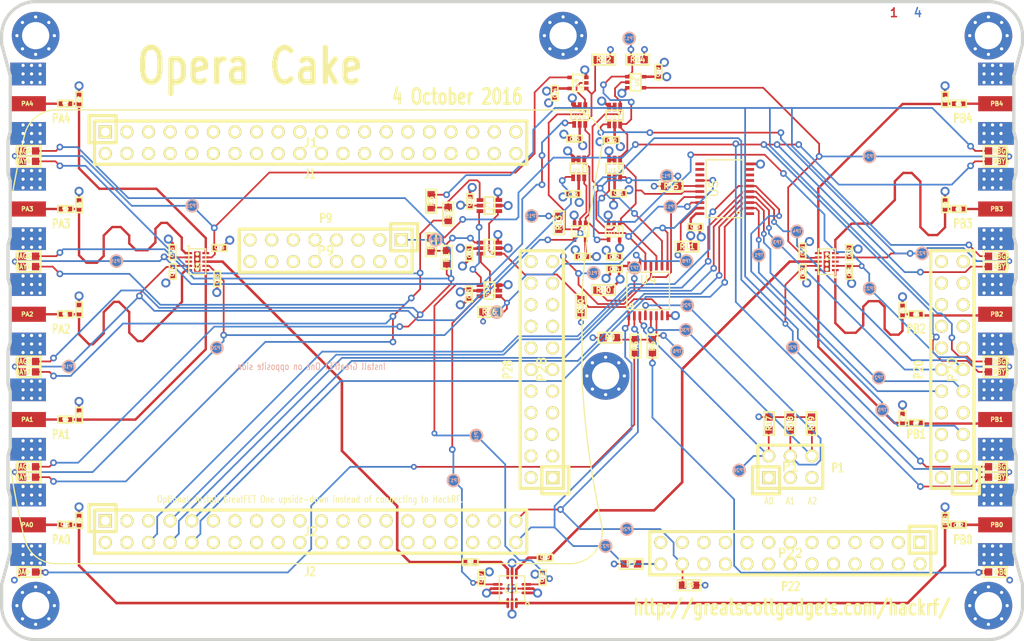
<source format=kicad_pcb>
(kicad_pcb (version 4) (host pcbnew 4.0.5+dfsg1-4)
  (layers (0 C1F signal) (1 C2 signal hide) (2 C3 signal hide) (31 C4B signal) (34 B.Paste user) (35 F.Paste user) (36 B.SilkS user) (37 F.SilkS user) (38 B.Mask user) (39 F.Mask user) (44 Edge.Cuts user))
  (net 0 "")
  (net 1 GND)
  (net 2 VCC)
  (net 3 "Net-(C1-Pad2)")
  (net 4 "Net-(C1-Pad1)")
  (net 5 "Net-(C2-Pad2)")
  (net 6 "Net-(C2-Pad1)")
  (net 7 "Net-(C3-Pad2)")
  (net 8 "Net-(C3-Pad1)")
  (net 9 "Net-(C4-Pad2)")
  (net 10 "Net-(C4-Pad1)")
  (net 11 "Net-(C5-Pad2)")
  (net 12 "Net-(C5-Pad1)")
  (net 13 "Net-(C6-Pad2)")
  (net 14 "Net-(C6-Pad1)")
  (net 15 "Net-(C7-Pad2)")
  (net 16 "Net-(C7-Pad1)")
  (net 17 "Net-(C8-Pad2)")
  (net 18 "Net-(C8-Pad1)")
  (net 19 "Net-(C9-Pad2)")
  (net 20 "Net-(C9-Pad1)")
  (net 21 "Net-(C10-Pad2)")
  (net 22 "Net-(C10-Pad1)")
  (net 23 "Net-(C11-Pad2)")
  (net 24 "Net-(C11-Pad1)")
  (net 25 "Net-(C12-Pad2)")
  (net 26 "Net-(C12-Pad1)")
  (net 27 "Net-(DA0-Pad1)")
  (net 28 /U2V3)
  (net 29 "Net-(DAG1-Pad1)")
  (net 30 /U2V1)
  (net 31 /U2V2)
  (net 32 /U2V4)
  (net 33 "Net-(DAY1-Pad1)")
  (net 34 "Net-(DB0-Pad1)")
  (net 35 /U3V3)
  (net 36 "Net-(DBG1-Pad1)")
  (net 37 /U3V1)
  (net 38 /U3V2)
  (net 39 /U3V4)
  (net 40 "Net-(DBY1-Pad1)")
  (net 41 /EXT_U3CTRL1)
  (net 42 /EXT_U2CTRL1)
  (net 43 /EXT_U3CTRL0)
  (net 44 /EXT_U2CTRL0)
  (net 45 /EXT_U1CTRL)
  (net 46 /SDA)
  (net 47 /SCL)
  (net 48 /A0)
  (net 49 /A1)
  (net 50 /A2)
  (net 51 "Net-(R1-Pad2)")
  (net 52 "Net-(R2-Pad2)")
  (net 53 /!LED_EN)
  (net 54 /!RESET)
  (net 55 /!OE)
  (net 56 /U2CTRL1)
  (net 57 /U2CTRL0)
  (net 58 /U3CTRL1)
  (net 59 /U3CTRL0)
  (net 60 /U1CTRL)
  (net 61 /LED_EN2)
  (net 62 /U1VC1)
  (net 63 /U1VC2)
  (net 64 "Net-(J1-Pad3)")
  (net 65 "Net-(J1-Pad4)")
  (net 66 "Net-(J1-Pad5)")
  (net 67 "Net-(J1-Pad6)")
  (net 68 "Net-(J1-Pad7)")
  (net 69 "Net-(J1-Pad8)")
  (net 70 "Net-(J1-Pad9)")
  (net 71 "Net-(J1-Pad10)")
  (net 72 "Net-(J1-Pad11)")
  (net 73 "Net-(J1-Pad12)")
  (net 74 "Net-(J1-Pad13)")
  (net 75 "Net-(J1-Pad14)")
  (net 76 "Net-(J1-Pad15)")
  (net 77 "Net-(J1-Pad16)")
  (net 78 "Net-(J1-Pad17)")
  (net 79 "Net-(J1-Pad18)")
  (net 80 "Net-(J1-Pad19)")
  (net 81 "Net-(J1-Pad20)")
  (net 82 "Net-(J1-Pad21)")
  (net 83 "Net-(J1-Pad22)")
  (net 84 "Net-(J1-Pad23)")
  (net 85 "Net-(J1-Pad24)")
  (net 86 "Net-(J1-Pad25)")
  (net 87 "Net-(J1-Pad26)")
  (net 88 "Net-(J1-Pad27)")
  (net 89 "Net-(J1-Pad28)")
  (net 90 "Net-(J1-Pad29)")
  (net 91 "Net-(J1-Pad30)")
  (net 92 "Net-(J1-Pad31)")
  (net 93 "Net-(J1-Pad32)")
  (net 94 "Net-(J1-Pad33)")
  (net 95 "Net-(J1-Pad34)")
  (net 96 "Net-(J1-Pad35)")
  (net 97 "Net-(J1-Pad36)")
  (net 98 "Net-(J1-Pad37)")
  (net 99 "Net-(J1-Pad38)")
  (net 100 "Net-(J1-Pad39)")
  (net 101 "Net-(J1-Pad40)")
  (net 102 "Net-(J2-Pad2)")
  (net 103 "Net-(J2-Pad3)")
  (net 104 "Net-(J2-Pad4)")
  (net 105 "Net-(J2-Pad5)")
  (net 106 "Net-(J2-Pad11)")
  (net 107 "Net-(J2-Pad12)")
  (net 108 "Net-(J2-Pad13)")
  (net 109 "Net-(J2-Pad14)")
  (net 110 "Net-(J2-Pad15)")
  (net 111 "Net-(J2-Pad16)")
  (net 112 "Net-(J2-Pad17)")
  (net 113 "Net-(J2-Pad18)")
  (net 114 "Net-(J2-Pad19)")
  (net 115 "Net-(J2-Pad20)")
  (net 116 "Net-(J2-Pad21)")
  (net 117 "Net-(J2-Pad22)")
  (net 118 "Net-(J2-Pad23)")
  (net 119 "Net-(J2-Pad24)")
  (net 120 "Net-(J2-Pad25)")
  (net 121 "Net-(J2-Pad26)")
  (net 122 "Net-(J2-Pad27)")
  (net 123 "Net-(J2-Pad28)")
  (net 124 "Net-(J2-Pad29)")
  (net 125 "Net-(J2-Pad30)")
  (net 126 "Net-(J2-Pad31)")
  (net 127 "Net-(J2-Pad32)")
  (net 128 "Net-(J2-Pad33)")
  (net 129 "Net-(J2-Pad34)")
  (net 130 "Net-(J2-Pad35)")
  (net 131 "Net-(J2-Pad36)")
  (net 132 "Net-(J2-Pad37)")
  (net 133 "Net-(J2-Pad38)")
  (net 134 "Net-(P9-Pad4)")
  (net 135 "Net-(P9-Pad5)")
  (net 136 "Net-(P9-Pad6)")
  (net 137 "Net-(P9-Pad7)")
  (net 138 "Net-(P9-Pad10)")
  (net 139 "Net-(P9-Pad11)")
  (net 140 "Net-(P9-Pad12)")
  (net 141 "Net-(P9-Pad13)")
  (net 142 "Net-(P20-Pad1)")
  (net 143 "Net-(P20-Pad2)")
  (net 144 "Net-(P20-Pad4)")
  (net 145 "Net-(P20-Pad6)")
  (net 146 "Net-(P20-Pad7)")
  (net 147 "Net-(P20-Pad8)")
  (net 148 "Net-(P20-Pad14)")
  (net 149 "Net-(P20-Pad16)")
  (net 150 "Net-(P20-Pad17)")
  (net 151 "Net-(P20-Pad18)")
  (net 152 "Net-(P20-Pad20)")
  (net 153 "Net-(P20-Pad21)")
  (net 154 "Net-(P20-Pad22)")
  (net 155 "Net-(P22-Pad1)")
  (net 156 "Net-(P22-Pad2)")
  (net 157 "Net-(P22-Pad3)")
  (net 158 "Net-(P22-Pad5)")
  (net 159 "Net-(P22-Pad6)")
  (net 160 "Net-(P22-Pad7)")
  (net 161 "Net-(P22-Pad8)")
  (net 162 "Net-(P22-Pad9)")
  (net 163 "Net-(P22-Pad12)")
  (net 164 "Net-(P22-Pad13)")
  (net 165 "Net-(P22-Pad14)")
  (net 166 "Net-(P22-Pad15)")
  (net 167 "Net-(P22-Pad16)")
  (net 168 "Net-(P22-Pad17)")
  (net 169 "Net-(P22-Pad19)")
  (net 170 "Net-(P22-Pad20)")
  (net 171 "Net-(P22-Pad21)")
  (net 172 "Net-(P22-Pad22)")
  (net 173 "Net-(P22-Pad23)")
  (net 174 "Net-(P22-Pad25)")
  (net 175 "Net-(P28-Pad3)")
  (net 176 "Net-(P28-Pad4)")
  (net 177 "Net-(P28-Pad5)")
  (net 178 "Net-(P28-Pad6)")
  (net 179 "Net-(P28-Pad7)")
  (net 180 "Net-(P28-Pad8)")
  (net 181 "Net-(P28-Pad9)")
  (net 182 "Net-(P28-Pad10)")
  (net 183 "Net-(P28-Pad11)")
  (net 184 "Net-(P28-Pad13)")
  (net 185 "Net-(P28-Pad14)")
  (net 186 "Net-(P28-Pad15)")
  (net 187 "Net-(P28-Pad16)")
  (net 188 "Net-(P28-Pad17)")
  (net 189 "Net-(P28-Pad18)")
  (net 190 "Net-(P28-Pad19)")
  (net 191 "Net-(P28-Pad20)")
  (net 192 "Net-(P28-Pad21)")
  (net 193 "Net-(P28-Pad22)")
  (net 194 "Net-(U2-Pad3)")
  (net 195 "Net-(U3-Pad3)")
  (net 196 "Net-(U5-Pad1)")
  (net 197 "Net-(U5-Pad7)")
  (net 198 "Net-(U5-Pad8)")
  (net 199 "Net-(U5-Pad9)")
  (net 200 "Net-(U5-Pad11)")
  (net 201 "Net-(U5-Pad12)")
  (net 202 "Net-(U5-Pad13)")
  (net 203 "Net-(P20-Pad13)")
  (module gsg-modules:0603D (layer C1F) (at 176.775 154.675)
    (fp_text reference DBG1 (at 0.7112 0) (layer F.SilkS) (effects (font (size 0.6096 0.508) (thickness 0.127))))
    (fp_text value LED hide)
    (pad 2 smd rect (at 0.762 0) (size 0.8636 0.8636) (layers C1F F.Paste F.Mask) (net 39 /U3V4) (clearance 0.1778))
    (pad 1 smd rect (at -0.762 0) (size 0.8636 0.8636) (layers C1F F.Paste F.Mask) (net 36 "Net-(DBG1-Pad1)") (clearance 0.1778))
  )
  (module gsg-modules:0603D (layer C1F) (at 176.775 155.9)
    (fp_text reference DBY1 (at 0.7112 0) (layer F.SilkS) (effects (font (size 0.6096 0.508) (thickness 0.127))))
    (fp_text value LED hide)
    (pad 2 smd rect (at 0.762 0) (size 0.8636 0.8636) (layers C1F F.Paste F.Mask) (net 39 /U3V4) (clearance 0.1778))
    (pad 1 smd rect (at -0.762 0) (size 0.8636 0.8636) (layers C1F F.Paste F.Mask) (net 40 "Net-(DBY1-Pad1)") (clearance 0.1778))
  )
  (module gsg-modules:0603D (layer C1F) (at 176.775 117.55)
    (fp_text reference DBG4 (at 0.7112 0) (layer F.SilkS) (effects (font (size 0.6096 0.508) (thickness 0.127))))
    (fp_text value LED hide)
    (pad 2 smd rect (at 0.762 0) (size 0.8636 0.8636) (layers C1F F.Paste F.Mask) (net 35 /U3V3) (clearance 0.1778))
    (pad 1 smd rect (at -0.762 0) (size 0.8636 0.8636) (layers C1F F.Paste F.Mask) (net 36 "Net-(DBG1-Pad1)") (clearance 0.1778))
  )
  (module gsg-modules:0603D (layer C1F) (at 176.775 118.775)
    (fp_text reference DBY4 (at 0.7112 0) (layer F.SilkS) (effects (font (size 0.6096 0.508) (thickness 0.127))))
    (fp_text value LED hide)
    (pad 2 smd rect (at 0.762 0) (size 0.8636 0.8636) (layers C1F F.Paste F.Mask) (net 35 /U3V3) (clearance 0.1778))
    (pad 1 smd rect (at -0.762 0) (size 0.8636 0.8636) (layers C1F F.Paste F.Mask) (net 40 "Net-(DBY1-Pad1)") (clearance 0.1778))
  )
  (module gsg-modules:0603D (layer C1F) (at 176.775 129.925)
    (fp_text reference DBG3 (at 0.7112 0) (layer F.SilkS) (effects (font (size 0.6096 0.508) (thickness 0.127))))
    (fp_text value LED hide)
    (pad 2 smd rect (at 0.762 0) (size 0.8636 0.8636) (layers C1F F.Paste F.Mask) (net 37 /U3V1) (clearance 0.1778))
    (pad 1 smd rect (at -0.762 0) (size 0.8636 0.8636) (layers C1F F.Paste F.Mask) (net 36 "Net-(DBG1-Pad1)") (clearance 0.1778))
  )
  (module gsg-modules:0603D (layer C1F) (at 176.775 131.15)
    (fp_text reference DBY3 (at 0.7112 0) (layer F.SilkS) (effects (font (size 0.6096 0.508) (thickness 0.127))))
    (fp_text value LED hide)
    (pad 2 smd rect (at 0.762 0) (size 0.8636 0.8636) (layers C1F F.Paste F.Mask) (net 37 /U3V1) (clearance 0.1778))
    (pad 1 smd rect (at -0.762 0) (size 0.8636 0.8636) (layers C1F F.Paste F.Mask) (net 40 "Net-(DBY1-Pad1)") (clearance 0.1778))
  )
  (module gsg-modules:0603D (layer C1F) (at 63.225 118.775 180)
    (fp_text reference DAY4 (at 0.7112 0 180) (layer F.SilkS) (effects (font (size 0.6096 0.508) (thickness 0.127))))
    (fp_text value LED hide)
    (pad 2 smd rect (at 0.762 0 180) (size 0.8636 0.8636) (layers C1F F.Paste F.Mask) (net 32 /U2V4) (clearance 0.1778))
    (pad 1 smd rect (at -0.762 0 180) (size 0.8636 0.8636) (layers C1F F.Paste F.Mask) (net 33 "Net-(DAY1-Pad1)") (clearance 0.1778))
  )
  (module gsg-modules:0603D (layer C1F) (at 63.225 117.55 180)
    (fp_text reference DAG4 (at 0.7112 0 180) (layer F.SilkS) (effects (font (size 0.6096 0.508) (thickness 0.127))))
    (fp_text value LED hide)
    (pad 2 smd rect (at 0.762 0 180) (size 0.8636 0.8636) (layers C1F F.Paste F.Mask) (net 32 /U2V4) (clearance 0.1778))
    (pad 1 smd rect (at -0.762 0 180) (size 0.8636 0.8636) (layers C1F F.Paste F.Mask) (net 29 "Net-(DAG1-Pad1)") (clearance 0.1778))
  )
  (module gsg-modules:0402 (layer C1F) (at 67.5 136.75 180)
    (fp_text reference C1 (at 0 0.0508 180) (layer F.SilkS) (effects (font (size 0.4064 0.4064) (thickness 0.1016))))
    (fp_text value 100nF hide)
    (pad 2 smd rect (at 0.5334 0 180) (size 0.508 0.5588) (layers C1F F.Paste F.Mask) (net 3 "Net-(C1-Pad2)"))
    (pad 1 smd rect (at -0.5334 0 180) (size 0.508 0.5588) (layers C1F F.Paste F.Mask) (net 4 "Net-(C1-Pad1)"))
  )
  (module gsg-modules:0402 (layer C1F) (at 67.5 112 180)
    (fp_text reference C2 (at 0 0.0508 180) (layer F.SilkS) (effects (font (size 0.4064 0.4064) (thickness 0.1016))))
    (fp_text value 100nF hide)
    (pad 2 smd rect (at 0.5334 0 180) (size 0.508 0.5588) (layers C1F F.Paste F.Mask) (net 5 "Net-(C2-Pad2)"))
    (pad 1 smd rect (at -0.5334 0 180) (size 0.508 0.5588) (layers C1F F.Paste F.Mask) (net 6 "Net-(C2-Pad1)"))
  )
  (module gsg-modules:0402 (layer C1F) (at 167.5 136.75)
    (fp_text reference C3 (at 0 0.0508) (layer F.SilkS) (effects (font (size 0.4064 0.4064) (thickness 0.1016))))
    (fp_text value 100nF hide)
    (pad 2 smd rect (at 0.5334 0) (size 0.508 0.5588) (layers C1F F.Paste F.Mask) (net 7 "Net-(C3-Pad2)"))
    (pad 1 smd rect (at -0.5334 0) (size 0.508 0.5588) (layers C1F F.Paste F.Mask) (net 8 "Net-(C3-Pad1)"))
  )
  (module gsg-modules:0402 (layer C1F) (at 172.5 112)
    (fp_text reference C4 (at 0 0.0508) (layer F.SilkS) (effects (font (size 0.4064 0.4064) (thickness 0.1016))))
    (fp_text value 100nF hide)
    (pad 2 smd rect (at 0.5334 0) (size 0.508 0.5588) (layers C1F F.Paste F.Mask) (net 9 "Net-(C4-Pad2)"))
    (pad 1 smd rect (at -0.5334 0) (size 0.508 0.5588) (layers C1F F.Paste F.Mask) (net 10 "Net-(C4-Pad1)"))
  )
  (module gsg-modules:0402 (layer C1F) (at 67.5 149.125 180)
    (fp_text reference C5 (at 0 0.0508 180) (layer F.SilkS) (effects (font (size 0.4064 0.4064) (thickness 0.1016))))
    (fp_text value 100nF hide)
    (pad 2 smd rect (at 0.5334 0 180) (size 0.508 0.5588) (layers C1F F.Paste F.Mask) (net 11 "Net-(C5-Pad2)"))
    (pad 1 smd rect (at -0.5334 0 180) (size 0.508 0.5588) (layers C1F F.Paste F.Mask) (net 12 "Net-(C5-Pad1)"))
  )
  (module gsg-modules:0402 (layer C1F) (at 67.5 124.375 180)
    (fp_text reference C6 (at 0 0.0508 180) (layer F.SilkS) (effects (font (size 0.4064 0.4064) (thickness 0.1016))))
    (fp_text value 100nF hide)
    (pad 2 smd rect (at 0.5334 0 180) (size 0.508 0.5588) (layers C1F F.Paste F.Mask) (net 13 "Net-(C6-Pad2)"))
    (pad 1 smd rect (at -0.5334 0 180) (size 0.508 0.5588) (layers C1F F.Paste F.Mask) (net 14 "Net-(C6-Pad1)"))
  )
  (module gsg-modules:0402 (layer C1F) (at 167.5 149.525)
    (fp_text reference C7 (at 0 0.0508) (layer F.SilkS) (effects (font (size 0.4064 0.4064) (thickness 0.1016))))
    (fp_text value 100nF hide)
    (pad 2 smd rect (at 0.5334 0) (size 0.508 0.5588) (layers C1F F.Paste F.Mask) (net 15 "Net-(C7-Pad2)"))
    (pad 1 smd rect (at -0.5334 0) (size 0.508 0.5588) (layers C1F F.Paste F.Mask) (net 16 "Net-(C7-Pad1)"))
  )
  (module gsg-modules:0402 (layer C1F) (at 172.5 124.375)
    (fp_text reference C8 (at 0 0.0508) (layer F.SilkS) (effects (font (size 0.4064 0.4064) (thickness 0.1016))))
    (fp_text value 100nF hide)
    (pad 2 smd rect (at 0.5334 0) (size 0.508 0.5588) (layers C1F F.Paste F.Mask) (net 17 "Net-(C8-Pad2)"))
    (pad 1 smd rect (at -0.5334 0) (size 0.508 0.5588) (layers C1F F.Paste F.Mask) (net 18 "Net-(C8-Pad1)"))
  )
  (module gsg-modules:0402 (layer C1F) (at 115.09248 165.8874 180)
    (fp_text reference C9 (at 0 0.0508 180) (layer F.SilkS) (effects (font (size 0.4064 0.4064) (thickness 0.1016))))
    (fp_text value 100nF hide)
    (pad 2 smd rect (at 0.5334 0 180) (size 0.508 0.5588) (layers C1F F.Paste F.Mask) (net 19 "Net-(C9-Pad2)"))
    (pad 1 smd rect (at -0.5334 0 180) (size 0.508 0.5588) (layers C1F F.Paste F.Mask) (net 20 "Net-(C9-Pad1)"))
  )
  (module gsg-modules:0402 (layer C1F) (at 123.87072 165.36416 180)
    (fp_text reference C10 (at 0 0.0508 180) (layer F.SilkS) (effects (font (size 0.4064 0.4064) (thickness 0.1016))))
    (fp_text value 100nF hide)
    (pad 2 smd rect (at 0.5334 0 180) (size 0.508 0.5588) (layers C1F F.Paste F.Mask) (net 21 "Net-(C10-Pad2)"))
    (pad 1 smd rect (at -0.5334 0 180) (size 0.508 0.5588) (layers C1F F.Paste F.Mask) (net 22 "Net-(C10-Pad1)"))
  )
  (module gsg-modules:0402 (layer C1F) (at 67.5 161.5 180)
    (fp_text reference C11 (at 0 0.0508 180) (layer F.SilkS) (effects (font (size 0.4064 0.4064) (thickness 0.1016))))
    (fp_text value 100nF hide)
    (pad 2 smd rect (at 0.5334 0 180) (size 0.508 0.5588) (layers C1F F.Paste F.Mask) (net 23 "Net-(C11-Pad2)"))
    (pad 1 smd rect (at -0.5334 0 180) (size 0.508 0.5588) (layers C1F F.Paste F.Mask) (net 24 "Net-(C11-Pad1)"))
  )
  (module gsg-modules:0402 (layer C1F) (at 172.475 161.5)
    (fp_text reference C12 (at 0 0.0508) (layer F.SilkS) (effects (font (size 0.4064 0.4064) (thickness 0.1016))))
    (fp_text value 100nF hide)
    (pad 2 smd rect (at 0.5334 0) (size 0.508 0.5588) (layers C1F F.Paste F.Mask) (net 25 "Net-(C12-Pad2)"))
    (pad 1 smd rect (at -0.5334 0) (size 0.508 0.5588) (layers C1F F.Paste F.Mask) (net 26 "Net-(C12-Pad1)"))
  )
  (module gsg-modules:0402 (layer C1F) (at 69.1 136.2 90)
    (fp_text reference D1 (at 0 0.0508 90) (layer F.SilkS) (effects (font (size 0.4064 0.4064) (thickness 0.1016))))
    (fp_text value GSG-DIODE-TVS-BI hide)
    (pad 2 smd rect (at 0.5334 0 90) (size 0.508 0.5588) (layers C1F F.Paste F.Mask) (net 1 GND))
    (pad 1 smd rect (at -0.5334 0 90) (size 0.508 0.5588) (layers C1F F.Paste F.Mask) (net 4 "Net-(C1-Pad1)"))
  )
  (module gsg-modules:0402 (layer C1F) (at 69.1 111.5 90)
    (fp_text reference D2 (at 0 0.0508 90) (layer F.SilkS) (effects (font (size 0.4064 0.4064) (thickness 0.1016))))
    (fp_text value GSG-DIODE-TVS-BI hide)
    (pad 2 smd rect (at 0.5334 0 90) (size 0.508 0.5588) (layers C1F F.Paste F.Mask) (net 1 GND))
    (pad 1 smd rect (at -0.5334 0 90) (size 0.508 0.5588) (layers C1F F.Paste F.Mask) (net 6 "Net-(C2-Pad1)"))
  )
  (module gsg-modules:0402 (layer C1F) (at 165.9 136.3 90)
    (fp_text reference D3 (at 0 0.0508 90) (layer F.SilkS) (effects (font (size 0.4064 0.4064) (thickness 0.1016))))
    (fp_text value GSG-DIODE-TVS-BI hide)
    (pad 2 smd rect (at 0.5334 0 90) (size 0.508 0.5588) (layers C1F F.Paste F.Mask) (net 1 GND))
    (pad 1 smd rect (at -0.5334 0 90) (size 0.508 0.5588) (layers C1F F.Paste F.Mask) (net 8 "Net-(C3-Pad1)"))
  )
  (module gsg-modules:0402 (layer C1F) (at 170.9 111.5 90)
    (fp_text reference D4 (at 0 0.0508 90) (layer F.SilkS) (effects (font (size 0.4064 0.4064) (thickness 0.1016))))
    (fp_text value GSG-DIODE-TVS-BI hide)
    (pad 2 smd rect (at 0.5334 0 90) (size 0.508 0.5588) (layers C1F F.Paste F.Mask) (net 1 GND))
    (pad 1 smd rect (at -0.5334 0 90) (size 0.508 0.5588) (layers C1F F.Paste F.Mask) (net 10 "Net-(C4-Pad1)"))
  )
  (module gsg-modules:0402 (layer C1F) (at 69.1 148.6 90)
    (fp_text reference D5 (at 0 0.0508 90) (layer F.SilkS) (effects (font (size 0.4064 0.4064) (thickness 0.1016))))
    (fp_text value GSG-DIODE-TVS-BI hide)
    (pad 2 smd rect (at 0.5334 0 90) (size 0.508 0.5588) (layers C1F F.Paste F.Mask) (net 1 GND))
    (pad 1 smd rect (at -0.5334 0 90) (size 0.508 0.5588) (layers C1F F.Paste F.Mask) (net 12 "Net-(C5-Pad1)"))
  )
  (module gsg-modules:0402 (layer C1F) (at 69.1 123.9 90)
    (fp_text reference D6 (at 0 0.0508 90) (layer F.SilkS) (effects (font (size 0.4064 0.4064) (thickness 0.1016))))
    (fp_text value GSG-DIODE-TVS-BI hide)
    (pad 2 smd rect (at 0.5334 0 90) (size 0.508 0.5588) (layers C1F F.Paste F.Mask) (net 1 GND))
    (pad 1 smd rect (at -0.5334 0 90) (size 0.508 0.5588) (layers C1F F.Paste F.Mask) (net 14 "Net-(C6-Pad1)"))
  )
  (module gsg-modules:0402 (layer C1F) (at 165.9 149 90)
    (fp_text reference D7 (at 0 0.0508 90) (layer F.SilkS) (effects (font (size 0.4064 0.4064) (thickness 0.1016))))
    (fp_text value GSG-DIODE-TVS-BI hide)
    (pad 2 smd rect (at 0.5334 0 90) (size 0.508 0.5588) (layers C1F F.Paste F.Mask) (net 1 GND))
    (pad 1 smd rect (at -0.5334 0 90) (size 0.508 0.5588) (layers C1F F.Paste F.Mask) (net 16 "Net-(C7-Pad1)"))
  )
  (module gsg-modules:0402 (layer C1F) (at 170.9 123.9 90)
    (fp_text reference D8 (at 0 0.0508 90) (layer F.SilkS) (effects (font (size 0.4064 0.4064) (thickness 0.1016))))
    (fp_text value GSG-DIODE-TVS-BI hide)
    (pad 2 smd rect (at 0.5334 0 90) (size 0.508 0.5588) (layers C1F F.Paste F.Mask) (net 1 GND))
    (pad 1 smd rect (at -0.5334 0 90) (size 0.508 0.5588) (layers C1F F.Paste F.Mask) (net 18 "Net-(C8-Pad1)"))
  )
  (module gsg-modules:0402 (layer C1F) (at 69.1 161 90)
    (fp_text reference D9 (at 0 0.0508 90) (layer F.SilkS) (effects (font (size 0.4064 0.4064) (thickness 0.1016))))
    (fp_text value GSG-DIODE-TVS-BI hide)
    (pad 2 smd rect (at 0.5334 0 90) (size 0.508 0.5588) (layers C1F F.Paste F.Mask) (net 1 GND))
    (pad 1 smd rect (at -0.5334 0 90) (size 0.508 0.5588) (layers C1F F.Paste F.Mask) (net 24 "Net-(C11-Pad1)"))
  )
  (module gsg-modules:0402 (layer C1F) (at 170.9 161 90)
    (fp_text reference D10 (at 0 0.0508 90) (layer F.SilkS) (effects (font (size 0.4064 0.4064) (thickness 0.1016))))
    (fp_text value GSG-DIODE-TVS-BI hide)
    (pad 2 smd rect (at 0.5334 0 90) (size 0.508 0.5588) (layers C1F F.Paste F.Mask) (net 1 GND))
    (pad 1 smd rect (at -0.5334 0 90) (size 0.508 0.5588) (layers C1F F.Paste F.Mask) (net 26 "Net-(C12-Pad1)"))
  )
  (module gsg-modules:0603D (layer C1F) (at 63.225 167.05 180)
    (fp_text reference DA0 (at 0.7112 0 180) (layer F.SilkS) (effects (font (size 0.6096 0.508) (thickness 0.127))))
    (fp_text value LED hide)
    (pad 2 smd rect (at 0.762 0 180) (size 0.8636 0.8636) (layers C1F F.Paste F.Mask) (net 2 VCC) (clearance 0.1778))
    (pad 1 smd rect (at -0.762 0 180) (size 0.8636 0.8636) (layers C1F F.Paste F.Mask) (net 27 "Net-(DA0-Pad1)") (clearance 0.1778))
  )
  (module gsg-modules:0603D (layer C1F) (at 63.225 154.675 180)
    (fp_text reference DAG1 (at 0.7112 0 180) (layer F.SilkS) (effects (font (size 0.6096 0.508) (thickness 0.127))))
    (fp_text value LED hide)
    (pad 2 smd rect (at 0.762 0 180) (size 0.8636 0.8636) (layers C1F F.Paste F.Mask) (net 28 /U2V3) (clearance 0.1778))
    (pad 1 smd rect (at -0.762 0 180) (size 0.8636 0.8636) (layers C1F F.Paste F.Mask) (net 29 "Net-(DAG1-Pad1)") (clearance 0.1778))
  )
  (module gsg-modules:0603D (layer C1F) (at 63.225 142.3 180)
    (fp_text reference DAG2 (at 0.7112 0 180) (layer F.SilkS) (effects (font (size 0.6096 0.508) (thickness 0.127))))
    (fp_text value LED hide)
    (pad 2 smd rect (at 0.762 0 180) (size 0.8636 0.8636) (layers C1F F.Paste F.Mask) (net 30 /U2V1) (clearance 0.1778))
    (pad 1 smd rect (at -0.762 0 180) (size 0.8636 0.8636) (layers C1F F.Paste F.Mask) (net 29 "Net-(DAG1-Pad1)") (clearance 0.1778))
  )
  (module gsg-modules:0603D (layer C1F) (at 63.225 129.925 180)
    (fp_text reference DAG3 (at 0.7112 0 180) (layer F.SilkS) (effects (font (size 0.6096 0.508) (thickness 0.127))))
    (fp_text value LED hide)
    (pad 2 smd rect (at 0.762 0 180) (size 0.8636 0.8636) (layers C1F F.Paste F.Mask) (net 31 /U2V2) (clearance 0.1778))
    (pad 1 smd rect (at -0.762 0 180) (size 0.8636 0.8636) (layers C1F F.Paste F.Mask) (net 29 "Net-(DAG1-Pad1)") (clearance 0.1778))
  )
  (module gsg-modules:0603D (layer C1F) (at 63.225 155.9 180)
    (fp_text reference DAY1 (at 0.7112 0 180) (layer F.SilkS) (effects (font (size 0.6096 0.508) (thickness 0.127))))
    (fp_text value LED hide)
    (pad 2 smd rect (at 0.762 0 180) (size 0.8636 0.8636) (layers C1F F.Paste F.Mask) (net 28 /U2V3) (clearance 0.1778))
    (pad 1 smd rect (at -0.762 0 180) (size 0.8636 0.8636) (layers C1F F.Paste F.Mask) (net 33 "Net-(DAY1-Pad1)") (clearance 0.1778))
  )
  (module gsg-modules:0603D (layer C1F) (at 63.225 143.525 180)
    (fp_text reference DAY2 (at 0.7112 0 180) (layer F.SilkS) (effects (font (size 0.6096 0.508) (thickness 0.127))))
    (fp_text value LED hide)
    (pad 2 smd rect (at 0.762 0 180) (size 0.8636 0.8636) (layers C1F F.Paste F.Mask) (net 30 /U2V1) (clearance 0.1778))
    (pad 1 smd rect (at -0.762 0 180) (size 0.8636 0.8636) (layers C1F F.Paste F.Mask) (net 33 "Net-(DAY1-Pad1)") (clearance 0.1778))
  )
  (module gsg-modules:0603D (layer C1F) (at 63.225 131.15 180)
    (fp_text reference DAY3 (at 0.7112 0 180) (layer F.SilkS) (effects (font (size 0.6096 0.508) (thickness 0.127))))
    (fp_text value LED hide)
    (pad 2 smd rect (at 0.762 0 180) (size 0.8636 0.8636) (layers C1F F.Paste F.Mask) (net 31 /U2V2) (clearance 0.1778))
    (pad 1 smd rect (at -0.762 0 180) (size 0.8636 0.8636) (layers C1F F.Paste F.Mask) (net 33 "Net-(DAY1-Pad1)") (clearance 0.1778))
  )
  (module gsg-modules:0603D (layer C1F) (at 176.775 167.05)
    (fp_text reference DB0 (at 0.7112 0) (layer F.SilkS) (effects (font (size 0.6096 0.508) (thickness 0.127))))
    (fp_text value LED hide)
    (pad 2 smd rect (at 0.762 0) (size 0.8636 0.8636) (layers C1F F.Paste F.Mask) (net 2 VCC) (clearance 0.1778))
    (pad 1 smd rect (at -0.762 0) (size 0.8636 0.8636) (layers C1F F.Paste F.Mask) (net 34 "Net-(DB0-Pad1)") (clearance 0.1778))
  )
  (module gsg-modules:0603D (layer C1F) (at 176.775 142.3)
    (fp_text reference DBG2 (at 0.7112 0) (layer F.SilkS) (effects (font (size 0.6096 0.508) (thickness 0.127))))
    (fp_text value LED hide)
    (pad 2 smd rect (at 0.762 0) (size 0.8636 0.8636) (layers C1F F.Paste F.Mask) (net 38 /U3V2) (clearance 0.1778))
    (pad 1 smd rect (at -0.762 0) (size 0.8636 0.8636) (layers C1F F.Paste F.Mask) (net 36 "Net-(DBG1-Pad1)") (clearance 0.1778))
  )
  (module gsg-modules:0603D (layer C1F) (at 176.775 143.525)
    (fp_text reference DBY2 (at 0.7112 0) (layer F.SilkS) (effects (font (size 0.6096 0.508) (thickness 0.127))))
    (fp_text value LED hide)
    (pad 2 smd rect (at 0.762 0) (size 0.8636 0.8636) (layers C1F F.Paste F.Mask) (net 38 /U3V2) (clearance 0.1778))
    (pad 1 smd rect (at -0.762 0) (size 0.8636 0.8636) (layers C1F F.Paste F.Mask) (net 40 "Net-(DBY1-Pad1)") (clearance 0.1778))
  )
  (module gsg-modules:HOLE126MIL-COPPER (layer C1F) (at 64 104)
    (fp_text reference MH1 hide)
    (fp_text value MOUNTING_HOLE hide)
    (pad 1 thru_hole circle (at 0 0) (size 5.6 5.6) (drill 3.2004) (layers *.Cu *.Mask) (net 1 GND))
    (pad 1 thru_hole circle (at 0 -2.2) (size 0.6 0.6) (drill 0.381) (layers *.Cu *.Mask) (net 1 GND))
    (pad 1 thru_hole circle (at -2.2 0) (size 0.6 0.6) (drill 0.381) (layers *.Cu *.Mask) (net 1 GND))
    (pad 1 thru_hole circle (at 0 2.2) (size 0.6 0.6) (drill 0.381) (layers *.Cu *.Mask) (net 1 GND))
    (pad 1 thru_hole circle (at 2.2 0) (size 0.6 0.6) (drill 0.381) (layers *.Cu *.Mask) (net 1 GND))
    (pad 1 thru_hole circle (at 1.55 -1.55) (size 0.6 0.6) (drill 0.381) (layers *.Cu *.Mask) (net 1 GND))
    (pad 1 thru_hole circle (at -1.55 -1.55) (size 0.6 0.6) (drill 0.381) (layers *.Cu *.Mask) (net 1 GND))
    (pad 1 thru_hole circle (at -1.55 1.55) (size 0.6 0.6) (drill 0.381) (layers *.Cu *.Mask) (net 1 GND))
    (pad 1 thru_hole circle (at 1.55 1.55) (size 0.6 0.6) (drill 0.381) (layers *.Cu *.Mask) (net 1 GND))
  )
  (module gsg-modules:HOLE126MIL-COPPER (layer C1F) (at 64 171)
    (fp_text reference MH2 hide)
    (fp_text value MOUNTING_HOLE hide)
    (pad 1 thru_hole circle (at 0 0) (size 5.6 5.6) (drill 3.2004) (layers *.Cu *.Mask) (net 1 GND))
    (pad 1 thru_hole circle (at 0 -2.2) (size 0.6 0.6) (drill 0.381) (layers *.Cu *.Mask) (net 1 GND))
    (pad 1 thru_hole circle (at -2.2 0) (size 0.6 0.6) (drill 0.381) (layers *.Cu *.Mask) (net 1 GND))
    (pad 1 thru_hole circle (at 0 2.2) (size 0.6 0.6) (drill 0.381) (layers *.Cu *.Mask) (net 1 GND))
    (pad 1 thru_hole circle (at 2.2 0) (size 0.6 0.6) (drill 0.381) (layers *.Cu *.Mask) (net 1 GND))
    (pad 1 thru_hole circle (at 1.55 -1.55) (size 0.6 0.6) (drill 0.381) (layers *.Cu *.Mask) (net 1 GND))
    (pad 1 thru_hole circle (at -1.55 -1.55) (size 0.6 0.6) (drill 0.381) (layers *.Cu *.Mask) (net 1 GND))
    (pad 1 thru_hole circle (at -1.55 1.55) (size 0.6 0.6) (drill 0.381) (layers *.Cu *.Mask) (net 1 GND))
    (pad 1 thru_hole circle (at 1.55 1.55) (size 0.6 0.6) (drill 0.381) (layers *.Cu *.Mask) (net 1 GND))
  )
  (module gsg-modules:HOLE126MIL-COPPER (layer C1F) (at 176 171)
    (fp_text reference MH3 hide)
    (fp_text value MOUNTING_HOLE hide)
    (pad 1 thru_hole circle (at 0 0) (size 5.6 5.6) (drill 3.2004) (layers *.Cu *.Mask) (net 1 GND))
    (pad 1 thru_hole circle (at 0 -2.2) (size 0.6 0.6) (drill 0.381) (layers *.Cu *.Mask) (net 1 GND))
    (pad 1 thru_hole circle (at -2.2 0) (size 0.6 0.6) (drill 0.381) (layers *.Cu *.Mask) (net 1 GND))
    (pad 1 thru_hole circle (at 0 2.2) (size 0.6 0.6) (drill 0.381) (layers *.Cu *.Mask) (net 1 GND))
    (pad 1 thru_hole circle (at 2.2 0) (size 0.6 0.6) (drill 0.381) (layers *.Cu *.Mask) (net 1 GND))
    (pad 1 thru_hole circle (at 1.55 -1.55) (size 0.6 0.6) (drill 0.381) (layers *.Cu *.Mask) (net 1 GND))
    (pad 1 thru_hole circle (at -1.55 -1.55) (size 0.6 0.6) (drill 0.381) (layers *.Cu *.Mask) (net 1 GND))
    (pad 1 thru_hole circle (at -1.55 1.55) (size 0.6 0.6) (drill 0.381) (layers *.Cu *.Mask) (net 1 GND))
    (pad 1 thru_hole circle (at 1.55 1.55) (size 0.6 0.6) (drill 0.381) (layers *.Cu *.Mask) (net 1 GND))
  )
  (module gsg-modules:HOLE126MIL-COPPER (layer C1F) (at 176 104)
    (fp_text reference MH4 hide)
    (fp_text value MOUNTING_HOLE hide)
    (pad 1 thru_hole circle (at 0 0) (size 5.6 5.6) (drill 3.2004) (layers *.Cu *.Mask) (net 1 GND))
    (pad 1 thru_hole circle (at 0 -2.2) (size 0.6 0.6) (drill 0.381) (layers *.Cu *.Mask) (net 1 GND))
    (pad 1 thru_hole circle (at -2.2 0) (size 0.6 0.6) (drill 0.381) (layers *.Cu *.Mask) (net 1 GND))
    (pad 1 thru_hole circle (at 0 2.2) (size 0.6 0.6) (drill 0.381) (layers *.Cu *.Mask) (net 1 GND))
    (pad 1 thru_hole circle (at 2.2 0) (size 0.6 0.6) (drill 0.381) (layers *.Cu *.Mask) (net 1 GND))
    (pad 1 thru_hole circle (at 1.55 -1.55) (size 0.6 0.6) (drill 0.381) (layers *.Cu *.Mask) (net 1 GND))
    (pad 1 thru_hole circle (at -1.55 -1.55) (size 0.6 0.6) (drill 0.381) (layers *.Cu *.Mask) (net 1 GND))
    (pad 1 thru_hole circle (at -1.55 1.55) (size 0.6 0.6) (drill 0.381) (layers *.Cu *.Mask) (net 1 GND))
    (pad 1 thru_hole circle (at 1.55 1.55) (size 0.6 0.6) (drill 0.381) (layers *.Cu *.Mask) (net 1 GND))
  )
  (module gsg-modules:HOLE126MIL-COPPER (layer C1F) (at 126 104)
    (fp_text reference MH5 hide)
    (fp_text value MOUNTING_HOLE hide)
    (pad 1 thru_hole circle (at 0 0) (size 5.6 5.6) (drill 3.2004) (layers *.Cu *.Mask) (net 1 GND))
    (pad 1 thru_hole circle (at 0 -2.2) (size 0.6 0.6) (drill 0.381) (layers *.Cu *.Mask) (net 1 GND))
    (pad 1 thru_hole circle (at -2.2 0) (size 0.6 0.6) (drill 0.381) (layers *.Cu *.Mask) (net 1 GND))
    (pad 1 thru_hole circle (at 0 2.2) (size 0.6 0.6) (drill 0.381) (layers *.Cu *.Mask) (net 1 GND))
    (pad 1 thru_hole circle (at 2.2 0) (size 0.6 0.6) (drill 0.381) (layers *.Cu *.Mask) (net 1 GND))
    (pad 1 thru_hole circle (at 1.55 -1.55) (size 0.6 0.6) (drill 0.381) (layers *.Cu *.Mask) (net 1 GND))
    (pad 1 thru_hole circle (at -1.55 -1.55) (size 0.6 0.6) (drill 0.381) (layers *.Cu *.Mask) (net 1 GND))
    (pad 1 thru_hole circle (at -1.55 1.55) (size 0.6 0.6) (drill 0.381) (layers *.Cu *.Mask) (net 1 GND))
    (pad 1 thru_hole circle (at 1.55 1.55) (size 0.6 0.6) (drill 0.381) (layers *.Cu *.Mask) (net 1 GND))
  )
  (module gsg-modules:HOLE126MIL-COPPER (layer C1F) (at 131 144)
    (fp_text reference MH6 hide)
    (fp_text value MOUNTING_HOLE hide)
    (pad 1 thru_hole circle (at 0 0) (size 5.6 5.6) (drill 3.2004) (layers *.Cu *.Mask) (net 1 GND))
    (pad 1 thru_hole circle (at 0 -2.2) (size 0.6 0.6) (drill 0.381) (layers *.Cu *.Mask) (net 1 GND))
    (pad 1 thru_hole circle (at -2.2 0) (size 0.6 0.6) (drill 0.381) (layers *.Cu *.Mask) (net 1 GND))
    (pad 1 thru_hole circle (at 0 2.2) (size 0.6 0.6) (drill 0.381) (layers *.Cu *.Mask) (net 1 GND))
    (pad 1 thru_hole circle (at 2.2 0) (size 0.6 0.6) (drill 0.381) (layers *.Cu *.Mask) (net 1 GND))
    (pad 1 thru_hole circle (at 1.55 -1.55) (size 0.6 0.6) (drill 0.381) (layers *.Cu *.Mask) (net 1 GND))
    (pad 1 thru_hole circle (at -1.55 -1.55) (size 0.6 0.6) (drill 0.381) (layers *.Cu *.Mask) (net 1 GND))
    (pad 1 thru_hole circle (at -1.55 1.55) (size 0.6 0.6) (drill 0.381) (layers *.Cu *.Mask) (net 1 GND))
    (pad 1 thru_hole circle (at 1.55 1.55) (size 0.6 0.6) (drill 0.381) (layers *.Cu *.Mask) (net 1 GND))
  )
  (module gsg-modules:HEADER-2x3 (layer C1F) (at 152.71 154.68)
    (fp_text reference P1 (at 0 0) (layer F.SilkS) (effects (font (size 1.016 1.016) (thickness 0.2032))))
    (fp_text value ADDRESS hide)
    (pad 1 thru_hole rect (at -2.54 1.27) (size 1.524 1.524) (drill 1.016) (layers *.Cu *.Mask F.SilkS) (net 2 VCC))
    (pad 2 thru_hole circle (at -2.54 -1.27) (size 1.524 1.524) (drill 1.016) (layers *.Cu *.Mask F.SilkS) (net 48 /A0))
    (pad 3 thru_hole circle (at 0 1.27) (size 1.524 1.524) (drill 1.016) (layers *.Cu *.Mask F.SilkS) (net 2 VCC))
    (pad 4 thru_hole circle (at 0 -1.27) (size 1.524 1.524) (drill 1.016) (layers *.Cu *.Mask F.SilkS) (net 49 /A1))
    (pad 5 thru_hole circle (at 2.54 1.27) (size 1.524 1.524) (drill 1.016) (layers *.Cu *.Mask F.SilkS) (net 2 VCC))
    (pad 6 thru_hole circle (at 2.54 -1.27) (size 1.524 1.524) (drill 1.016) (layers *.Cu *.Mask F.SilkS) (net 50 /A2))
  )
  (module gsg-modules:HEADER-2x8 (layer C1F) (at 98.1 129.28 180)
    (fp_text reference P9 (at 0 0 180) (layer F.SilkS) (effects (font (size 1.016 1.016) (thickness 0.2032))))
    (fp_text value BASEBAND hide)
    (pad 1 thru_hole rect (at -8.89 1.27 180) (size 1.524 1.524) (drill 1.016) (layers *.Cu *.Mask F.SilkS) (net 1 GND))
    (pad 2 thru_hole circle (at -8.89 -1.27 180) (size 1.524 1.524) (drill 1.016) (layers *.Cu *.Mask F.SilkS) (net 1 GND))
    (pad 3 thru_hole circle (at -6.35 1.27 180) (size 1.524 1.524) (drill 1.016) (layers *.Cu *.Mask F.SilkS) (net 1 GND))
    (pad 4 thru_hole circle (at -6.35 -1.27 180) (size 1.524 1.524) (drill 1.016) (layers *.Cu *.Mask F.SilkS) (net 134 "Net-(P9-Pad4)"))
    (pad 5 thru_hole circle (at -3.81 1.27 180) (size 1.524 1.524) (drill 1.016) (layers *.Cu *.Mask F.SilkS) (net 135 "Net-(P9-Pad5)"))
    (pad 6 thru_hole circle (at -3.81 -1.27 180) (size 1.524 1.524) (drill 1.016) (layers *.Cu *.Mask F.SilkS) (net 136 "Net-(P9-Pad6)"))
    (pad 7 thru_hole circle (at -1.27 1.27 180) (size 1.524 1.524) (drill 1.016) (layers *.Cu *.Mask F.SilkS) (net 137 "Net-(P9-Pad7)"))
    (pad 8 thru_hole circle (at -1.27 -1.27 180) (size 1.524 1.524) (drill 1.016) (layers *.Cu *.Mask F.SilkS) (net 1 GND))
    (pad 9 thru_hole circle (at 1.27 1.27 180) (size 1.524 1.524) (drill 1.016) (layers *.Cu *.Mask F.SilkS) (net 1 GND))
    (pad 10 thru_hole circle (at 1.27 -1.27 180) (size 1.524 1.524) (drill 1.016) (layers *.Cu *.Mask F.SilkS) (net 138 "Net-(P9-Pad10)"))
    (pad 11 thru_hole circle (at 3.81 1.27 180) (size 1.524 1.524) (drill 1.016) (layers *.Cu *.Mask F.SilkS) (net 139 "Net-(P9-Pad11)"))
    (pad 12 thru_hole circle (at 3.81 -1.27 180) (size 1.524 1.524) (drill 1.016) (layers *.Cu *.Mask F.SilkS) (net 140 "Net-(P9-Pad12)"))
    (pad 13 thru_hole circle (at 6.35 1.27 180) (size 1.524 1.524) (drill 1.016) (layers *.Cu *.Mask F.SilkS) (net 141 "Net-(P9-Pad13)"))
    (pad 14 thru_hole circle (at 6.35 -1.27 180) (size 1.524 1.524) (drill 1.016) (layers *.Cu *.Mask F.SilkS) (net 1 GND))
    (pad 15 thru_hole circle (at 8.89 1.27 180) (size 1.524 1.524) (drill 1.016) (layers *.Cu *.Mask F.SilkS) (net 1 GND))
    (pad 16 thru_hole circle (at 8.89 -1.27 180) (size 1.524 1.524) (drill 1.016) (layers *.Cu *.Mask F.SilkS) (net 1 GND))
  )
  (module gsg-modules:HEADER-2x11 (layer C1F) (at 171.76 143.25 90)
    (fp_text reference P20 (at 0 0 90) (layer F.SilkS) (effects (font (size 1.016 1.016) (thickness 0.2032))))
    (fp_text value GPIO hide)
    (pad 1 thru_hole rect (at -12.7 1.27 90) (size 1.524 1.524) (drill 1.016) (layers *.Cu *.Mask F.SilkS) (net 142 "Net-(P20-Pad1)"))
    (pad 2 thru_hole circle (at -12.7 -1.27 90) (size 1.524 1.524) (drill 1.016) (layers *.Cu *.Mask F.SilkS) (net 143 "Net-(P20-Pad2)"))
    (pad 3 thru_hole circle (at -10.16 1.27 90) (size 1.524 1.524) (drill 1.016) (layers *.Cu *.Mask F.SilkS) (net 2 VCC))
    (pad 4 thru_hole circle (at -10.16 -1.27 90) (size 1.524 1.524) (drill 1.016) (layers *.Cu *.Mask F.SilkS) (net 144 "Net-(P20-Pad4)"))
    (pad 5 thru_hole circle (at -7.62 1.27 90) (size 1.524 1.524) (drill 1.016) (layers *.Cu *.Mask F.SilkS) (net 45 /EXT_U1CTRL))
    (pad 6 thru_hole circle (at -7.62 -1.27 90) (size 1.524 1.524) (drill 1.016) (layers *.Cu *.Mask F.SilkS) (net 145 "Net-(P20-Pad6)"))
    (pad 7 thru_hole circle (at -5.08 1.27 90) (size 1.524 1.524) (drill 1.016) (layers *.Cu *.Mask F.SilkS) (net 146 "Net-(P20-Pad7)"))
    (pad 8 thru_hole circle (at -5.08 -1.27 90) (size 1.524 1.524) (drill 1.016) (layers *.Cu *.Mask F.SilkS) (net 147 "Net-(P20-Pad8)"))
    (pad 9 thru_hole circle (at -2.54 1.27 90) (size 1.524 1.524) (drill 1.016) (layers *.Cu *.Mask F.SilkS) (net 44 /EXT_U2CTRL0))
    (pad 10 thru_hole circle (at -2.54 -1.27 90) (size 1.524 1.524) (drill 1.016) (layers *.Cu *.Mask F.SilkS) (net 42 /EXT_U2CTRL1))
    (pad 11 thru_hole circle (at 0 1.27 90) (size 1.524 1.524) (drill 1.016) (layers *.Cu *.Mask F.SilkS) (net 43 /EXT_U3CTRL0))
    (pad 12 thru_hole circle (at 0 -1.27 90) (size 1.524 1.524) (drill 1.016) (layers *.Cu *.Mask F.SilkS) (net 41 /EXT_U3CTRL1))
    (pad 13 thru_hole circle (at 2.54 1.27 90) (size 1.524 1.524) (drill 1.016) (layers *.Cu *.Mask F.SilkS) (net 203 "Net-(P20-Pad13)"))
    (pad 14 thru_hole circle (at 2.54 -1.27 90) (size 1.524 1.524) (drill 1.016) (layers *.Cu *.Mask F.SilkS) (net 148 "Net-(P20-Pad14)"))
    (pad 15 thru_hole circle (at 5.08 1.27 90) (size 1.524 1.524) (drill 1.016) (layers *.Cu *.Mask F.SilkS) (net 1 GND))
    (pad 16 thru_hole circle (at 5.08 -1.27 90) (size 1.524 1.524) (drill 1.016) (layers *.Cu *.Mask F.SilkS) (net 149 "Net-(P20-Pad16)"))
    (pad 17 thru_hole circle (at 7.62 1.27 90) (size 1.524 1.524) (drill 1.016) (layers *.Cu *.Mask F.SilkS) (net 150 "Net-(P20-Pad17)"))
    (pad 18 thru_hole circle (at 7.62 -1.27 90) (size 1.524 1.524) (drill 1.016) (layers *.Cu *.Mask F.SilkS) (net 151 "Net-(P20-Pad18)"))
    (pad 19 thru_hole circle (at 10.16 1.27 90) (size 1.524 1.524) (drill 1.016) (layers *.Cu *.Mask F.SilkS) (net 1 GND))
    (pad 20 thru_hole circle (at 10.16 -1.27 90) (size 1.524 1.524) (drill 1.016) (layers *.Cu *.Mask F.SilkS) (net 152 "Net-(P20-Pad20)"))
    (pad 21 thru_hole circle (at 12.7 1.27 90) (size 1.524 1.524) (drill 1.016) (layers *.Cu *.Mask F.SilkS) (net 153 "Net-(P20-Pad21)"))
    (pad 22 thru_hole circle (at 12.7 -1.27 90) (size 1.524 1.524) (drill 1.016) (layers *.Cu *.Mask F.SilkS) (net 154 "Net-(P20-Pad22)"))
  )
  (module gsg-modules:HEADER-2x13 (layer C1F) (at 152.71 164.84 180)
    (fp_text reference P22 (at 0 0 180) (layer F.SilkS) (effects (font (size 1.016 1.016) (thickness 0.2032))))
    (fp_text value I2S hide)
    (pad 1 thru_hole rect (at -15.24 1.27 180) (size 1.524 1.524) (drill 1.016) (layers *.Cu *.Mask F.SilkS) (net 155 "Net-(P22-Pad1)"))
    (pad 2 thru_hole circle (at -15.24 -1.27 180) (size 1.524 1.524) (drill 1.016) (layers *.Cu *.Mask F.SilkS) (net 156 "Net-(P22-Pad2)"))
    (pad 3 thru_hole circle (at -12.7 1.27 180) (size 1.524 1.524) (drill 1.016) (layers *.Cu *.Mask F.SilkS) (net 157 "Net-(P22-Pad3)"))
    (pad 4 thru_hole circle (at -12.7 -1.27 180) (size 1.524 1.524) (drill 1.016) (layers *.Cu *.Mask F.SilkS) (net 1 GND))
    (pad 5 thru_hole circle (at -10.16 1.27 180) (size 1.524 1.524) (drill 1.016) (layers *.Cu *.Mask F.SilkS) (net 158 "Net-(P22-Pad5)"))
    (pad 6 thru_hole circle (at -10.16 -1.27 180) (size 1.524 1.524) (drill 1.016) (layers *.Cu *.Mask F.SilkS) (net 159 "Net-(P22-Pad6)"))
    (pad 7 thru_hole circle (at -7.62 1.27 180) (size 1.524 1.524) (drill 1.016) (layers *.Cu *.Mask F.SilkS) (net 160 "Net-(P22-Pad7)"))
    (pad 8 thru_hole circle (at -7.62 -1.27 180) (size 1.524 1.524) (drill 1.016) (layers *.Cu *.Mask F.SilkS) (net 161 "Net-(P22-Pad8)"))
    (pad 9 thru_hole circle (at -5.08 1.27 180) (size 1.524 1.524) (drill 1.016) (layers *.Cu *.Mask F.SilkS) (net 162 "Net-(P22-Pad9)"))
    (pad 10 thru_hole circle (at -5.08 -1.27 180) (size 1.524 1.524) (drill 1.016) (layers *.Cu *.Mask F.SilkS) (net 1 GND))
    (pad 11 thru_hole circle (at -2.54 1.27 180) (size 1.524 1.524) (drill 1.016) (layers *.Cu *.Mask F.SilkS) (net 2 VCC))
    (pad 12 thru_hole circle (at -2.54 -1.27 180) (size 1.524 1.524) (drill 1.016) (layers *.Cu *.Mask F.SilkS) (net 163 "Net-(P22-Pad12)"))
    (pad 13 thru_hole circle (at 0 1.27 180) (size 1.524 1.524) (drill 1.016) (layers *.Cu *.Mask F.SilkS) (net 164 "Net-(P22-Pad13)"))
    (pad 14 thru_hole circle (at 0 -1.27 180) (size 1.524 1.524) (drill 1.016) (layers *.Cu *.Mask F.SilkS) (net 165 "Net-(P22-Pad14)"))
    (pad 15 thru_hole circle (at 2.54 1.27 180) (size 1.524 1.524) (drill 1.016) (layers *.Cu *.Mask F.SilkS) (net 166 "Net-(P22-Pad15)"))
    (pad 16 thru_hole circle (at 2.54 -1.27 180) (size 1.524 1.524) (drill 1.016) (layers *.Cu *.Mask F.SilkS) (net 167 "Net-(P22-Pad16)"))
    (pad 17 thru_hole circle (at 5.08 1.27 180) (size 1.524 1.524) (drill 1.016) (layers *.Cu *.Mask F.SilkS) (net 168 "Net-(P22-Pad17)"))
    (pad 18 thru_hole circle (at 5.08 -1.27 180) (size 1.524 1.524) (drill 1.016) (layers *.Cu *.Mask F.SilkS) (net 1 GND))
    (pad 19 thru_hole circle (at 7.62 1.27 180) (size 1.524 1.524) (drill 1.016) (layers *.Cu *.Mask F.SilkS) (net 169 "Net-(P22-Pad19)"))
    (pad 20 thru_hole circle (at 7.62 -1.27 180) (size 1.524 1.524) (drill 1.016) (layers *.Cu *.Mask F.SilkS) (net 170 "Net-(P22-Pad20)"))
    (pad 21 thru_hole circle (at 10.16 1.27 180) (size 1.524 1.524) (drill 1.016) (layers *.Cu *.Mask F.SilkS) (net 171 "Net-(P22-Pad21)"))
    (pad 22 thru_hole circle (at 10.16 -1.27 180) (size 1.524 1.524) (drill 1.016) (layers *.Cu *.Mask F.SilkS) (net 172 "Net-(P22-Pad22)"))
    (pad 23 thru_hole circle (at 12.7 1.27 180) (size 1.524 1.524) (drill 1.016) (layers *.Cu *.Mask F.SilkS) (net 173 "Net-(P22-Pad23)"))
    (pad 24 thru_hole circle (at 12.7 -1.27 180) (size 1.524 1.524) (drill 1.016) (layers *.Cu *.Mask F.SilkS) (net 46 /SDA))
    (pad 25 thru_hole circle (at 15.24 1.27 180) (size 1.524 1.524) (drill 1.016) (layers *.Cu *.Mask F.SilkS) (net 174 "Net-(P22-Pad25)"))
    (pad 26 thru_hole circle (at 15.24 -1.27 180) (size 1.524 1.524) (drill 1.016) (layers *.Cu *.Mask F.SilkS) (net 47 /SCL))
  )
  (module gsg-modules:HEADER-2x11 (layer C1F) (at 123.5 143.25 90)
    (fp_text reference P28 (at 0 0 90) (layer F.SilkS) (effects (font (size 1.016 1.016) (thickness 0.2032))))
    (fp_text value SD hide)
    (pad 1 thru_hole rect (at -12.7 1.27 90) (size 1.524 1.524) (drill 1.016) (layers *.Cu *.Mask F.SilkS) (net 2 VCC))
    (pad 2 thru_hole circle (at -12.7 -1.27 90) (size 1.524 1.524) (drill 1.016) (layers *.Cu *.Mask F.SilkS) (net 1 GND))
    (pad 3 thru_hole circle (at -10.16 1.27 90) (size 1.524 1.524) (drill 1.016) (layers *.Cu *.Mask F.SilkS) (net 175 "Net-(P28-Pad3)"))
    (pad 4 thru_hole circle (at -10.16 -1.27 90) (size 1.524 1.524) (drill 1.016) (layers *.Cu *.Mask F.SilkS) (net 176 "Net-(P28-Pad4)"))
    (pad 5 thru_hole circle (at -7.62 1.27 90) (size 1.524 1.524) (drill 1.016) (layers *.Cu *.Mask F.SilkS) (net 177 "Net-(P28-Pad5)"))
    (pad 6 thru_hole circle (at -7.62 -1.27 90) (size 1.524 1.524) (drill 1.016) (layers *.Cu *.Mask F.SilkS) (net 178 "Net-(P28-Pad6)"))
    (pad 7 thru_hole circle (at -5.08 1.27 90) (size 1.524 1.524) (drill 1.016) (layers *.Cu *.Mask F.SilkS) (net 179 "Net-(P28-Pad7)"))
    (pad 8 thru_hole circle (at -5.08 -1.27 90) (size 1.524 1.524) (drill 1.016) (layers *.Cu *.Mask F.SilkS) (net 180 "Net-(P28-Pad8)"))
    (pad 9 thru_hole circle (at -2.54 1.27 90) (size 1.524 1.524) (drill 1.016) (layers *.Cu *.Mask F.SilkS) (net 181 "Net-(P28-Pad9)"))
    (pad 10 thru_hole circle (at -2.54 -1.27 90) (size 1.524 1.524) (drill 1.016) (layers *.Cu *.Mask F.SilkS) (net 182 "Net-(P28-Pad10)"))
    (pad 11 thru_hole circle (at 0 1.27 90) (size 1.524 1.524) (drill 1.016) (layers *.Cu *.Mask F.SilkS) (net 183 "Net-(P28-Pad11)"))
    (pad 12 thru_hole circle (at 0 -1.27 90) (size 1.524 1.524) (drill 1.016) (layers *.Cu *.Mask F.SilkS) (net 1 GND))
    (pad 13 thru_hole circle (at 2.54 1.27 90) (size 1.524 1.524) (drill 1.016) (layers *.Cu *.Mask F.SilkS) (net 184 "Net-(P28-Pad13)"))
    (pad 14 thru_hole circle (at 2.54 -1.27 90) (size 1.524 1.524) (drill 1.016) (layers *.Cu *.Mask F.SilkS) (net 185 "Net-(P28-Pad14)"))
    (pad 15 thru_hole circle (at 5.08 1.27 90) (size 1.524 1.524) (drill 1.016) (layers *.Cu *.Mask F.SilkS) (net 186 "Net-(P28-Pad15)"))
    (pad 16 thru_hole circle (at 5.08 -1.27 90) (size 1.524 1.524) (drill 1.016) (layers *.Cu *.Mask F.SilkS) (net 187 "Net-(P28-Pad16)"))
    (pad 17 thru_hole circle (at 7.62 1.27 90) (size 1.524 1.524) (drill 1.016) (layers *.Cu *.Mask F.SilkS) (net 188 "Net-(P28-Pad17)"))
    (pad 18 thru_hole circle (at 7.62 -1.27 90) (size 1.524 1.524) (drill 1.016) (layers *.Cu *.Mask F.SilkS) (net 189 "Net-(P28-Pad18)"))
    (pad 19 thru_hole circle (at 10.16 1.27 90) (size 1.524 1.524) (drill 1.016) (layers *.Cu *.Mask F.SilkS) (net 190 "Net-(P28-Pad19)"))
    (pad 20 thru_hole circle (at 10.16 -1.27 90) (size 1.524 1.524) (drill 1.016) (layers *.Cu *.Mask F.SilkS) (net 191 "Net-(P28-Pad20)"))
    (pad 21 thru_hole circle (at 12.7 1.27 90) (size 1.524 1.524) (drill 1.016) (layers *.Cu *.Mask F.SilkS) (net 192 "Net-(P28-Pad21)"))
    (pad 22 thru_hole circle (at 12.7 -1.27 90) (size 1.524 1.524) (drill 1.016) (layers *.Cu *.Mask F.SilkS) (net 193 "Net-(P28-Pad22)"))
  )
  (module hackrf:GSG-SMA-73251-2120 (layer C1F) (at 61.02 161.5)
    (fp_text reference PA0 (at 1.99898 0) (layer F.SilkS) (effects (font (size 0.50038 0.50038) (thickness 0.12446))))
    (fp_text value GSG-RF-CONN hide)
    (pad 1 smd rect (at 2.095 0) (size 4.19 1.78) (layers C1F F.Mask) (net 23 "Net-(C11-Pad2)"))
    (pad 2 smd rect (at 2.095 -3.4925) (size 4.19 2.665) (layers C1F F.Mask) (net 1 GND))
    (pad 2 smd rect (at 2.095 3.4925) (size 4.19 2.665) (layers C1F F.Mask) (net 1 GND))
    (pad 2 smd rect (at 2.095 -3.4925) (size 4.19 2.665) (layers C4B B.Mask) (net 1 GND))
    (pad 2 smd rect (at 2.095 3.4925) (size 4.19 2.665) (layers C4B B.Mask) (net 1 GND))
    (pad 2 thru_hole circle (at 3.5 2.5) (size 0.6 0.6) (drill 0.381) (layers *.Cu) (net 1 GND))
    (pad 2 thru_hole circle (at 3.5 3.5) (size 0.6 0.6) (drill 0.381) (layers *.Cu) (net 1 GND))
    (pad 2 thru_hole circle (at 3.5 4.5) (size 0.6 0.6) (drill 0.381) (layers *.Cu) (net 1 GND))
    (pad 2 thru_hole circle (at 2.5 2.5) (size 0.6 0.6) (drill 0.381) (layers *.Cu) (net 1 GND))
    (pad 2 thru_hole circle (at 2.5 3.5) (size 0.6 0.6) (drill 0.381) (layers *.Cu) (net 1 GND))
    (pad 2 thru_hole circle (at 2.5 4.5) (size 0.6 0.6) (drill 0.381) (layers *.Cu) (net 1 GND))
    (pad 2 thru_hole circle (at 1.5 2.5) (size 0.6 0.6) (drill 0.381) (layers *.Cu) (net 1 GND))
    (pad 2 thru_hole circle (at 1.5 3.5) (size 0.6 0.6) (drill 0.381) (layers *.Cu) (net 1 GND))
    (pad 2 thru_hole circle (at 1.5 4.5) (size 0.6 0.6) (drill 0.381) (layers *.Cu) (net 1 GND))
    (pad 2 thru_hole circle (at 3.5 -2.5) (size 0.6 0.6) (drill 0.381) (layers *.Cu) (net 1 GND))
    (pad 2 thru_hole circle (at 3.5 -3.5) (size 0.6 0.6) (drill 0.381) (layers *.Cu) (net 1 GND))
    (pad 2 thru_hole circle (at 3.5 -4.5) (size 0.6 0.6) (drill 0.381) (layers *.Cu) (net 1 GND))
    (pad 2 thru_hole circle (at 2.5 -2.5) (size 0.6 0.6) (drill 0.381) (layers *.Cu) (net 1 GND))
    (pad 2 thru_hole circle (at 2.5 -3.5) (size 0.6 0.6) (drill 0.381) (layers *.Cu) (net 1 GND))
    (pad 2 thru_hole circle (at 2.5 -4.5) (size 0.6 0.6) (drill 0.381) (layers *.Cu) (net 1 GND))
    (pad 2 thru_hole circle (at 1.5 -2.5) (size 0.6 0.6) (drill 0.381) (layers *.Cu) (net 1 GND))
    (pad 2 thru_hole circle (at 1.5 -3.5) (size 0.6 0.6) (drill 0.381) (layers *.Cu) (net 1 GND))
    (pad 2 thru_hole circle (at 1.5 -4.5) (size 0.6 0.6) (drill 0.381) (layers *.Cu) (net 1 GND))
  )
  (module hackrf:GSG-SMA-73251-2120 (layer C1F) (at 61.02 149.125)
    (fp_text reference PA1 (at 1.99898 0) (layer F.SilkS) (effects (font (size 0.50038 0.50038) (thickness 0.12446))))
    (fp_text value GSG-RF-CONN hide)
    (pad 1 smd rect (at 2.095 0) (size 4.19 1.78) (layers C1F F.Mask) (net 11 "Net-(C5-Pad2)"))
    (pad 2 smd rect (at 2.095 -3.4925) (size 4.19 2.665) (layers C1F F.Mask) (net 1 GND))
    (pad 2 smd rect (at 2.095 3.4925) (size 4.19 2.665) (layers C1F F.Mask) (net 1 GND))
    (pad 2 smd rect (at 2.095 -3.4925) (size 4.19 2.665) (layers C4B B.Mask) (net 1 GND))
    (pad 2 smd rect (at 2.095 3.4925) (size 4.19 2.665) (layers C4B B.Mask) (net 1 GND))
    (pad 2 thru_hole circle (at 3.5 2.5) (size 0.6 0.6) (drill 0.381) (layers *.Cu) (net 1 GND))
    (pad 2 thru_hole circle (at 3.5 3.5) (size 0.6 0.6) (drill 0.381) (layers *.Cu) (net 1 GND))
    (pad 2 thru_hole circle (at 3.5 4.5) (size 0.6 0.6) (drill 0.381) (layers *.Cu) (net 1 GND))
    (pad 2 thru_hole circle (at 2.5 2.5) (size 0.6 0.6) (drill 0.381) (layers *.Cu) (net 1 GND))
    (pad 2 thru_hole circle (at 2.5 3.5) (size 0.6 0.6) (drill 0.381) (layers *.Cu) (net 1 GND))
    (pad 2 thru_hole circle (at 2.5 4.5) (size 0.6 0.6) (drill 0.381) (layers *.Cu) (net 1 GND))
    (pad 2 thru_hole circle (at 1.5 2.5) (size 0.6 0.6) (drill 0.381) (layers *.Cu) (net 1 GND))
    (pad 2 thru_hole circle (at 1.5 3.5) (size 0.6 0.6) (drill 0.381) (layers *.Cu) (net 1 GND))
    (pad 2 thru_hole circle (at 1.5 4.5) (size 0.6 0.6) (drill 0.381) (layers *.Cu) (net 1 GND))
    (pad 2 thru_hole circle (at 3.5 -2.5) (size 0.6 0.6) (drill 0.381) (layers *.Cu) (net 1 GND))
    (pad 2 thru_hole circle (at 3.5 -3.5) (size 0.6 0.6) (drill 0.381) (layers *.Cu) (net 1 GND))
    (pad 2 thru_hole circle (at 3.5 -4.5) (size 0.6 0.6) (drill 0.381) (layers *.Cu) (net 1 GND))
    (pad 2 thru_hole circle (at 2.5 -2.5) (size 0.6 0.6) (drill 0.381) (layers *.Cu) (net 1 GND))
    (pad 2 thru_hole circle (at 2.5 -3.5) (size 0.6 0.6) (drill 0.381) (layers *.Cu) (net 1 GND))
    (pad 2 thru_hole circle (at 2.5 -4.5) (size 0.6 0.6) (drill 0.381) (layers *.Cu) (net 1 GND))
    (pad 2 thru_hole circle (at 1.5 -2.5) (size 0.6 0.6) (drill 0.381) (layers *.Cu) (net 1 GND))
    (pad 2 thru_hole circle (at 1.5 -3.5) (size 0.6 0.6) (drill 0.381) (layers *.Cu) (net 1 GND))
    (pad 2 thru_hole circle (at 1.5 -4.5) (size 0.6 0.6) (drill 0.381) (layers *.Cu) (net 1 GND))
  )
  (module hackrf:GSG-SMA-73251-2120 (layer C1F) (at 61.02 136.75)
    (fp_text reference PA2 (at 1.99898 0) (layer F.SilkS) (effects (font (size 0.50038 0.50038) (thickness 0.12446))))
    (fp_text value GSG-RF-CONN hide)
    (pad 1 smd rect (at 2.095 0) (size 4.19 1.78) (layers C1F F.Mask) (net 3 "Net-(C1-Pad2)"))
    (pad 2 smd rect (at 2.095 -3.4925) (size 4.19 2.665) (layers C1F F.Mask) (net 1 GND))
    (pad 2 smd rect (at 2.095 3.4925) (size 4.19 2.665) (layers C1F F.Mask) (net 1 GND))
    (pad 2 smd rect (at 2.095 -3.4925) (size 4.19 2.665) (layers C4B B.Mask) (net 1 GND))
    (pad 2 smd rect (at 2.095 3.4925) (size 4.19 2.665) (layers C4B B.Mask) (net 1 GND))
    (pad 2 thru_hole circle (at 3.5 2.5) (size 0.6 0.6) (drill 0.381) (layers *.Cu) (net 1 GND))
    (pad 2 thru_hole circle (at 3.5 3.5) (size 0.6 0.6) (drill 0.381) (layers *.Cu) (net 1 GND))
    (pad 2 thru_hole circle (at 3.5 4.5) (size 0.6 0.6) (drill 0.381) (layers *.Cu) (net 1 GND))
    (pad 2 thru_hole circle (at 2.5 2.5) (size 0.6 0.6) (drill 0.381) (layers *.Cu) (net 1 GND))
    (pad 2 thru_hole circle (at 2.5 3.5) (size 0.6 0.6) (drill 0.381) (layers *.Cu) (net 1 GND))
    (pad 2 thru_hole circle (at 2.5 4.5) (size 0.6 0.6) (drill 0.381) (layers *.Cu) (net 1 GND))
    (pad 2 thru_hole circle (at 1.5 2.5) (size 0.6 0.6) (drill 0.381) (layers *.Cu) (net 1 GND))
    (pad 2 thru_hole circle (at 1.5 3.5) (size 0.6 0.6) (drill 0.381) (layers *.Cu) (net 1 GND))
    (pad 2 thru_hole circle (at 1.5 4.5) (size 0.6 0.6) (drill 0.381) (layers *.Cu) (net 1 GND))
    (pad 2 thru_hole circle (at 3.5 -2.5) (size 0.6 0.6) (drill 0.381) (layers *.Cu) (net 1 GND))
    (pad 2 thru_hole circle (at 3.5 -3.5) (size 0.6 0.6) (drill 0.381) (layers *.Cu) (net 1 GND))
    (pad 2 thru_hole circle (at 3.5 -4.5) (size 0.6 0.6) (drill 0.381) (layers *.Cu) (net 1 GND))
    (pad 2 thru_hole circle (at 2.5 -2.5) (size 0.6 0.6) (drill 0.381) (layers *.Cu) (net 1 GND))
    (pad 2 thru_hole circle (at 2.5 -3.5) (size 0.6 0.6) (drill 0.381) (layers *.Cu) (net 1 GND))
    (pad 2 thru_hole circle (at 2.5 -4.5) (size 0.6 0.6) (drill 0.381) (layers *.Cu) (net 1 GND))
    (pad 2 thru_hole circle (at 1.5 -2.5) (size 0.6 0.6) (drill 0.381) (layers *.Cu) (net 1 GND))
    (pad 2 thru_hole circle (at 1.5 -3.5) (size 0.6 0.6) (drill 0.381) (layers *.Cu) (net 1 GND))
    (pad 2 thru_hole circle (at 1.5 -4.5) (size 0.6 0.6) (drill 0.381) (layers *.Cu) (net 1 GND))
  )
  (module hackrf:GSG-SMA-73251-2120 (layer C1F) (at 61.02 124.375)
    (fp_text reference PA3 (at 1.99898 0) (layer F.SilkS) (effects (font (size 0.50038 0.50038) (thickness 0.12446))))
    (fp_text value GSG-RF-CONN hide)
    (pad 1 smd rect (at 2.095 0) (size 4.19 1.78) (layers C1F F.Mask) (net 13 "Net-(C6-Pad2)"))
    (pad 2 smd rect (at 2.095 -3.4925) (size 4.19 2.665) (layers C1F F.Mask) (net 1 GND))
    (pad 2 smd rect (at 2.095 3.4925) (size 4.19 2.665) (layers C1F F.Mask) (net 1 GND))
    (pad 2 smd rect (at 2.095 -3.4925) (size 4.19 2.665) (layers C4B B.Mask) (net 1 GND))
    (pad 2 smd rect (at 2.095 3.4925) (size 4.19 2.665) (layers C4B B.Mask) (net 1 GND))
    (pad 2 thru_hole circle (at 3.5 2.5) (size 0.6 0.6) (drill 0.381) (layers *.Cu) (net 1 GND))
    (pad 2 thru_hole circle (at 3.5 3.5) (size 0.6 0.6) (drill 0.381) (layers *.Cu) (net 1 GND))
    (pad 2 thru_hole circle (at 3.5 4.5) (size 0.6 0.6) (drill 0.381) (layers *.Cu) (net 1 GND))
    (pad 2 thru_hole circle (at 2.5 2.5) (size 0.6 0.6) (drill 0.381) (layers *.Cu) (net 1 GND))
    (pad 2 thru_hole circle (at 2.5 3.5) (size 0.6 0.6) (drill 0.381) (layers *.Cu) (net 1 GND))
    (pad 2 thru_hole circle (at 2.5 4.5) (size 0.6 0.6) (drill 0.381) (layers *.Cu) (net 1 GND))
    (pad 2 thru_hole circle (at 1.5 2.5) (size 0.6 0.6) (drill 0.381) (layers *.Cu) (net 1 GND))
    (pad 2 thru_hole circle (at 1.5 3.5) (size 0.6 0.6) (drill 0.381) (layers *.Cu) (net 1 GND))
    (pad 2 thru_hole circle (at 1.5 4.5) (size 0.6 0.6) (drill 0.381) (layers *.Cu) (net 1 GND))
    (pad 2 thru_hole circle (at 3.5 -2.5) (size 0.6 0.6) (drill 0.381) (layers *.Cu) (net 1 GND))
    (pad 2 thru_hole circle (at 3.5 -3.5) (size 0.6 0.6) (drill 0.381) (layers *.Cu) (net 1 GND))
    (pad 2 thru_hole circle (at 3.5 -4.5) (size 0.6 0.6) (drill 0.381) (layers *.Cu) (net 1 GND))
    (pad 2 thru_hole circle (at 2.5 -2.5) (size 0.6 0.6) (drill 0.381) (layers *.Cu) (net 1 GND))
    (pad 2 thru_hole circle (at 2.5 -3.5) (size 0.6 0.6) (drill 0.381) (layers *.Cu) (net 1 GND))
    (pad 2 thru_hole circle (at 2.5 -4.5) (size 0.6 0.6) (drill 0.381) (layers *.Cu) (net 1 GND))
    (pad 2 thru_hole circle (at 1.5 -2.5) (size 0.6 0.6) (drill 0.381) (layers *.Cu) (net 1 GND))
    (pad 2 thru_hole circle (at 1.5 -3.5) (size 0.6 0.6) (drill 0.381) (layers *.Cu) (net 1 GND))
    (pad 2 thru_hole circle (at 1.5 -4.5) (size 0.6 0.6) (drill 0.381) (layers *.Cu) (net 1 GND))
  )
  (module hackrf:GSG-SMA-73251-2120 (layer C1F) (at 61.02 112)
    (fp_text reference PA4 (at 1.99898 0) (layer F.SilkS) (effects (font (size 0.50038 0.50038) (thickness 0.12446))))
    (fp_text value GSG-RF-CONN hide)
    (pad 1 smd rect (at 2.095 0) (size 4.19 1.78) (layers C1F F.Mask) (net 5 "Net-(C2-Pad2)"))
    (pad 2 smd rect (at 2.095 -3.4925) (size 4.19 2.665) (layers C1F F.Mask) (net 1 GND))
    (pad 2 smd rect (at 2.095 3.4925) (size 4.19 2.665) (layers C1F F.Mask) (net 1 GND))
    (pad 2 smd rect (at 2.095 -3.4925) (size 4.19 2.665) (layers C4B B.Mask) (net 1 GND))
    (pad 2 smd rect (at 2.095 3.4925) (size 4.19 2.665) (layers C4B B.Mask) (net 1 GND))
    (pad 2 thru_hole circle (at 3.5 2.5) (size 0.6 0.6) (drill 0.381) (layers *.Cu) (net 1 GND))
    (pad 2 thru_hole circle (at 3.5 3.5) (size 0.6 0.6) (drill 0.381) (layers *.Cu) (net 1 GND))
    (pad 2 thru_hole circle (at 3.5 4.5) (size 0.6 0.6) (drill 0.381) (layers *.Cu) (net 1 GND))
    (pad 2 thru_hole circle (at 2.5 2.5) (size 0.6 0.6) (drill 0.381) (layers *.Cu) (net 1 GND))
    (pad 2 thru_hole circle (at 2.5 3.5) (size 0.6 0.6) (drill 0.381) (layers *.Cu) (net 1 GND))
    (pad 2 thru_hole circle (at 2.5 4.5) (size 0.6 0.6) (drill 0.381) (layers *.Cu) (net 1 GND))
    (pad 2 thru_hole circle (at 1.5 2.5) (size 0.6 0.6) (drill 0.381) (layers *.Cu) (net 1 GND))
    (pad 2 thru_hole circle (at 1.5 3.5) (size 0.6 0.6) (drill 0.381) (layers *.Cu) (net 1 GND))
    (pad 2 thru_hole circle (at 1.5 4.5) (size 0.6 0.6) (drill 0.381) (layers *.Cu) (net 1 GND))
    (pad 2 thru_hole circle (at 3.5 -2.5) (size 0.6 0.6) (drill 0.381) (layers *.Cu) (net 1 GND))
    (pad 2 thru_hole circle (at 3.5 -3.5) (size 0.6 0.6) (drill 0.381) (layers *.Cu) (net 1 GND))
    (pad 2 thru_hole circle (at 3.5 -4.5) (size 0.6 0.6) (drill 0.381) (layers *.Cu) (net 1 GND))
    (pad 2 thru_hole circle (at 2.5 -2.5) (size 0.6 0.6) (drill 0.381) (layers *.Cu) (net 1 GND))
    (pad 2 thru_hole circle (at 2.5 -3.5) (size 0.6 0.6) (drill 0.381) (layers *.Cu) (net 1 GND))
    (pad 2 thru_hole circle (at 2.5 -4.5) (size 0.6 0.6) (drill 0.381) (layers *.Cu) (net 1 GND))
    (pad 2 thru_hole circle (at 1.5 -2.5) (size 0.6 0.6) (drill 0.381) (layers *.Cu) (net 1 GND))
    (pad 2 thru_hole circle (at 1.5 -3.5) (size 0.6 0.6) (drill 0.381) (layers *.Cu) (net 1 GND))
    (pad 2 thru_hole circle (at 1.5 -4.5) (size 0.6 0.6) (drill 0.381) (layers *.Cu) (net 1 GND))
  )
  (module hackrf:GSG-SMA-73251-2120 (layer C1F) (at 178.98 161.5 180)
    (fp_text reference PB0 (at 1.99898 0 180) (layer F.SilkS) (effects (font (size 0.50038 0.50038) (thickness 0.12446))))
    (fp_text value GSG-RF-CONN hide)
    (pad 1 smd rect (at 2.095 0 180) (size 4.19 1.78) (layers C1F F.Mask) (net 25 "Net-(C12-Pad2)"))
    (pad 2 smd rect (at 2.095 -3.4925 180) (size 4.19 2.665) (layers C1F F.Mask) (net 1 GND))
    (pad 2 smd rect (at 2.095 3.4925 180) (size 4.19 2.665) (layers C1F F.Mask) (net 1 GND))
    (pad 2 smd rect (at 2.095 -3.4925 180) (size 4.19 2.665) (layers C4B B.Mask) (net 1 GND))
    (pad 2 smd rect (at 2.095 3.4925 180) (size 4.19 2.665) (layers C4B B.Mask) (net 1 GND))
    (pad 2 thru_hole circle (at 3.5 2.5 180) (size 0.6 0.6) (drill 0.381) (layers *.Cu) (net 1 GND))
    (pad 2 thru_hole circle (at 3.5 3.5 180) (size 0.6 0.6) (drill 0.381) (layers *.Cu) (net 1 GND))
    (pad 2 thru_hole circle (at 3.5 4.5 180) (size 0.6 0.6) (drill 0.381) (layers *.Cu) (net 1 GND))
    (pad 2 thru_hole circle (at 2.5 2.5 180) (size 0.6 0.6) (drill 0.381) (layers *.Cu) (net 1 GND))
    (pad 2 thru_hole circle (at 2.5 3.5 180) (size 0.6 0.6) (drill 0.381) (layers *.Cu) (net 1 GND))
    (pad 2 thru_hole circle (at 2.5 4.5 180) (size 0.6 0.6) (drill 0.381) (layers *.Cu) (net 1 GND))
    (pad 2 thru_hole circle (at 1.5 2.5 180) (size 0.6 0.6) (drill 0.381) (layers *.Cu) (net 1 GND))
    (pad 2 thru_hole circle (at 1.5 3.5 180) (size 0.6 0.6) (drill 0.381) (layers *.Cu) (net 1 GND))
    (pad 2 thru_hole circle (at 1.5 4.5 180) (size 0.6 0.6) (drill 0.381) (layers *.Cu) (net 1 GND))
    (pad 2 thru_hole circle (at 3.5 -2.5 180) (size 0.6 0.6) (drill 0.381) (layers *.Cu) (net 1 GND))
    (pad 2 thru_hole circle (at 3.5 -3.5 180) (size 0.6 0.6) (drill 0.381) (layers *.Cu) (net 1 GND))
    (pad 2 thru_hole circle (at 3.5 -4.5 180) (size 0.6 0.6) (drill 0.381) (layers *.Cu) (net 1 GND))
    (pad 2 thru_hole circle (at 2.5 -2.5 180) (size 0.6 0.6) (drill 0.381) (layers *.Cu) (net 1 GND))
    (pad 2 thru_hole circle (at 2.5 -3.5 180) (size 0.6 0.6) (drill 0.381) (layers *.Cu) (net 1 GND))
    (pad 2 thru_hole circle (at 2.5 -4.5 180) (size 0.6 0.6) (drill 0.381) (layers *.Cu) (net 1 GND))
    (pad 2 thru_hole circle (at 1.5 -2.5 180) (size 0.6 0.6) (drill 0.381) (layers *.Cu) (net 1 GND))
    (pad 2 thru_hole circle (at 1.5 -3.5 180) (size 0.6 0.6) (drill 0.381) (layers *.Cu) (net 1 GND))
    (pad 2 thru_hole circle (at 1.5 -4.5 180) (size 0.6 0.6) (drill 0.381) (layers *.Cu) (net 1 GND))
  )
  (module hackrf:GSG-SMA-73251-2120 (layer C1F) (at 178.98 149.125 180)
    (fp_text reference PB1 (at 1.99898 0 180) (layer F.SilkS) (effects (font (size 0.50038 0.50038) (thickness 0.12446))))
    (fp_text value GSG-RF-CONN hide)
    (pad 1 smd rect (at 2.095 0 180) (size 4.19 1.78) (layers C1F F.Mask) (net 15 "Net-(C7-Pad2)"))
    (pad 2 smd rect (at 2.095 -3.4925 180) (size 4.19 2.665) (layers C1F F.Mask) (net 1 GND))
    (pad 2 smd rect (at 2.095 3.4925 180) (size 4.19 2.665) (layers C1F F.Mask) (net 1 GND))
    (pad 2 smd rect (at 2.095 -3.4925 180) (size 4.19 2.665) (layers C4B B.Mask) (net 1 GND))
    (pad 2 smd rect (at 2.095 3.4925 180) (size 4.19 2.665) (layers C4B B.Mask) (net 1 GND))
    (pad 2 thru_hole circle (at 3.5 2.5 180) (size 0.6 0.6) (drill 0.381) (layers *.Cu) (net 1 GND))
    (pad 2 thru_hole circle (at 3.5 3.5 180) (size 0.6 0.6) (drill 0.381) (layers *.Cu) (net 1 GND))
    (pad 2 thru_hole circle (at 3.5 4.5 180) (size 0.6 0.6) (drill 0.381) (layers *.Cu) (net 1 GND))
    (pad 2 thru_hole circle (at 2.5 2.5 180) (size 0.6 0.6) (drill 0.381) (layers *.Cu) (net 1 GND))
    (pad 2 thru_hole circle (at 2.5 3.5 180) (size 0.6 0.6) (drill 0.381) (layers *.Cu) (net 1 GND))
    (pad 2 thru_hole circle (at 2.5 4.5 180) (size 0.6 0.6) (drill 0.381) (layers *.Cu) (net 1 GND))
    (pad 2 thru_hole circle (at 1.5 2.5 180) (size 0.6 0.6) (drill 0.381) (layers *.Cu) (net 1 GND))
    (pad 2 thru_hole circle (at 1.5 3.5 180) (size 0.6 0.6) (drill 0.381) (layers *.Cu) (net 1 GND))
    (pad 2 thru_hole circle (at 1.5 4.5 180) (size 0.6 0.6) (drill 0.381) (layers *.Cu) (net 1 GND))
    (pad 2 thru_hole circle (at 3.5 -2.5 180) (size 0.6 0.6) (drill 0.381) (layers *.Cu) (net 1 GND))
    (pad 2 thru_hole circle (at 3.5 -3.5 180) (size 0.6 0.6) (drill 0.381) (layers *.Cu) (net 1 GND))
    (pad 2 thru_hole circle (at 3.5 -4.5 180) (size 0.6 0.6) (drill 0.381) (layers *.Cu) (net 1 GND))
    (pad 2 thru_hole circle (at 2.5 -2.5 180) (size 0.6 0.6) (drill 0.381) (layers *.Cu) (net 1 GND))
    (pad 2 thru_hole circle (at 2.5 -3.5 180) (size 0.6 0.6) (drill 0.381) (layers *.Cu) (net 1 GND))
    (pad 2 thru_hole circle (at 2.5 -4.5 180) (size 0.6 0.6) (drill 0.381) (layers *.Cu) (net 1 GND))
    (pad 2 thru_hole circle (at 1.5 -2.5 180) (size 0.6 0.6) (drill 0.381) (layers *.Cu) (net 1 GND))
    (pad 2 thru_hole circle (at 1.5 -3.5 180) (size 0.6 0.6) (drill 0.381) (layers *.Cu) (net 1 GND))
    (pad 2 thru_hole circle (at 1.5 -4.5 180) (size 0.6 0.6) (drill 0.381) (layers *.Cu) (net 1 GND))
  )
  (module hackrf:GSG-SMA-73251-2120 (layer C1F) (at 178.98 136.75 180)
    (fp_text reference PB2 (at 1.99898 0 180) (layer F.SilkS) (effects (font (size 0.50038 0.50038) (thickness 0.12446))))
    (fp_text value GSG-RF-CONN hide)
    (pad 1 smd rect (at 2.095 0 180) (size 4.19 1.78) (layers C1F F.Mask) (net 7 "Net-(C3-Pad2)"))
    (pad 2 smd rect (at 2.095 -3.4925 180) (size 4.19 2.665) (layers C1F F.Mask) (net 1 GND))
    (pad 2 smd rect (at 2.095 3.4925 180) (size 4.19 2.665) (layers C1F F.Mask) (net 1 GND))
    (pad 2 smd rect (at 2.095 -3.4925 180) (size 4.19 2.665) (layers C4B B.Mask) (net 1 GND))
    (pad 2 smd rect (at 2.095 3.4925 180) (size 4.19 2.665) (layers C4B B.Mask) (net 1 GND))
    (pad 2 thru_hole circle (at 3.5 2.5 180) (size 0.6 0.6) (drill 0.381) (layers *.Cu) (net 1 GND))
    (pad 2 thru_hole circle (at 3.5 3.5 180) (size 0.6 0.6) (drill 0.381) (layers *.Cu) (net 1 GND))
    (pad 2 thru_hole circle (at 3.5 4.5 180) (size 0.6 0.6) (drill 0.381) (layers *.Cu) (net 1 GND))
    (pad 2 thru_hole circle (at 2.5 2.5 180) (size 0.6 0.6) (drill 0.381) (layers *.Cu) (net 1 GND))
    (pad 2 thru_hole circle (at 2.5 3.5 180) (size 0.6 0.6) (drill 0.381) (layers *.Cu) (net 1 GND))
    (pad 2 thru_hole circle (at 2.5 4.5 180) (size 0.6 0.6) (drill 0.381) (layers *.Cu) (net 1 GND))
    (pad 2 thru_hole circle (at 1.5 2.5 180) (size 0.6 0.6) (drill 0.381) (layers *.Cu) (net 1 GND))
    (pad 2 thru_hole circle (at 1.5 3.5 180) (size 0.6 0.6) (drill 0.381) (layers *.Cu) (net 1 GND))
    (pad 2 thru_hole circle (at 1.5 4.5 180) (size 0.6 0.6) (drill 0.381) (layers *.Cu) (net 1 GND))
    (pad 2 thru_hole circle (at 3.5 -2.5 180) (size 0.6 0.6) (drill 0.381) (layers *.Cu) (net 1 GND))
    (pad 2 thru_hole circle (at 3.5 -3.5 180) (size 0.6 0.6) (drill 0.381) (layers *.Cu) (net 1 GND))
    (pad 2 thru_hole circle (at 3.5 -4.5 180) (size 0.6 0.6) (drill 0.381) (layers *.Cu) (net 1 GND))
    (pad 2 thru_hole circle (at 2.5 -2.5 180) (size 0.6 0.6) (drill 0.381) (layers *.Cu) (net 1 GND))
    (pad 2 thru_hole circle (at 2.5 -3.5 180) (size 0.6 0.6) (drill 0.381) (layers *.Cu) (net 1 GND))
    (pad 2 thru_hole circle (at 2.5 -4.5 180) (size 0.6 0.6) (drill 0.381) (layers *.Cu) (net 1 GND))
    (pad 2 thru_hole circle (at 1.5 -2.5 180) (size 0.6 0.6) (drill 0.381) (layers *.Cu) (net 1 GND))
    (pad 2 thru_hole circle (at 1.5 -3.5 180) (size 0.6 0.6) (drill 0.381) (layers *.Cu) (net 1 GND))
    (pad 2 thru_hole circle (at 1.5 -4.5 180) (size 0.6 0.6) (drill 0.381) (layers *.Cu) (net 1 GND))
  )
  (module hackrf:GSG-SMA-73251-2120 (layer C1F) (at 178.98 124.375 180)
    (fp_text reference PB3 (at 1.99898 0 180) (layer F.SilkS) (effects (font (size 0.50038 0.50038) (thickness 0.12446))))
    (fp_text value GSG-RF-CONN hide)
    (pad 1 smd rect (at 2.095 0 180) (size 4.19 1.78) (layers C1F F.Mask) (net 17 "Net-(C8-Pad2)"))
    (pad 2 smd rect (at 2.095 -3.4925 180) (size 4.19 2.665) (layers C1F F.Mask) (net 1 GND))
    (pad 2 smd rect (at 2.095 3.4925 180) (size 4.19 2.665) (layers C1F F.Mask) (net 1 GND))
    (pad 2 smd rect (at 2.095 -3.4925 180) (size 4.19 2.665) (layers C4B B.Mask) (net 1 GND))
    (pad 2 smd rect (at 2.095 3.4925 180) (size 4.19 2.665) (layers C4B B.Mask) (net 1 GND))
    (pad 2 thru_hole circle (at 3.5 2.5 180) (size 0.6 0.6) (drill 0.381) (layers *.Cu) (net 1 GND))
    (pad 2 thru_hole circle (at 3.5 3.5 180) (size 0.6 0.6) (drill 0.381) (layers *.Cu) (net 1 GND))
    (pad 2 thru_hole circle (at 3.5 4.5 180) (size 0.6 0.6) (drill 0.381) (layers *.Cu) (net 1 GND))
    (pad 2 thru_hole circle (at 2.5 2.5 180) (size 0.6 0.6) (drill 0.381) (layers *.Cu) (net 1 GND))
    (pad 2 thru_hole circle (at 2.5 3.5 180) (size 0.6 0.6) (drill 0.381) (layers *.Cu) (net 1 GND))
    (pad 2 thru_hole circle (at 2.5 4.5 180) (size 0.6 0.6) (drill 0.381) (layers *.Cu) (net 1 GND))
    (pad 2 thru_hole circle (at 1.5 2.5 180) (size 0.6 0.6) (drill 0.381) (layers *.Cu) (net 1 GND))
    (pad 2 thru_hole circle (at 1.5 3.5 180) (size 0.6 0.6) (drill 0.381) (layers *.Cu) (net 1 GND))
    (pad 2 thru_hole circle (at 1.5 4.5 180) (size 0.6 0.6) (drill 0.381) (layers *.Cu) (net 1 GND))
    (pad 2 thru_hole circle (at 3.5 -2.5 180) (size 0.6 0.6) (drill 0.381) (layers *.Cu) (net 1 GND))
    (pad 2 thru_hole circle (at 3.5 -3.5 180) (size 0.6 0.6) (drill 0.381) (layers *.Cu) (net 1 GND))
    (pad 2 thru_hole circle (at 3.5 -4.5 180) (size 0.6 0.6) (drill 0.381) (layers *.Cu) (net 1 GND))
    (pad 2 thru_hole circle (at 2.5 -2.5 180) (size 0.6 0.6) (drill 0.381) (layers *.Cu) (net 1 GND))
    (pad 2 thru_hole circle (at 2.5 -3.5 180) (size 0.6 0.6) (drill 0.381) (layers *.Cu) (net 1 GND))
    (pad 2 thru_hole circle (at 2.5 -4.5 180) (size 0.6 0.6) (drill 0.381) (layers *.Cu) (net 1 GND))
    (pad 2 thru_hole circle (at 1.5 -2.5 180) (size 0.6 0.6) (drill 0.381) (layers *.Cu) (net 1 GND))
    (pad 2 thru_hole circle (at 1.5 -3.5 180) (size 0.6 0.6) (drill 0.381) (layers *.Cu) (net 1 GND))
    (pad 2 thru_hole circle (at 1.5 -4.5 180) (size 0.6 0.6) (drill 0.381) (layers *.Cu) (net 1 GND))
  )
  (module hackrf:GSG-SMA-73251-2120 (layer C1F) (at 178.98 112 180)
    (fp_text reference PB4 (at 1.99898 0 180) (layer F.SilkS) (effects (font (size 0.50038 0.50038) (thickness 0.12446))))
    (fp_text value GSG-RF-CONN hide)
    (pad 1 smd rect (at 2.095 0 180) (size 4.19 1.78) (layers C1F F.Mask) (net 9 "Net-(C4-Pad2)"))
    (pad 2 smd rect (at 2.095 -3.4925 180) (size 4.19 2.665) (layers C1F F.Mask) (net 1 GND))
    (pad 2 smd rect (at 2.095 3.4925 180) (size 4.19 2.665) (layers C1F F.Mask) (net 1 GND))
    (pad 2 smd rect (at 2.095 -3.4925 180) (size 4.19 2.665) (layers C4B B.Mask) (net 1 GND))
    (pad 2 smd rect (at 2.095 3.4925 180) (size 4.19 2.665) (layers C4B B.Mask) (net 1 GND))
    (pad 2 thru_hole circle (at 3.5 2.5 180) (size 0.6 0.6) (drill 0.381) (layers *.Cu) (net 1 GND))
    (pad 2 thru_hole circle (at 3.5 3.5 180) (size 0.6 0.6) (drill 0.381) (layers *.Cu) (net 1 GND))
    (pad 2 thru_hole circle (at 3.5 4.5 180) (size 0.6 0.6) (drill 0.381) (layers *.Cu) (net 1 GND))
    (pad 2 thru_hole circle (at 2.5 2.5 180) (size 0.6 0.6) (drill 0.381) (layers *.Cu) (net 1 GND))
    (pad 2 thru_hole circle (at 2.5 3.5 180) (size 0.6 0.6) (drill 0.381) (layers *.Cu) (net 1 GND))
    (pad 2 thru_hole circle (at 2.5 4.5 180) (size 0.6 0.6) (drill 0.381) (layers *.Cu) (net 1 GND))
    (pad 2 thru_hole circle (at 1.5 2.5 180) (size 0.6 0.6) (drill 0.381) (layers *.Cu) (net 1 GND))
    (pad 2 thru_hole circle (at 1.5 3.5 180) (size 0.6 0.6) (drill 0.381) (layers *.Cu) (net 1 GND))
    (pad 2 thru_hole circle (at 1.5 4.5 180) (size 0.6 0.6) (drill 0.381) (layers *.Cu) (net 1 GND))
    (pad 2 thru_hole circle (at 3.5 -2.5 180) (size 0.6 0.6) (drill 0.381) (layers *.Cu) (net 1 GND))
    (pad 2 thru_hole circle (at 3.5 -3.5 180) (size 0.6 0.6) (drill 0.381) (layers *.Cu) (net 1 GND))
    (pad 2 thru_hole circle (at 3.5 -4.5 180) (size 0.6 0.6) (drill 0.381) (layers *.Cu) (net 1 GND))
    (pad 2 thru_hole circle (at 2.5 -2.5 180) (size 0.6 0.6) (drill 0.381) (layers *.Cu) (net 1 GND))
    (pad 2 thru_hole circle (at 2.5 -3.5 180) (size 0.6 0.6) (drill 0.381) (layers *.Cu) (net 1 GND))
    (pad 2 thru_hole circle (at 2.5 -4.5 180) (size 0.6 0.6) (drill 0.381) (layers *.Cu) (net 1 GND))
    (pad 2 thru_hole circle (at 1.5 -2.5 180) (size 0.6 0.6) (drill 0.381) (layers *.Cu) (net 1 GND))
    (pad 2 thru_hole circle (at 1.5 -3.5 180) (size 0.6 0.6) (drill 0.381) (layers *.Cu) (net 1 GND))
    (pad 2 thru_hole circle (at 1.5 -4.5 180) (size 0.6 0.6) (drill 0.381) (layers *.Cu) (net 1 GND))
  )
  (module gsg-modules:0603 (layer C1F) (at 112.3188 130.048 90)
    (fp_text reference R1 (at 0 0 90) (layer F.SilkS) (effects (font (size 0.6096 0.6096) (thickness 0.1524))))
    (fp_text value 330 hide)
    (pad 2 smd rect (at 0.762 0 90) (size 0.8636 0.8636) (layers C1F F.Paste F.Mask) (net 51 "Net-(R1-Pad2)") (clearance 0.1778))
    (pad 1 smd rect (at -0.762 0 90) (size 0.8636 0.8636) (layers C1F F.Paste F.Mask) (net 29 "Net-(DAG1-Pad1)") (clearance 0.1778))
  )
  (module gsg-modules:0603 (layer C1F) (at 112.4966 124.968 90)
    (fp_text reference R2 (at 0 0 90) (layer F.SilkS) (effects (font (size 0.6096 0.6096) (thickness 0.1524))))
    (fp_text value 330 hide)
    (pad 2 smd rect (at 0.762 0 90) (size 0.8636 0.8636) (layers C1F F.Paste F.Mask) (net 52 "Net-(R2-Pad2)") (clearance 0.1778))
    (pad 1 smd rect (at -0.762 0 90) (size 0.8636 0.8636) (layers C1F F.Paste F.Mask) (net 33 "Net-(DAY1-Pad1)") (clearance 0.1778))
  )
  (module gsg-modules:0603 (layer C1F) (at 110.49 123.4694 270)
    (fp_text reference R3 (at 0 0 270) (layer F.SilkS) (effects (font (size 0.6096 0.6096) (thickness 0.1524))))
    (fp_text value 330 hide)
    (pad 2 smd rect (at 0.762 0 270) (size 0.8636 0.8636) (layers C1F F.Paste F.Mask) (net 52 "Net-(R2-Pad2)") (clearance 0.1778))
    (pad 1 smd rect (at -0.762 0 270) (size 0.8636 0.8636) (layers C1F F.Paste F.Mask) (net 36 "Net-(DBG1-Pad1)") (clearance 0.1778))
  )
  (module gsg-modules:0603 (layer C1F) (at 110.4646 128.5748 270)
    (fp_text reference R4 (at 0 0 270) (layer F.SilkS) (effects (font (size 0.6096 0.6096) (thickness 0.1524))))
    (fp_text value 330 hide)
    (pad 2 smd rect (at 0.762 0 270) (size 0.8636 0.8636) (layers C1F F.Paste F.Mask) (net 51 "Net-(R1-Pad2)") (clearance 0.1778))
    (pad 1 smd rect (at -0.762 0 270) (size 0.8636 0.8636) (layers C1F F.Paste F.Mask) (net 40 "Net-(DBY1-Pad1)") (clearance 0.1778))
  )
  (module gsg-modules:0603 (layer C1F) (at 134.5 140.5 90)
    (fp_text reference R5 (at 0 0 90) (layer F.SilkS) (effects (font (size 0.6096 0.6096) (thickness 0.1524))))
    (fp_text value 330 hide)
    (pad 2 smd rect (at 0.762 0 90) (size 0.8636 0.8636) (layers C1F F.Paste F.Mask) (net 53 /!LED_EN) (clearance 0.1778))
    (pad 1 smd rect (at -0.762 0 90) (size 0.8636 0.8636) (layers C1F F.Paste F.Mask) (net 27 "Net-(DA0-Pad1)") (clearance 0.1778))
  )
  (module gsg-modules:0603 (layer C1F) (at 136.5 140.5 90)
    (fp_text reference R6 (at 0 0 90) (layer F.SilkS) (effects (font (size 0.6096 0.6096) (thickness 0.1524))))
    (fp_text value 330 hide)
    (pad 2 smd rect (at 0.762 0 90) (size 0.8636 0.8636) (layers C1F F.Paste F.Mask) (net 53 /!LED_EN) (clearance 0.1778))
    (pad 1 smd rect (at -0.762 0 90) (size 0.8636 0.8636) (layers C1F F.Paste F.Mask) (net 34 "Net-(DB0-Pad1)") (clearance 0.1778))
  )
  (module gsg-modules:0603 (layer C1F) (at 134 166.1)
    (fp_text reference R7 (at 0 0) (layer F.SilkS) (effects (font (size 0.6096 0.6096) (thickness 0.1524))))
    (fp_text value 1k8 hide)
    (pad 2 smd rect (at 0.762 0) (size 0.8636 0.8636) (layers C1F F.Paste F.Mask) (net 47 /SCL) (clearance 0.1778))
    (pad 1 smd rect (at -0.762 0) (size 0.8636 0.8636) (layers C1F F.Paste F.Mask) (net 2 VCC) (clearance 0.1778))
  )
  (module gsg-modules:0603 (layer C1F) (at 140.8 168.6 180)
    (fp_text reference R8 (at 0 0 180) (layer F.SilkS) (effects (font (size 0.6096 0.6096) (thickness 0.1524))))
    (fp_text value 1k8 hide)
    (pad 2 smd rect (at 0.762 0 180) (size 0.8636 0.8636) (layers C1F F.Paste F.Mask) (net 46 /SDA) (clearance 0.1778))
    (pad 1 smd rect (at -0.762 0 180) (size 0.8636 0.8636) (layers C1F F.Paste F.Mask) (net 2 VCC) (clearance 0.1778))
  )
  (module gsg-modules:0603 (layer C1F) (at 131.5 139.5)
    (fp_text reference R9 (at 0 0) (layer F.SilkS) (effects (font (size 0.6096 0.6096) (thickness 0.1524))))
    (fp_text value 10k hide)
    (pad 2 smd rect (at 0.762 0) (size 0.8636 0.8636) (layers C1F F.Paste F.Mask) (net 53 /!LED_EN) (clearance 0.1778))
    (pad 1 smd rect (at -0.762 0) (size 0.8636 0.8636) (layers C1F F.Paste F.Mask) (net 2 VCC) (clearance 0.1778))
  )
  (module gsg-modules:0603 (layer C1F) (at 130.74396 133.91388)
    (fp_text reference R10 (at 0 0) (layer F.SilkS) (effects (font (size 0.6096 0.6096) (thickness 0.1524))))
    (fp_text value 10k hide)
    (pad 2 smd rect (at 0.762 0) (size 0.8636 0.8636) (layers C1F F.Paste F.Mask) (net 2 VCC) (clearance 0.1778))
    (pad 1 smd rect (at -0.762 0) (size 0.8636 0.8636) (layers C1F F.Paste F.Mask) (net 54 /!RESET) (clearance 0.1778))
  )
  (module gsg-modules:0603 (layer C1F) (at 140.589 128.79324)
    (fp_text reference R11 (at 0 0) (layer F.SilkS) (effects (font (size 0.6096 0.6096) (thickness 0.1524))))
    (fp_text value 10k hide)
    (pad 2 smd rect (at 0.762 0) (size 0.8636 0.8636) (layers C1F F.Paste F.Mask) (net 2 VCC) (clearance 0.1778))
    (pad 1 smd rect (at -0.762 0) (size 0.8636 0.8636) (layers C1F F.Paste F.Mask) (net 55 /!OE) (clearance 0.1778))
  )
  (module gsg-modules:0603 (layer C1F) (at 130.77 106.8236)
    (fp_text reference R12 (at 0 0) (layer F.SilkS) (effects (font (size 0.6096 0.6096) (thickness 0.1524))))
    (fp_text value 10k hide)
    (pad 2 smd rect (at 0.762 0) (size 0.8636 0.8636) (layers C1F F.Paste F.Mask) (net 2 VCC) (clearance 0.1778))
    (pad 1 smd rect (at -0.762 0) (size 0.8636 0.8636) (layers C1F F.Paste F.Mask) (net 56 /U2CTRL1) (clearance 0.1778))
  )
  (module gsg-modules:0603 (layer C1F) (at 125.5 126 90)
    (fp_text reference R13 (at 0 0 90) (layer F.SilkS) (effects (font (size 0.6096 0.6096) (thickness 0.1524))))
    (fp_text value 10k hide)
    (pad 2 smd rect (at 0.762 0 90) (size 0.8636 0.8636) (layers C1F F.Paste F.Mask) (net 2 VCC) (clearance 0.1778))
    (pad 1 smd rect (at -0.762 0 90) (size 0.8636 0.8636) (layers C1F F.Paste F.Mask) (net 57 /U2CTRL0) (clearance 0.1778))
  )
  (module gsg-modules:0603 (layer C1F) (at 134.77 106.8236)
    (fp_text reference R14 (at 0 0) (layer F.SilkS) (effects (font (size 0.6096 0.6096) (thickness 0.1524))))
    (fp_text value 10k hide)
    (pad 2 smd rect (at 0.762 0) (size 0.8636 0.8636) (layers C1F F.Paste F.Mask) (net 2 VCC) (clearance 0.1778))
    (pad 1 smd rect (at -0.762 0) (size 0.8636 0.8636) (layers C1F F.Paste F.Mask) (net 58 /U3CTRL1) (clearance 0.1778))
  )
  (module gsg-modules:0603 (layer C1F) (at 138.7 121.7 180)
    (fp_text reference R15 (at 0 0 180) (layer F.SilkS) (effects (font (size 0.6096 0.6096) (thickness 0.1524))))
    (fp_text value 10k hide)
    (pad 2 smd rect (at 0.762 0 180) (size 0.8636 0.8636) (layers C1F F.Paste F.Mask) (net 2 VCC) (clearance 0.1778))
    (pad 1 smd rect (at -0.762 0 180) (size 0.8636 0.8636) (layers C1F F.Paste F.Mask) (net 59 /U3CTRL0) (clearance 0.1778))
  )
  (module gsg-modules:0603 (layer C1F) (at 117.336777 136.475619 180)
    (fp_text reference R16 (at 0 0 180) (layer F.SilkS) (effects (font (size 0.6096 0.6096) (thickness 0.1524))))
    (fp_text value 10k hide)
    (pad 2 smd rect (at 0.762 0 180) (size 0.8636 0.8636) (layers C1F F.Paste F.Mask) (net 2 VCC) (clearance 0.1778))
    (pad 1 smd rect (at -0.762 0 180) (size 0.8636 0.8636) (layers C1F F.Paste F.Mask) (net 60 /U1CTRL) (clearance 0.1778))
  )
  (module gsg-modules:0603 (layer C1F) (at 150.2 149.6 90)
    (fp_text reference R17 (at 0 0 90) (layer F.SilkS) (effects (font (size 0.6096 0.6096) (thickness 0.1524))))
    (fp_text value 10k hide)
    (pad 2 smd rect (at 0.762 0 90) (size 0.8636 0.8636) (layers C1F F.Paste F.Mask) (net 1 GND) (clearance 0.1778))
    (pad 1 smd rect (at -0.762 0 90) (size 0.8636 0.8636) (layers C1F F.Paste F.Mask) (net 48 /A0) (clearance 0.1778))
  )
  (module gsg-modules:0603 (layer C1F) (at 152.7 149.6 90)
    (fp_text reference R18 (at 0 0 90) (layer F.SilkS) (effects (font (size 0.6096 0.6096) (thickness 0.1524))))
    (fp_text value 10k hide)
    (pad 2 smd rect (at 0.762 0 90) (size 0.8636 0.8636) (layers C1F F.Paste F.Mask) (net 1 GND) (clearance 0.1778))
    (pad 1 smd rect (at -0.762 0 90) (size 0.8636 0.8636) (layers C1F F.Paste F.Mask) (net 49 /A1) (clearance 0.1778))
  )
  (module gsg-modules:0603 (layer C1F) (at 155.2 149.6 90)
    (fp_text reference R19 (at 0 0 90) (layer F.SilkS) (effects (font (size 0.6096 0.6096) (thickness 0.1524))))
    (fp_text value 10k hide)
    (pad 2 smd rect (at 0.762 0 90) (size 0.8636 0.8636) (layers C1F F.Paste F.Mask) (net 1 GND) (clearance 0.1778))
    (pad 1 smd rect (at -0.762 0 90) (size 0.8636 0.8636) (layers C1F F.Paste F.Mask) (net 50 /A2) (clearance 0.1778))
  )
  (module gsg-modules:0603 (layer C1F) (at 128.1 135.8 270)
    (fp_text reference R20 (at 0 0 270) (layer F.SilkS) (effects (font (size 0.6096 0.6096) (thickness 0.1524))))
    (fp_text value 10k hide)
    (pad 2 smd rect (at 0.762 0 270) (size 0.8636 0.8636) (layers C1F F.Paste F.Mask) (net 1 GND) (clearance 0.1778))
    (pad 1 smd rect (at -0.762 0 270) (size 0.8636 0.8636) (layers C1F F.Paste F.Mask) (net 61 /LED_EN2) (clearance 0.1778))
  )
  (module gsg-modules:TESTPOINT-50MIL (layer C4B) (at 149 129.8)
    (fp_text reference TP1 (at 0 0) (layer B.SilkS) (effects (font (size 0.381 0.381) (thickness 0.09652)) (justify mirror)))
    (fp_text value CONN_1 hide)
    (pad 1 smd circle (at 0 0) (size 1.27 1.27) (layers C4B B.Mask) (net 42 /EXT_U2CTRL1))
  )
  (module gsg-modules:TESTPOINT-50MIL (layer C4B) (at 163.11372 144.19834)
    (fp_text reference TP2 (at 0 0) (layer B.SilkS) (effects (font (size 0.381 0.381) (thickness 0.09652)) (justify mirror)))
    (fp_text value CONN_1 hide)
    (pad 1 smd circle (at 0 0) (size 1.27 1.27) (layers C4B B.Mask) (net 44 /EXT_U2CTRL0))
  )
  (module gsg-modules:TESTPOINT-50MIL (layer C4B) (at 151.2 128.3)
    (fp_text reference TP3 (at 0 0) (layer B.SilkS) (effects (font (size 0.381 0.381) (thickness 0.09652)) (justify mirror)))
    (fp_text value CONN_1 hide)
    (pad 1 smd circle (at 0 0) (size 1.27 1.27) (layers C4B B.Mask) (net 41 /EXT_U3CTRL1))
  )
  (module gsg-modules:TESTPOINT-50MIL (layer C4B) (at 153.5 127)
    (fp_text reference TP4 (at 0 0) (layer B.SilkS) (effects (font (size 0.381 0.381) (thickness 0.09652)) (justify mirror)))
    (fp_text value CONN_1 hide)
    (pad 1 smd circle (at 0 0) (size 1.27 1.27) (layers C4B B.Mask) (net 43 /EXT_U3CTRL0))
  )
  (module gsg-modules:TESTPOINT-50MIL (layer C4B) (at 163.5 148)
    (fp_text reference TP5 (at 0 0) (layer B.SilkS) (effects (font (size 0.381 0.381) (thickness 0.09652)) (justify mirror)))
    (fp_text value CONN_1 hide)
    (pad 1 smd circle (at 0 0) (size 1.27 1.27) (layers C4B B.Mask) (net 45 /EXT_U1CTRL))
  )
  (module gsg-modules:TESTPOINT-50MIL (layer C4B) (at 139.4 141.1)
    (fp_text reference TP6 (at 0 0) (layer B.SilkS) (effects (font (size 0.381 0.381) (thickness 0.09652)) (justify mirror)))
    (fp_text value CONN_1 hide)
    (pad 1 smd circle (at 0 0) (size 1.27 1.27) (layers C4B B.Mask) (net 53 /!LED_EN))
  )
  (module gsg-modules:TESTPOINT-50MIL (layer C4B) (at 134.4 131.3)
    (fp_text reference TP7 (at 0 0) (layer B.SilkS) (effects (font (size 0.381 0.381) (thickness 0.09652)) (justify mirror)))
    (fp_text value CONN_1 hide)
    (pad 1 smd circle (at 0 0) (size 1.27 1.27) (layers C4B B.Mask) (net 54 /!RESET))
  )
  (module gsg-modules:TESTPOINT-50MIL (layer C4B) (at 140.5 130.5)
    (fp_text reference TP8 (at 0 0) (layer B.SilkS) (effects (font (size 0.381 0.381) (thickness 0.09652)) (justify mirror)))
    (fp_text value CONN_1 hide)
    (pad 1 smd circle (at 0 0) (size 1.27 1.27) (layers C4B B.Mask) (net 55 /!OE))
  )
  (module gsg-modules:TESTPOINT-50MIL (layer C4B) (at 118.2 136.5 90)
    (fp_text reference TP9 (at 0 0 90) (layer B.SilkS) (effects (font (size 0.381 0.381) (thickness 0.09652)) (justify mirror)))
    (fp_text value CONN_1 hide)
    (pad 1 smd circle (at 0 0 90) (size 1.27 1.27) (layers C4B B.Mask) (net 60 /U1CTRL))
  )
  (module gsg-modules:TESTPOINT-50MIL (layer C4B) (at 129.6 131.9)
    (fp_text reference TP10 (at 0 0) (layer B.SilkS) (effects (font (size 0.381 0.381) (thickness 0.09652)) (justify mirror)))
    (fp_text value CONN_1 hide)
    (pad 1 smd circle (at 0 0) (size 1.27 1.27) (layers C4B B.Mask) (net 57 /U2CTRL0))
  )
  (module gsg-modules:TESTPOINT-50MIL (layer C4B) (at 138.6 124.1)
    (fp_text reference TP11 (at 0 0) (layer B.SilkS) (effects (font (size 0.381 0.381) (thickness 0.09652)) (justify mirror)))
    (fp_text value CONN_1 hide)
    (pad 1 smd circle (at 0 0) (size 1.27 1.27) (layers C4B B.Mask) (net 56 /U2CTRL1))
  )
  (module gsg-modules:TESTPOINT-50MIL (layer C4B) (at 138.2 120.5)
    (fp_text reference TP12 (at 0 0) (layer B.SilkS) (effects (font (size 0.381 0.381) (thickness 0.09652)) (justify mirror)))
    (fp_text value CONN_1 hide)
    (pad 1 smd circle (at 0 0) (size 1.27 1.27) (layers C4B B.Mask) (net 59 /U3CTRL0))
  )
  (module gsg-modules:TESTPOINT-50MIL (layer C4B) (at 133.77 104.3236)
    (fp_text reference TP13 (at 0 0) (layer B.SilkS) (effects (font (size 0.381 0.381) (thickness 0.09652)) (justify mirror)))
    (fp_text value CONN_1 hide)
    (pad 1 smd circle (at 0 0) (size 1.27 1.27) (layers C4B B.Mask) (net 58 /U3CTRL1))
  )
  (module gsg-modules:TESTPOINT-50MIL (layer C4B) (at 111 128)
    (fp_text reference TP14 (at 0 0) (layer B.SilkS) (effects (font (size 0.381 0.381) (thickness 0.09652)) (justify mirror)))
    (fp_text value CONN_1 hide)
    (pad 1 smd circle (at 0 0) (size 1.27 1.27) (layers C4B B.Mask) (net 1 GND))
  )
  (module gsg-modules:TESTPOINT-50MIL (layer C4B) (at 122.3 125.2)
    (fp_text reference TP15 (at 0 0) (layer B.SilkS) (effects (font (size 0.381 0.381) (thickness 0.09652)) (justify mirror)))
    (fp_text value CONN_1 hide)
    (pad 1 smd circle (at 0 0) (size 1.27 1.27) (layers C4B B.Mask) (net 2 VCC))
  )
  (module gsg-modules:TESTPOINT-50MIL (layer C4B) (at 115.8 151 90)
    (fp_text reference TP16 (at 0 0 90) (layer B.SilkS) (effects (font (size 0.381 0.381) (thickness 0.09652)) (justify mirror)))
    (fp_text value CONN_1 hide)
    (pad 1 smd circle (at 0 0 90) (size 1.27 1.27) (layers C4B B.Mask) (net 62 /U1VC1))
  )
  (module gsg-modules:TESTPOINT-50MIL (layer C4B) (at 113.1062 156.2862)
    (fp_text reference TP17 (at 0 0) (layer B.SilkS) (effects (font (size 0.381 0.381) (thickness 0.09652)) (justify mirror)))
    (fp_text value CONN_1 hide)
    (pad 1 smd circle (at 0 0) (size 1.27 1.27) (layers C4B B.Mask) (net 63 /U1VC2))
  )
  (module gsg-modules:TESTPOINT-50MIL (layer C4B) (at 67.9 142.9)
    (fp_text reference TP18 (at 0 0) (layer B.SilkS) (effects (font (size 0.381 0.381) (thickness 0.09652)) (justify mirror)))
    (fp_text value CONN_1 hide)
    (pad 1 smd circle (at 0 0) (size 1.27 1.27) (layers C4B B.Mask) (net 30 /U2V1))
  )
  (module gsg-modules:TESTPOINT-50MIL (layer C4B) (at 73.5 130.5)
    (fp_text reference TP19 (at 0 0) (layer B.SilkS) (effects (font (size 0.381 0.381) (thickness 0.09652)) (justify mirror)))
    (fp_text value CONN_1 hide)
    (pad 1 smd circle (at 0 0) (size 1.27 1.27) (layers C4B B.Mask) (net 31 /U2V2))
  )
  (module gsg-modules:TESTPOINT-50MIL (layer C4B) (at 85.3 140.7)
    (fp_text reference TP20 (at 0 0) (layer B.SilkS) (effects (font (size 0.381 0.381) (thickness 0.09652)) (justify mirror)))
    (fp_text value CONN_1 hide)
    (pad 1 smd circle (at 0 0) (size 1.27 1.27) (layers C4B B.Mask) (net 28 /U2V3))
  )
  (module gsg-modules:TESTPOINT-50MIL (layer C4B) (at 82.4 124)
    (fp_text reference TP21 (at 0 0) (layer B.SilkS) (effects (font (size 0.381 0.381) (thickness 0.09652)) (justify mirror)))
    (fp_text value CONN_1 hide)
    (pad 1 smd circle (at 0 0) (size 1.27 1.27) (layers C4B B.Mask) (net 32 /U2V4))
  )
  (module gsg-modules:TESTPOINT-50MIL (layer C4B) (at 168.2 129.6)
    (fp_text reference TP22 (at 0 0) (layer B.SilkS) (effects (font (size 0.381 0.381) (thickness 0.09652)) (justify mirror)))
    (fp_text value CONN_1 hide)
    (pad 1 smd circle (at 0 0) (size 1.27 1.27) (layers C4B B.Mask) (net 37 /U3V1))
  )
  (module gsg-modules:TESTPOINT-50MIL (layer C4B) (at 162.03168 133.72592)
    (fp_text reference TP23 (at 0 0) (layer B.SilkS) (effects (font (size 0.381 0.381) (thickness 0.09652)) (justify mirror)))
    (fp_text value CONN_1 hide)
    (pad 1 smd circle (at 0 0) (size 1.27 1.27) (layers C4B B.Mask) (net 38 /U3V2))
  )
  (module gsg-modules:TESTPOINT-50MIL (layer C4B) (at 162 118.2)
    (fp_text reference TP24 (at 0 0) (layer B.SilkS) (effects (font (size 0.381 0.381) (thickness 0.09652)) (justify mirror)))
    (fp_text value CONN_1 hide)
    (pad 1 smd circle (at 0 0) (size 1.27 1.27) (layers C4B B.Mask) (net 35 /U3V3))
  )
  (module gsg-modules:TESTPOINT-50MIL (layer C4B) (at 153 140.667998)
    (fp_text reference TP25 (at 0 0) (layer B.SilkS) (effects (font (size 0.381 0.381) (thickness 0.09652)) (justify mirror)))
    (fp_text value CONN_1 hide)
    (pad 1 smd circle (at 0 0) (size 1.27 1.27) (layers C4B B.Mask) (net 39 /U3V4))
  )
  (module gsg-modules:TESTPOINT-50MIL (layer C4B) (at 133.5 162)
    (fp_text reference TP26 (at 0 0) (layer B.SilkS) (effects (font (size 0.381 0.381) (thickness 0.09652)) (justify mirror)))
    (fp_text value CONN_1 hide)
    (pad 1 smd circle (at 0 0) (size 1.27 1.27) (layers C4B B.Mask) (net 46 /SDA))
  )
  (module gsg-modules:TESTPOINT-50MIL (layer C4B) (at 131 164)
    (fp_text reference TP27 (at 0 0) (layer B.SilkS) (effects (font (size 0.381 0.381) (thickness 0.09652)) (justify mirror)))
    (fp_text value CONN_1 hide)
    (pad 1 smd circle (at 0 0) (size 1.27 1.27) (layers C4B B.Mask) (net 47 /SCL))
  )
  (module gsg-modules:TESTPOINT-50MIL (layer C4B) (at 146.7 155.1)
    (fp_text reference TP28 (at 0 0) (layer B.SilkS) (effects (font (size 0.381 0.381) (thickness 0.09652)) (justify mirror)))
    (fp_text value CONN_1 hide)
    (pad 1 smd circle (at 0 0) (size 1.27 1.27) (layers C4B B.Mask) (net 48 /A0))
  )
  (module gsg-modules:TESTPOINT-50MIL (layer C4B) (at 140.6 135.7)
    (fp_text reference TP29 (at 0 0) (layer B.SilkS) (effects (font (size 0.381 0.381) (thickness 0.09652)) (justify mirror)))
    (fp_text value CONN_1 hide)
    (pad 1 smd circle (at 0 0) (size 1.27 1.27) (layers C4B B.Mask) (net 49 /A1))
  )
  (module gsg-modules:TESTPOINT-50MIL (layer C4B) (at 140.44 138.6)
    (fp_text reference TP30 (at 0 0) (layer B.SilkS) (effects (font (size 0.381 0.381) (thickness 0.09652)) (justify mirror)))
    (fp_text value CONN_1 hide)
    (pad 1 smd circle (at 0 0) (size 1.27 1.27) (layers C4B B.Mask) (net 50 /A2))
  )
  (module gsg-modules:QFN12-3 (layer C1F) (at 120 169 180)
    (fp_text reference U1 (at 0 0 180) (layer F.SilkS) (effects (font (thickness 0.2))))
    (fp_text value MASWSS0129 hide)
    (pad 1 smd oval (at -1.7 -0.5 180) (size 1.2 0.32) (layers C1F F.Paste F.Mask) (net 1 GND))
    (pad 2 smd oval (at -1.7 0 180) (size 1.2 0.32) (layers C1F F.Paste F.Mask) (net 1 GND))
    (pad 3 smd oval (at -1.7 0.5 180) (size 1.2 0.32) (layers C1F F.Paste F.Mask) (net 62 /U1VC1))
    (pad 4 smd oval (at -0.5 1.7 270) (size 1.2 0.32) (layers C1F F.Paste F.Mask) (net 21 "Net-(C10-Pad2)"))
    (pad 5 smd oval (at 0 1.7 270) (size 1.2 0.32) (layers C1F F.Paste F.Mask) (net 1 GND))
    (pad 6 smd oval (at 0.5 1.7 270) (size 1.2 0.32) (layers C1F F.Paste F.Mask) (net 20 "Net-(C9-Pad1)"))
    (pad 7 smd oval (at 1.7 0.5 180) (size 1.2 0.32) (layers C1F F.Paste F.Mask) (net 63 /U1VC2))
    (pad 8 smd oval (at 1.7 0 180) (size 1.2 0.32) (layers C1F F.Paste F.Mask) (net 1 GND))
    (pad 9 smd oval (at 1.7 -0.5 180) (size 1.2 0.32) (layers C1F F.Paste F.Mask) (net 1 GND))
    (pad 10 smd oval (at 0.5 -1.7 270) (size 1.2 0.32) (layers C1F F.Paste F.Mask) (net 24 "Net-(C11-Pad1)"))
    (pad 11 smd oval (at 0 -1.7 270) (size 1.2 0.32) (layers C1F F.Paste F.Mask) (net 1 GND))
    (pad 12 smd oval (at -0.5 -1.7 270) (size 1.2 0.32) (layers C1F F.Paste F.Mask) (net 26 "Net-(C12-Pad1)"))
    (pad 0 smd rect (at 0 0 180) (size 1 1) (layers C1F F.Mask) (net 1 GND))
    (pad 0 thru_hole circle (at -0.25 -0.25 180) (size 0.4572 0.4572) (drill 0.254) (layers *.Cu B.Mask) (net 1 GND))
    (pad 0 thru_hole circle (at 0.25 -0.25 180) (size 0.4572 0.4572) (drill 0.254) (layers *.Cu B.Mask) (net 1 GND))
    (pad 0 thru_hole circle (at 0.25 0.25 180) (size 0.4572 0.4572) (drill 0.254) (layers *.Cu B.Mask) (net 1 GND))
    (pad 0 thru_hole circle (at -0.25 0.25 180) (size 0.4572 0.4572) (drill 0.254) (layers *.Cu B.Mask) (net 1 GND))
    (pad 0 smd rect (at -0.25 -0.25 180) (size 0.5 0.5) (layers C1F F.Paste) (net 1 GND))
    (pad 0 smd rect (at 0.25 -0.25 180) (size 0.5 0.5) (layers C1F F.Paste) (net 1 GND))
    (pad 0 smd rect (at -0.25 0.25 180) (size 0.5 0.5) (layers C1F F.Paste) (net 1 GND))
    (pad 0 smd rect (at 0.25 0.25 180) (size 0.5 0.5) (layers C1F F.Paste) (net 1 GND))
  )
  (module gsg-modules:SKY13322-375LF (layer C1F) (at 83 130.5625)
    (fp_text reference U2 (at 0 0.5) (layer F.SilkS) (effects (font (size 0.6 0.5) (thickness 0.1))))
    (fp_text value SKY13322 hide)
    (pad 0 smd rect (at 0 0) (size 0.76 2.4) (layers C1F F.Paste F.Mask) (net 1 GND))
    (pad 1 smd rect (at -1 -1) (size 0.8 0.25) (layers C1F F.Paste F.Mask) (net 14 "Net-(C6-Pad1)"))
    (pad 2 smd rect (at -1 -0.5) (size 0.8 0.25) (layers C1F F.Paste F.Mask) (net 31 /U2V2))
    (pad 3 smd rect (at -1 0) (size 0.8 0.25) (layers C1F F.Paste F.Mask) (net 194 "Net-(U2-Pad3)"))
    (pad 4 smd rect (at -1 0.5) (size 0.8 0.25) (layers C1F F.Paste F.Mask) (net 30 /U2V1))
    (pad 5 smd rect (at -1 1) (size 0.8 0.25) (layers C1F F.Paste F.Mask) (net 4 "Net-(C1-Pad1)"))
    (pad 6 smd rect (at 1 1) (size 0.8 0.25) (layers C1F F.Paste F.Mask) (net 12 "Net-(C5-Pad1)"))
    (pad 7 smd rect (at 1 0.5) (size 0.8 0.25) (layers C1F F.Paste F.Mask) (net 28 /U2V3))
    (pad 8 smd rect (at 1 0) (size 0.8 0.25) (layers C1F F.Paste F.Mask) (net 19 "Net-(C9-Pad2)"))
    (pad 9 smd rect (at 1 -0.5) (size 0.8 0.25) (layers C1F F.Paste F.Mask) (net 32 /U2V4))
    (pad 10 smd rect (at 1 -1) (size 0.8 0.25) (layers C1F F.Paste F.Mask) (net 6 "Net-(C2-Pad1)"))
    (pad 0 thru_hole circle (at 0 -0.3) (size 0.4572 0.4572) (drill 0.254) (layers *.Cu *.Mask F.SilkS) (net 1 GND))
    (pad 0 thru_hole circle (at 0 -0.9) (size 0.4572 0.4572) (drill 0.254) (layers *.Cu *.Mask F.SilkS) (net 1 GND))
    (pad 0 thru_hole circle (at 0 0.3) (size 0.4572 0.4572) (drill 0.254) (layers *.Cu *.Mask F.SilkS) (net 1 GND))
    (pad 0 thru_hole circle (at 0 0.9) (size 0.4572 0.4572) (drill 0.254) (layers *.Cu *.Mask F.SilkS) (net 1 GND))
  )
  (module gsg-modules:SKY13322-375LF (layer C1F) (at 157 130.5625 180)
    (fp_text reference U3 (at 0 0.5 180) (layer F.SilkS) (effects (font (size 0.6 0.5) (thickness 0.1))))
    (fp_text value SKY13322 hide)
    (pad 0 smd rect (at 0 0 180) (size 0.76 2.4) (layers C1F F.Paste F.Mask) (net 1 GND))
    (pad 1 smd rect (at -1 -1 180) (size 0.8 0.25) (layers C1F F.Paste F.Mask) (net 8 "Net-(C3-Pad1)"))
    (pad 2 smd rect (at -1 -0.5 180) (size 0.8 0.25) (layers C1F F.Paste F.Mask) (net 38 /U3V2))
    (pad 3 smd rect (at -1 0 180) (size 0.8 0.25) (layers C1F F.Paste F.Mask) (net 195 "Net-(U3-Pad3)"))
    (pad 4 smd rect (at -1 0.5 180) (size 0.8 0.25) (layers C1F F.Paste F.Mask) (net 37 /U3V1))
    (pad 5 smd rect (at -1 1 180) (size 0.8 0.25) (layers C1F F.Paste F.Mask) (net 18 "Net-(C8-Pad1)"))
    (pad 6 smd rect (at 1 1 180) (size 0.8 0.25) (layers C1F F.Paste F.Mask) (net 10 "Net-(C4-Pad1)"))
    (pad 7 smd rect (at 1 0.5 180) (size 0.8 0.25) (layers C1F F.Paste F.Mask) (net 35 /U3V3))
    (pad 8 smd rect (at 1 0 180) (size 0.8 0.25) (layers C1F F.Paste F.Mask) (net 22 "Net-(C10-Pad1)"))
    (pad 9 smd rect (at 1 -0.5 180) (size 0.8 0.25) (layers C1F F.Paste F.Mask) (net 39 /U3V4))
    (pad 10 smd rect (at 1 -1 180) (size 0.8 0.25) (layers C1F F.Paste F.Mask) (net 16 "Net-(C7-Pad1)"))
    (pad 0 thru_hole circle (at 0 -0.3 180) (size 0.4572 0.4572) (drill 0.254) (layers *.Cu *.Mask F.SilkS) (net 1 GND))
    (pad 0 thru_hole circle (at 0 -0.9 180) (size 0.4572 0.4572) (drill 0.254) (layers *.Cu *.Mask F.SilkS) (net 1 GND))
    (pad 0 thru_hole circle (at 0 0.3 180) (size 0.4572 0.4572) (drill 0.254) (layers *.Cu *.Mask F.SilkS) (net 1 GND))
    (pad 0 thru_hole circle (at 0 0.9 180) (size 0.4572 0.4572) (drill 0.254) (layers *.Cu *.Mask F.SilkS) (net 1 GND))
  )
  (module gsg-modules:TSSOP16 (layer C1F) (at 136 134 90)
    (fp_text reference U4 (at 1.3 0 180) (layer F.SilkS))
    (fp_text value PCA9557 hide)
    (pad 1 smd rect (at -2.925 -2.275 90) (size 1.05 0.32) (layers C1F F.Paste F.Mask) (net 47 /SCL))
    (pad 2 smd rect (at -2.925 -1.625 90) (size 1.05 0.32) (layers C1F F.Paste F.Mask) (net 46 /SDA))
    (pad 3 smd rect (at -2.925 -0.975 90) (size 1.05 0.32) (layers C1F F.Paste F.Mask) (net 48 /A0))
    (pad 4 smd rect (at -2.925 -0.325 90) (size 1.05 0.32) (layers C1F F.Paste F.Mask) (net 49 /A1))
    (pad 5 smd rect (at -2.925 0.325 90) (size 1.05 0.32) (layers C1F F.Paste F.Mask) (net 50 /A2))
    (pad 6 smd rect (at -2.925 0.975 90) (size 1.05 0.32) (layers C1F F.Paste F.Mask) (net 53 /!LED_EN))
    (pad 7 smd rect (at -2.925 1.625 90) (size 1.05 0.32) (layers C1F F.Paste F.Mask) (net 61 /LED_EN2))
    (pad 8 smd rect (at -2.925 2.275 90) (size 1.05 0.32) (layers C1F F.Paste F.Mask) (net 1 GND))
    (pad 9 smd rect (at 2.925 2.275 90) (size 1.05 0.32) (layers C1F F.Paste F.Mask) (net 60 /U1CTRL))
    (pad 10 smd rect (at 2.925 1.625 90) (size 1.05 0.32) (layers C1F F.Paste F.Mask) (net 59 /U3CTRL0))
    (pad 11 smd rect (at 2.925 0.975 90) (size 1.05 0.32) (layers C1F F.Paste F.Mask) (net 58 /U3CTRL1))
    (pad 12 smd rect (at 2.925 0.325 90) (size 1.05 0.32) (layers C1F F.Paste F.Mask) (net 57 /U2CTRL0))
    (pad 13 smd rect (at 2.925 -0.325 90) (size 1.05 0.32) (layers C1F F.Paste F.Mask) (net 56 /U2CTRL1))
    (pad 14 smd rect (at 2.925 -0.975 90) (size 1.05 0.32) (layers C1F F.Paste F.Mask) (net 55 /!OE))
    (pad 15 smd rect (at 2.925 -1.625 90) (size 1.05 0.32) (layers C1F F.Paste F.Mask) (net 54 /!RESET))
    (pad 16 smd rect (at 2.925 -2.275 90) (size 1.05 0.32) (layers C1F F.Paste F.Mask) (net 2 VCC))
  )
  (module gsg-modules:TSSOP20 (layer C1F) (at 145 122 180)
    (fp_text reference U5 (at 1.3 0 270) (layer F.SilkS))
    (fp_text value TC7MBL3245CFT hide)
    (pad 1 smd rect (at -2.925 -2.925 180) (size 1.05 0.32) (layers C1F F.Paste F.Mask) (net 196 "Net-(U5-Pad1)"))
    (pad 2 smd rect (at -2.925 -2.275 180) (size 1.05 0.32) (layers C1F F.Paste F.Mask) (net 42 /EXT_U2CTRL1))
    (pad 3 smd rect (at -2.925 -1.625 180) (size 1.05 0.32) (layers C1F F.Paste F.Mask) (net 44 /EXT_U2CTRL0))
    (pad 4 smd rect (at -2.925 -0.975 180) (size 1.05 0.32) (layers C1F F.Paste F.Mask) (net 41 /EXT_U3CTRL1))
    (pad 5 smd rect (at -2.925 -0.325 180) (size 1.05 0.32) (layers C1F F.Paste F.Mask) (net 43 /EXT_U3CTRL0))
    (pad 6 smd rect (at -2.925 0.325 180) (size 1.05 0.32) (layers C1F F.Paste F.Mask) (net 45 /EXT_U1CTRL))
    (pad 7 smd rect (at -2.925 0.975 180) (size 1.05 0.32) (layers C1F F.Paste F.Mask) (net 197 "Net-(U5-Pad7)"))
    (pad 8 smd rect (at -2.925 1.625 180) (size 1.05 0.32) (layers C1F F.Paste F.Mask) (net 198 "Net-(U5-Pad8)"))
    (pad 9 smd rect (at -2.925 2.275 180) (size 1.05 0.32) (layers C1F F.Paste F.Mask) (net 199 "Net-(U5-Pad9)"))
    (pad 10 smd rect (at -2.925 2.925 180) (size 1.05 0.32) (layers C1F F.Paste F.Mask) (net 1 GND))
    (pad 11 smd rect (at 2.925 2.925 180) (size 1.05 0.32) (layers C1F F.Paste F.Mask) (net 200 "Net-(U5-Pad11)"))
    (pad 12 smd rect (at 2.925 2.275 180) (size 1.05 0.32) (layers C1F F.Paste F.Mask) (net 201 "Net-(U5-Pad12)"))
    (pad 13 smd rect (at 2.925 1.625 180) (size 1.05 0.32) (layers C1F F.Paste F.Mask) (net 202 "Net-(U5-Pad13)"))
    (pad 14 smd rect (at 2.925 0.975 180) (size 1.05 0.32) (layers C1F F.Paste F.Mask) (net 60 /U1CTRL))
    (pad 15 smd rect (at 2.925 0.325 180) (size 1.05 0.32) (layers C1F F.Paste F.Mask) (net 59 /U3CTRL0))
    (pad 16 smd rect (at 2.925 -0.325 180) (size 1.05 0.32) (layers C1F F.Paste F.Mask) (net 58 /U3CTRL1))
    (pad 17 smd rect (at 2.925 -0.975 180) (size 1.05 0.32) (layers C1F F.Paste F.Mask) (net 57 /U2CTRL0))
    (pad 18 smd rect (at 2.925 -1.625 180) (size 1.05 0.32) (layers C1F F.Paste F.Mask) (net 56 /U2CTRL1))
    (pad 19 smd rect (at 2.925 -2.275 180) (size 1.05 0.32) (layers C1F F.Paste F.Mask) (net 55 /!OE))
    (pad 20 smd rect (at 2.925 -2.925 180) (size 1.05 0.32) (layers C1F F.Paste F.Mask) (net 2 VCC))
  )
  (module gsg-modules:SOT363 (layer C1F) (at 117.336777 128.975619 90)
    (fp_text reference U6 (at 0 -0.18 90) (layer F.SilkS) (effects (font (size 0.4 0.5) (thickness 0.12))))
    (fp_text value 74LVC1G58 hide)
    (pad 1 smd rect (at -0.65 1 90) (size 0.45 1) (layers C1F F.Paste F.Mask) (net 61 /LED_EN2))
    (pad 2 smd rect (at 0 1 90) (size 0.45 1) (layers C1F F.Paste F.Mask) (net 1 GND))
    (pad 3 smd rect (at 0.65 1 90) (size 0.45 1) (layers C1F F.Paste F.Mask) (net 2 VCC))
    (pad 4 smd rect (at 0.65 -1 90) (size 0.45 1) (layers C1F F.Paste F.Mask) (net 51 "Net-(R1-Pad2)"))
    (pad 5 smd rect (at 0 -1 90) (size 0.45 1) (layers C1F F.Paste F.Mask) (net 2 VCC))
    (pad 6 smd rect (at -0.65 -1 90) (size 0.45 1) (layers C1F F.Paste F.Mask) (net 63 /U1VC2))
  )
  (module gsg-modules:SOT363 (layer C1F) (at 117.336777 123.975619 90)
    (fp_text reference U7 (at 0 -0.18 90) (layer F.SilkS) (effects (font (size 0.4 0.5) (thickness 0.12))))
    (fp_text value 74LVC1G58 hide)
    (pad 1 smd rect (at -0.65 1 90) (size 0.45 1) (layers C1F F.Paste F.Mask) (net 61 /LED_EN2))
    (pad 2 smd rect (at 0 1 90) (size 0.45 1) (layers C1F F.Paste F.Mask) (net 1 GND))
    (pad 3 smd rect (at 0.65 1 90) (size 0.45 1) (layers C1F F.Paste F.Mask) (net 2 VCC))
    (pad 4 smd rect (at 0.65 -1 90) (size 0.45 1) (layers C1F F.Paste F.Mask) (net 52 "Net-(R2-Pad2)"))
    (pad 5 smd rect (at 0 -1 90) (size 0.45 1) (layers C1F F.Paste F.Mask) (net 2 VCC))
    (pad 6 smd rect (at -0.65 -1 90) (size 0.45 1) (layers C1F F.Paste F.Mask) (net 62 /U1VC1))
  )
  (module gsg-modules:SOT353-1 (layer C1F) (at 127.7506 109.5596 90)
    (fp_text reference U8 (at 0 -0.18 90) (layer F.SilkS) (effects (font (size 0.4 0.5) (thickness 0.1))))
    (fp_text value 74AHC1G08 hide)
    (pad 1 smd rect (at -0.65 0.95 90) (size 0.42 0.6) (layers C1F F.Paste F.Mask) (net 56 /U2CTRL1))
    (pad 2 smd rect (at 0 0.95 90) (size 0.42 0.6) (layers C1F F.Paste F.Mask) (net 57 /U2CTRL0))
    (pad 3 smd rect (at 0.65 0.95 90) (size 0.42 0.6) (layers C1F F.Paste F.Mask) (net 1 GND))
    (pad 4 smd rect (at 0.65 -0.95 90) (size 0.42 0.6) (layers C1F F.Paste F.Mask) (net 32 /U2V4))
    (pad 5 smd rect (at -0.65 -0.95 90) (size 0.42 0.6) (layers C1F F.Paste F.Mask) (net 2 VCC))
  )
  (module gsg-modules:SOT353-1 (layer C1F) (at 134.5298 109.4778 270)
    (fp_text reference U9 (at 0 -0.18 270) (layer F.SilkS) (effects (font (size 0.4 0.5) (thickness 0.1))))
    (fp_text value 74AHC1G08 hide)
    (pad 1 smd rect (at -0.65 0.95 270) (size 0.42 0.6) (layers C1F F.Paste F.Mask) (net 58 /U3CTRL1))
    (pad 2 smd rect (at 0 0.95 270) (size 0.42 0.6) (layers C1F F.Paste F.Mask) (net 59 /U3CTRL0))
    (pad 3 smd rect (at 0.65 0.95 270) (size 0.42 0.6) (layers C1F F.Paste F.Mask) (net 1 GND))
    (pad 4 smd rect (at 0.65 -0.95 270) (size 0.42 0.6) (layers C1F F.Paste F.Mask) (net 35 /U3V3))
    (pad 5 smd rect (at -0.65 -0.95 270) (size 0.42 0.6) (layers C1F F.Paste F.Mask) (net 2 VCC))
  )
  (module gsg-modules:SOT363 (layer C1F) (at 127.95504 113.32464 180)
    (fp_text reference U10 (at 0 -0.18 180) (layer F.SilkS) (effects (font (size 0.4 0.5) (thickness 0.12))))
    (fp_text value 74LVC1G58 hide)
    (pad 1 smd rect (at -0.65 1 180) (size 0.45 1) (layers C1F F.Paste F.Mask) (net 57 /U2CTRL0))
    (pad 2 smd rect (at 0 1 180) (size 0.45 1) (layers C1F F.Paste F.Mask) (net 1 GND))
    (pad 3 smd rect (at 0.65 1 180) (size 0.45 1) (layers C1F F.Paste F.Mask) (net 1 GND))
    (pad 4 smd rect (at 0.65 -1 180) (size 0.45 1) (layers C1F F.Paste F.Mask) (net 31 /U2V2))
    (pad 5 smd rect (at 0 -1 180) (size 0.45 1) (layers C1F F.Paste F.Mask) (net 2 VCC))
    (pad 6 smd rect (at -0.65 -1 180) (size 0.45 1) (layers C1F F.Paste F.Mask) (net 56 /U2CTRL1))
  )
  (module gsg-modules:SOT363 (layer C1F) (at 132.05968 113.3856 180)
    (fp_text reference U11 (at 0 -0.18 180) (layer F.SilkS) (effects (font (size 0.4 0.5) (thickness 0.12))))
    (fp_text value 74LVC1G58 hide)
    (pad 1 smd rect (at -0.65 1 180) (size 0.45 1) (layers C1F F.Paste F.Mask) (net 59 /U3CTRL0))
    (pad 2 smd rect (at 0 1 180) (size 0.45 1) (layers C1F F.Paste F.Mask) (net 1 GND))
    (pad 3 smd rect (at 0.65 1 180) (size 0.45 1) (layers C1F F.Paste F.Mask) (net 1 GND))
    (pad 4 smd rect (at 0.65 -1 180) (size 0.45 1) (layers C1F F.Paste F.Mask) (net 37 /U3V1))
    (pad 5 smd rect (at 0 -1 180) (size 0.45 1) (layers C1F F.Paste F.Mask) (net 2 VCC))
    (pad 6 smd rect (at -0.65 -1 180) (size 0.45 1) (layers C1F F.Paste F.Mask) (net 58 /U3CTRL1))
  )
  (module gsg-modules:SOT363 (layer C1F) (at 127.83312 119.60352 180)
    (fp_text reference U12 (at 0 -0.18 180) (layer F.SilkS) (effects (font (size 0.4 0.5) (thickness 0.12))))
    (fp_text value 74LVC1G58 hide)
    (pad 1 smd rect (at -0.65 1 180) (size 0.45 1) (layers C1F F.Paste F.Mask) (net 56 /U2CTRL1))
    (pad 2 smd rect (at 0 1 180) (size 0.45 1) (layers C1F F.Paste F.Mask) (net 1 GND))
    (pad 3 smd rect (at 0.65 1 180) (size 0.45 1) (layers C1F F.Paste F.Mask) (net 1 GND))
    (pad 4 smd rect (at 0.65 -1 180) (size 0.45 1) (layers C1F F.Paste F.Mask) (net 30 /U2V1))
    (pad 5 smd rect (at 0 -1 180) (size 0.45 1) (layers C1F F.Paste F.Mask) (net 2 VCC))
    (pad 6 smd rect (at -0.65 -1 180) (size 0.45 1) (layers C1F F.Paste F.Mask) (net 57 /U2CTRL0))
  )
  (module gsg-modules:SOT363 (layer C1F) (at 132.0546 119.61876 180)
    (fp_text reference U13 (at 0 -0.18 180) (layer F.SilkS) (effects (font (size 0.4 0.5) (thickness 0.12))))
    (fp_text value 74LVC1G58 hide)
    (pad 1 smd rect (at -0.65 1 180) (size 0.45 1) (layers C1F F.Paste F.Mask) (net 58 /U3CTRL1))
    (pad 2 smd rect (at 0 1 180) (size 0.45 1) (layers C1F F.Paste F.Mask) (net 1 GND))
    (pad 3 smd rect (at 0.65 1 180) (size 0.45 1) (layers C1F F.Paste F.Mask) (net 1 GND))
    (pad 4 smd rect (at 0.65 -1 180) (size 0.45 1) (layers C1F F.Paste F.Mask) (net 38 /U3V2))
    (pad 5 smd rect (at 0 -1 180) (size 0.45 1) (layers C1F F.Paste F.Mask) (net 2 VCC))
    (pad 6 smd rect (at -0.65 -1 180) (size 0.45 1) (layers C1F F.Paste F.Mask) (net 59 /U3CTRL0))
  )
  (module gsg-modules:SOT353-1 (layer C1F) (at 128 127 180)
    (fp_text reference U14 (at 0 -0.18 180) (layer F.SilkS) (effects (font (size 0.4 0.5) (thickness 0.1))))
    (fp_text value 74AHC1G02 hide)
    (pad 1 smd rect (at -0.65 0.95 180) (size 0.42 0.6) (layers C1F F.Paste F.Mask) (net 56 /U2CTRL1))
    (pad 2 smd rect (at 0 0.95 180) (size 0.42 0.6) (layers C1F F.Paste F.Mask) (net 57 /U2CTRL0))
    (pad 3 smd rect (at 0.65 0.95 180) (size 0.42 0.6) (layers C1F F.Paste F.Mask) (net 1 GND))
    (pad 4 smd rect (at 0.65 -0.95 180) (size 0.42 0.6) (layers C1F F.Paste F.Mask) (net 28 /U2V3))
    (pad 5 smd rect (at -0.65 -0.95 180) (size 0.42 0.6) (layers C1F F.Paste F.Mask) (net 2 VCC))
  )
  (module gsg-modules:SOT353-1 (layer C1F) (at 132 127 180)
    (fp_text reference U15 (at 0 -0.18 180) (layer F.SilkS) (effects (font (size 0.4 0.5) (thickness 0.1))))
    (fp_text value 74AHC1G02 hide)
    (pad 1 smd rect (at -0.65 0.95 180) (size 0.42 0.6) (layers C1F F.Paste F.Mask) (net 58 /U3CTRL1))
    (pad 2 smd rect (at 0 0.95 180) (size 0.42 0.6) (layers C1F F.Paste F.Mask) (net 59 /U3CTRL0))
    (pad 3 smd rect (at 0.65 0.95 180) (size 0.42 0.6) (layers C1F F.Paste F.Mask) (net 1 GND))
    (pad 4 smd rect (at 0.65 -0.95 180) (size 0.42 0.6) (layers C1F F.Paste F.Mask) (net 39 /U3V4))
    (pad 5 smd rect (at -0.65 -0.95 180) (size 0.42 0.6) (layers C1F F.Paste F.Mask) (net 2 VCC))
  )
  (module gsg-modules:SOT363 (layer C1F) (at 117.336777 133.975619 90)
    (fp_text reference U16 (at 0 -0.18 90) (layer F.SilkS) (effects (font (size 0.4 0.5) (thickness 0.12))))
    (fp_text value 74LVC1G19 hide)
    (pad 1 smd rect (at -0.65 1 90) (size 0.45 1) (layers C1F F.Paste F.Mask) (net 60 /U1CTRL))
    (pad 2 smd rect (at 0 1 90) (size 0.45 1) (layers C1F F.Paste F.Mask) (net 1 GND))
    (pad 3 smd rect (at 0.65 1 90) (size 0.45 1) (layers C1F F.Paste F.Mask) (net 1 GND))
    (pad 4 smd rect (at 0.65 -1 90) (size 0.45 1) (layers C1F F.Paste F.Mask) (net 62 /U1VC1))
    (pad 5 smd rect (at 0 -1 90) (size 0.45 1) (layers C1F F.Paste F.Mask) (net 2 VCC))
    (pad 6 smd rect (at -0.65 -1 90) (size 0.45 1) (layers C1F F.Paste F.Mask) (net 63 /U1VC2))
  )
  (module gsg-modules:HEADER-2x20-REVERSE (layer C1F) (at 96.322 116.58)
    (fp_text reference J1 (at 0 0) (layer F.SilkS) (effects (font (size 1.016 1.016) (thickness 0.2032))))
    (fp_text value CONN_02X20 hide)
    (pad 1 thru_hole rect (at -24.13 -1.27) (size 1.524 1.524) (drill 1.016) (layers *.Cu *.Mask F.SilkS) (net 1 GND))
    (pad 2 thru_hole circle (at -24.13 1.27) (size 1.524 1.524) (drill 1.016) (layers *.Cu *.Mask F.SilkS) (net 2 VCC))
    (pad 3 thru_hole circle (at -21.59 -1.27) (size 1.524 1.524) (drill 1.016) (layers *.Cu *.Mask F.SilkS) (net 64 "Net-(J1-Pad3)"))
    (pad 4 thru_hole circle (at -21.59 1.27) (size 1.524 1.524) (drill 1.016) (layers *.Cu *.Mask F.SilkS) (net 65 "Net-(J1-Pad4)"))
    (pad 5 thru_hole circle (at -19.05 -1.27) (size 1.524 1.524) (drill 1.016) (layers *.Cu *.Mask F.SilkS) (net 66 "Net-(J1-Pad5)"))
    (pad 6 thru_hole circle (at -19.05 1.27) (size 1.524 1.524) (drill 1.016) (layers *.Cu *.Mask F.SilkS) (net 67 "Net-(J1-Pad6)"))
    (pad 7 thru_hole circle (at -16.51 -1.27) (size 1.524 1.524) (drill 1.016) (layers *.Cu *.Mask F.SilkS) (net 68 "Net-(J1-Pad7)"))
    (pad 8 thru_hole circle (at -16.51 1.27) (size 1.524 1.524) (drill 1.016) (layers *.Cu *.Mask F.SilkS) (net 69 "Net-(J1-Pad8)"))
    (pad 9 thru_hole circle (at -13.97 -1.27) (size 1.524 1.524) (drill 1.016) (layers *.Cu *.Mask F.SilkS) (net 70 "Net-(J1-Pad9)"))
    (pad 10 thru_hole circle (at -13.97 1.27) (size 1.524 1.524) (drill 1.016) (layers *.Cu *.Mask F.SilkS) (net 71 "Net-(J1-Pad10)"))
    (pad 11 thru_hole circle (at -11.43 -1.27) (size 1.524 1.524) (drill 1.016) (layers *.Cu *.Mask F.SilkS) (net 72 "Net-(J1-Pad11)"))
    (pad 12 thru_hole circle (at -11.43 1.27) (size 1.524 1.524) (drill 1.016) (layers *.Cu *.Mask F.SilkS) (net 73 "Net-(J1-Pad12)"))
    (pad 13 thru_hole circle (at -8.89 -1.27) (size 1.524 1.524) (drill 1.016) (layers *.Cu *.Mask F.SilkS) (net 74 "Net-(J1-Pad13)"))
    (pad 14 thru_hole circle (at -8.89 1.27) (size 1.524 1.524) (drill 1.016) (layers *.Cu *.Mask F.SilkS) (net 75 "Net-(J1-Pad14)"))
    (pad 15 thru_hole circle (at -6.35 -1.27) (size 1.524 1.524) (drill 1.016) (layers *.Cu *.Mask F.SilkS) (net 76 "Net-(J1-Pad15)"))
    (pad 16 thru_hole circle (at -6.35 1.27) (size 1.524 1.524) (drill 1.016) (layers *.Cu *.Mask F.SilkS) (net 77 "Net-(J1-Pad16)"))
    (pad 17 thru_hole circle (at -3.81 -1.27) (size 1.524 1.524) (drill 1.016) (layers *.Cu *.Mask F.SilkS) (net 78 "Net-(J1-Pad17)"))
    (pad 18 thru_hole circle (at -3.81 1.27) (size 1.524 1.524) (drill 1.016) (layers *.Cu *.Mask F.SilkS) (net 79 "Net-(J1-Pad18)"))
    (pad 19 thru_hole circle (at -1.27 -1.27) (size 1.524 1.524) (drill 1.016) (layers *.Cu *.Mask F.SilkS) (net 80 "Net-(J1-Pad19)"))
    (pad 20 thru_hole circle (at -1.27 1.27) (size 1.524 1.524) (drill 1.016) (layers *.Cu *.Mask F.SilkS) (net 81 "Net-(J1-Pad20)"))
    (pad 21 thru_hole circle (at 1.27 -1.27) (size 1.524 1.524) (drill 1.016) (layers *.Cu *.Mask F.SilkS) (net 82 "Net-(J1-Pad21)"))
    (pad 22 thru_hole circle (at 1.27 1.27) (size 1.524 1.524) (drill 1.016) (layers *.Cu *.Mask F.SilkS) (net 83 "Net-(J1-Pad22)"))
    (pad 23 thru_hole circle (at 3.81 -1.27) (size 1.524 1.524) (drill 1.016) (layers *.Cu *.Mask F.SilkS) (net 84 "Net-(J1-Pad23)"))
    (pad 24 thru_hole circle (at 3.81 1.27) (size 1.524 1.524) (drill 1.016) (layers *.Cu *.Mask F.SilkS) (net 85 "Net-(J1-Pad24)"))
    (pad 25 thru_hole circle (at 6.35 -1.27) (size 1.524 1.524) (drill 1.016) (layers *.Cu *.Mask F.SilkS) (net 86 "Net-(J1-Pad25)"))
    (pad 26 thru_hole circle (at 6.35 1.27) (size 1.524 1.524) (drill 1.016) (layers *.Cu *.Mask F.SilkS) (net 87 "Net-(J1-Pad26)"))
    (pad 27 thru_hole circle (at 8.89 -1.27) (size 1.524 1.524) (drill 1.016) (layers *.Cu *.Mask F.SilkS) (net 88 "Net-(J1-Pad27)"))
    (pad 28 thru_hole circle (at 8.89 1.27) (size 1.524 1.524) (drill 1.016) (layers *.Cu *.Mask F.SilkS) (net 89 "Net-(J1-Pad28)"))
    (pad 29 thru_hole circle (at 11.43 -1.27) (size 1.524 1.524) (drill 1.016) (layers *.Cu *.Mask F.SilkS) (net 90 "Net-(J1-Pad29)"))
    (pad 30 thru_hole circle (at 11.43 1.27) (size 1.524 1.524) (drill 1.016) (layers *.Cu *.Mask F.SilkS) (net 91 "Net-(J1-Pad30)"))
    (pad 31 thru_hole circle (at 13.97 -1.27) (size 1.524 1.524) (drill 1.016) (layers *.Cu *.Mask F.SilkS) (net 92 "Net-(J1-Pad31)"))
    (pad 32 thru_hole circle (at 13.97 1.27) (size 1.524 1.524) (drill 1.016) (layers *.Cu *.Mask F.SilkS) (net 93 "Net-(J1-Pad32)"))
    (pad 33 thru_hole circle (at 16.51 -1.27) (size 1.524 1.524) (drill 1.016) (layers *.Cu *.Mask F.SilkS) (net 94 "Net-(J1-Pad33)"))
    (pad 34 thru_hole circle (at 16.51 1.27) (size 1.524 1.524) (drill 1.016) (layers *.Cu *.Mask F.SilkS) (net 95 "Net-(J1-Pad34)"))
    (pad 35 thru_hole circle (at 19.05 -1.27) (size 1.524 1.524) (drill 1.016) (layers *.Cu *.Mask F.SilkS) (net 96 "Net-(J1-Pad35)"))
    (pad 36 thru_hole circle (at 19.05 1.27) (size 1.524 1.524) (drill 1.016) (layers *.Cu *.Mask F.SilkS) (net 97 "Net-(J1-Pad36)"))
    (pad 37 thru_hole circle (at 21.59 -1.27) (size 1.524 1.524) (drill 1.016) (layers *.Cu *.Mask F.SilkS) (net 98 "Net-(J1-Pad37)"))
    (pad 38 thru_hole circle (at 21.59 1.27) (size 1.524 1.524) (drill 1.016) (layers *.Cu *.Mask F.SilkS) (net 99 "Net-(J1-Pad38)"))
    (pad 39 thru_hole circle (at 24.13 -1.27) (size 1.524 1.524) (drill 1.016) (layers *.Cu *.Mask F.SilkS) (net 100 "Net-(J1-Pad39)"))
    (pad 40 thru_hole circle (at 24.13 1.27) (size 1.524 1.524) (drill 1.016) (layers *.Cu *.Mask F.SilkS) (net 101 "Net-(J1-Pad40)"))
  )
  (module gsg-modules:HEADER-2x20-REVERSE (layer C1F) (at 96.322 162.3)
    (fp_text reference J2 (at 0 0) (layer F.SilkS) (effects (font (size 1.016 1.016) (thickness 0.2032))))
    (fp_text value CONN_02X20 hide)
    (pad 1 thru_hole rect (at -24.13 -1.27) (size 1.524 1.524) (drill 1.016) (layers *.Cu *.Mask F.SilkS) (net 1 GND))
    (pad 2 thru_hole circle (at -24.13 1.27) (size 1.524 1.524) (drill 1.016) (layers *.Cu *.Mask F.SilkS) (net 102 "Net-(J2-Pad2)"))
    (pad 3 thru_hole circle (at -21.59 -1.27) (size 1.524 1.524) (drill 1.016) (layers *.Cu *.Mask F.SilkS) (net 103 "Net-(J2-Pad3)"))
    (pad 4 thru_hole circle (at -21.59 1.27) (size 1.524 1.524) (drill 1.016) (layers *.Cu *.Mask F.SilkS) (net 104 "Net-(J2-Pad4)"))
    (pad 5 thru_hole circle (at -19.05 -1.27) (size 1.524 1.524) (drill 1.016) (layers *.Cu *.Mask F.SilkS) (net 105 "Net-(J2-Pad5)"))
    (pad 6 thru_hole circle (at -19.05 1.27) (size 1.524 1.524) (drill 1.016) (layers *.Cu *.Mask F.SilkS) (net 45 /EXT_U1CTRL))
    (pad 7 thru_hole circle (at -16.51 -1.27) (size 1.524 1.524) (drill 1.016) (layers *.Cu *.Mask F.SilkS) (net 43 /EXT_U3CTRL0))
    (pad 8 thru_hole circle (at -16.51 1.27) (size 1.524 1.524) (drill 1.016) (layers *.Cu *.Mask F.SilkS) (net 41 /EXT_U3CTRL1))
    (pad 9 thru_hole circle (at -13.97 -1.27) (size 1.524 1.524) (drill 1.016) (layers *.Cu *.Mask F.SilkS) (net 44 /EXT_U2CTRL0))
    (pad 10 thru_hole circle (at -13.97 1.27) (size 1.524 1.524) (drill 1.016) (layers *.Cu *.Mask F.SilkS) (net 42 /EXT_U2CTRL1))
    (pad 11 thru_hole circle (at -11.43 -1.27) (size 1.524 1.524) (drill 1.016) (layers *.Cu *.Mask F.SilkS) (net 106 "Net-(J2-Pad11)"))
    (pad 12 thru_hole circle (at -11.43 1.27) (size 1.524 1.524) (drill 1.016) (layers *.Cu *.Mask F.SilkS) (net 107 "Net-(J2-Pad12)"))
    (pad 13 thru_hole circle (at -8.89 -1.27) (size 1.524 1.524) (drill 1.016) (layers *.Cu *.Mask F.SilkS) (net 108 "Net-(J2-Pad13)"))
    (pad 14 thru_hole circle (at -8.89 1.27) (size 1.524 1.524) (drill 1.016) (layers *.Cu *.Mask F.SilkS) (net 109 "Net-(J2-Pad14)"))
    (pad 15 thru_hole circle (at -6.35 -1.27) (size 1.524 1.524) (drill 1.016) (layers *.Cu *.Mask F.SilkS) (net 110 "Net-(J2-Pad15)"))
    (pad 16 thru_hole circle (at -6.35 1.27) (size 1.524 1.524) (drill 1.016) (layers *.Cu *.Mask F.SilkS) (net 111 "Net-(J2-Pad16)"))
    (pad 17 thru_hole circle (at -3.81 -1.27) (size 1.524 1.524) (drill 1.016) (layers *.Cu *.Mask F.SilkS) (net 112 "Net-(J2-Pad17)"))
    (pad 18 thru_hole circle (at -3.81 1.27) (size 1.524 1.524) (drill 1.016) (layers *.Cu *.Mask F.SilkS) (net 113 "Net-(J2-Pad18)"))
    (pad 19 thru_hole circle (at -1.27 -1.27) (size 1.524 1.524) (drill 1.016) (layers *.Cu *.Mask F.SilkS) (net 114 "Net-(J2-Pad19)"))
    (pad 20 thru_hole circle (at -1.27 1.27) (size 1.524 1.524) (drill 1.016) (layers *.Cu *.Mask F.SilkS) (net 115 "Net-(J2-Pad20)"))
    (pad 21 thru_hole circle (at 1.27 -1.27) (size 1.524 1.524) (drill 1.016) (layers *.Cu *.Mask F.SilkS) (net 116 "Net-(J2-Pad21)"))
    (pad 22 thru_hole circle (at 1.27 1.27) (size 1.524 1.524) (drill 1.016) (layers *.Cu *.Mask F.SilkS) (net 117 "Net-(J2-Pad22)"))
    (pad 23 thru_hole circle (at 3.81 -1.27) (size 1.524 1.524) (drill 1.016) (layers *.Cu *.Mask F.SilkS) (net 118 "Net-(J2-Pad23)"))
    (pad 24 thru_hole circle (at 3.81 1.27) (size 1.524 1.524) (drill 1.016) (layers *.Cu *.Mask F.SilkS) (net 119 "Net-(J2-Pad24)"))
    (pad 25 thru_hole circle (at 6.35 -1.27) (size 1.524 1.524) (drill 1.016) (layers *.Cu *.Mask F.SilkS) (net 120 "Net-(J2-Pad25)"))
    (pad 26 thru_hole circle (at 6.35 1.27) (size 1.524 1.524) (drill 1.016) (layers *.Cu *.Mask F.SilkS) (net 121 "Net-(J2-Pad26)"))
    (pad 27 thru_hole circle (at 8.89 -1.27) (size 1.524 1.524) (drill 1.016) (layers *.Cu *.Mask F.SilkS) (net 122 "Net-(J2-Pad27)"))
    (pad 28 thru_hole circle (at 8.89 1.27) (size 1.524 1.524) (drill 1.016) (layers *.Cu *.Mask F.SilkS) (net 123 "Net-(J2-Pad28)"))
    (pad 29 thru_hole circle (at 11.43 -1.27) (size 1.524 1.524) (drill 1.016) (layers *.Cu *.Mask F.SilkS) (net 124 "Net-(J2-Pad29)"))
    (pad 30 thru_hole circle (at 11.43 1.27) (size 1.524 1.524) (drill 1.016) (layers *.Cu *.Mask F.SilkS) (net 125 "Net-(J2-Pad30)"))
    (pad 31 thru_hole circle (at 13.97 -1.27) (size 1.524 1.524) (drill 1.016) (layers *.Cu *.Mask F.SilkS) (net 126 "Net-(J2-Pad31)"))
    (pad 32 thru_hole circle (at 13.97 1.27) (size 1.524 1.524) (drill 1.016) (layers *.Cu *.Mask F.SilkS) (net 127 "Net-(J2-Pad32)"))
    (pad 33 thru_hole circle (at 16.51 -1.27) (size 1.524 1.524) (drill 1.016) (layers *.Cu *.Mask F.SilkS) (net 128 "Net-(J2-Pad33)"))
    (pad 34 thru_hole circle (at 16.51 1.27) (size 1.524 1.524) (drill 1.016) (layers *.Cu *.Mask F.SilkS) (net 129 "Net-(J2-Pad34)"))
    (pad 35 thru_hole circle (at 19.05 -1.27) (size 1.524 1.524) (drill 1.016) (layers *.Cu *.Mask F.SilkS) (net 130 "Net-(J2-Pad35)"))
    (pad 36 thru_hole circle (at 19.05 1.27) (size 1.524 1.524) (drill 1.016) (layers *.Cu *.Mask F.SilkS) (net 131 "Net-(J2-Pad36)"))
    (pad 37 thru_hole circle (at 21.59 -1.27) (size 1.524 1.524) (drill 1.016) (layers *.Cu *.Mask F.SilkS) (net 132 "Net-(J2-Pad37)"))
    (pad 38 thru_hole circle (at 21.59 1.27) (size 1.524 1.524) (drill 1.016) (layers *.Cu *.Mask F.SilkS) (net 133 "Net-(J2-Pad38)"))
    (pad 39 thru_hole circle (at 24.13 -1.27) (size 1.524 1.524) (drill 1.016) (layers *.Cu *.Mask F.SilkS) (net 46 /SDA))
    (pad 40 thru_hole circle (at 24.13 1.27) (size 1.524 1.524) (drill 1.016) (layers *.Cu *.Mask F.SilkS) (net 47 /SCL))
  )
  (module gsg-modules:0402 (layer C1F) (at 85.344 132.588 270)
    (fp_text reference C13 (at 0 0 270) (layer F.SilkS) (effects (font (size 0.4064 0.4064) (thickness 0.1016))))
    (fp_text value 33pF hide)
    (pad 2 smd rect (at 0.5334 0 270) (size 0.508 0.5588) (layers C1F F.Paste F.Mask) (net 1 GND))
    (pad 1 smd rect (at -0.5334 0 270) (size 0.508 0.5588) (layers C1F F.Paste F.Mask) (net 28 /U2V3))
  )
  (module gsg-modules:0402 (layer C1F) (at 80.1116 131.7244 270)
    (fp_text reference C14 (at 0 0.0508 270) (layer F.SilkS) (effects (font (size 0.4064 0.4064) (thickness 0.1016))))
    (fp_text value 33pF hide)
    (pad 2 smd rect (at 0.5334 0 270) (size 0.508 0.5588) (layers C1F F.Paste F.Mask) (net 1 GND))
    (pad 1 smd rect (at -0.5334 0 270) (size 0.508 0.5588) (layers C1F F.Paste F.Mask) (net 30 /U2V1))
  )
  (module gsg-modules:0402 (layer C1F) (at 80.0862 129.4638 270)
    (fp_text reference C15 (at 0 0.0508 270) (layer F.SilkS) (effects (font (size 0.4064 0.4064) (thickness 0.1016))))
    (fp_text value 33pF hide)
    (pad 2 smd rect (at 0.5334 0 270) (size 0.508 0.5588) (layers C1F F.Paste F.Mask) (net 31 /U2V2))
    (pad 1 smd rect (at -0.5334 0 270) (size 0.508 0.5588) (layers C1F F.Paste F.Mask) (net 1 GND))
  )
  (module gsg-modules:0402 (layer C1F) (at 85.598 128.9558 180)
    (fp_text reference C16 (at 0 0.0508 180) (layer F.SilkS) (effects (font (size 0.4064 0.4064) (thickness 0.1016))))
    (fp_text value 33pF hide)
    (pad 2 smd rect (at 0.5334 0 180) (size 0.508 0.5588) (layers C1F F.Paste F.Mask) (net 32 /U2V4))
    (pad 1 smd rect (at -0.5334 0 180) (size 0.508 0.5588) (layers C1F F.Paste F.Mask) (net 1 GND))
  )
  (module gsg-modules:0402 (layer C1F) (at 116.4082 167.7416 270)
    (fp_text reference C17 (at 0 0.0508 270) (layer F.SilkS) (effects (font (size 0.4064 0.4064) (thickness 0.1016))))
    (fp_text value 33pF hide)
    (pad 2 smd rect (at 0.5334 0 270) (size 0.508 0.5588) (layers C1F F.Paste F.Mask) (net 63 /U1VC2))
    (pad 1 smd rect (at -0.5334 0 270) (size 0.508 0.5588) (layers C1F F.Paste F.Mask) (net 1 GND))
  )
  (module gsg-modules:0402 (layer C1F) (at 123.5964 167.6908 270)
    (fp_text reference C18 (at 0 0.0508 270) (layer F.SilkS) (effects (font (size 0.4064 0.4064) (thickness 0.1016))))
    (fp_text value 33pF hide)
    (pad 2 smd rect (at 0.5334 0 270) (size 0.508 0.5588) (layers C1F F.Paste F.Mask) (net 62 /U1VC1))
    (pad 1 smd rect (at -0.5334 0 270) (size 0.508 0.5588) (layers C1F F.Paste F.Mask) (net 1 GND))
  )
  (module gsg-modules:0402 (layer C1F) (at 154.13736 129.3114 90)
    (fp_text reference C19 (at 0 0.0508 90) (layer F.SilkS) (effects (font (size 0.4064 0.4064) (thickness 0.1016))))
    (fp_text value 33pF hide)
    (pad 2 smd rect (at 0.5334 0 90) (size 0.508 0.5588) (layers C1F F.Paste F.Mask) (net 1 GND))
    (pad 1 smd rect (at -0.5334 0 90) (size 0.508 0.5588) (layers C1F F.Paste F.Mask) (net 35 /U3V3))
  )
  (module gsg-modules:0402 (layer C1F) (at 159.6136 129.4638 90)
    (fp_text reference C20 (at 0 0.0508 90) (layer F.SilkS) (effects (font (size 0.4064 0.4064) (thickness 0.1016))))
    (fp_text value 33pF hide)
    (pad 2 smd rect (at 0.5334 0 90) (size 0.508 0.5588) (layers C1F F.Paste F.Mask) (net 1 GND))
    (pad 1 smd rect (at -0.5334 0 90) (size 0.508 0.5588) (layers C1F F.Paste F.Mask) (net 37 /U3V1))
  )
  (module gsg-modules:0402 (layer C1F) (at 159.6136 131.7244 90)
    (fp_text reference C21 (at 0 0.0508 90) (layer F.SilkS) (effects (font (size 0.4064 0.4064) (thickness 0.1016))))
    (fp_text value 33pF hide)
    (pad 2 smd rect (at 0.5334 0 90) (size 0.508 0.5588) (layers C1F F.Paste F.Mask) (net 38 /U3V2))
    (pad 1 smd rect (at -0.5334 0 90) (size 0.508 0.5588) (layers C1F F.Paste F.Mask) (net 1 GND))
  )
  (module gsg-modules:0402 (layer C1F) (at 154.1526 131.79552 90)
    (fp_text reference C22 (at 0 0.0508 90) (layer F.SilkS) (effects (font (size 0.4064 0.4064) (thickness 0.1016))))
    (fp_text value 33pF hide)
    (pad 2 smd rect (at 0.5334 0 90) (size 0.508 0.5588) (layers C1F F.Paste F.Mask) (net 39 /U3V4))
    (pad 1 smd rect (at -0.5334 0 90) (size 0.508 0.5588) (layers C1F F.Paste F.Mask) (net 1 GND))
  )
  (module gsg-modules:0402 (layer C1F) (at 114.9604 129.5654 90)
    (fp_text reference C23 (at 0 0.0508 90) (layer F.SilkS) (effects (font (size 0.4064 0.4064) (thickness 0.1016))))
    (fp_text value 100nF hide)
    (pad 2 smd rect (at 0.5334 0 90) (size 0.508 0.5588) (layers C1F F.Paste F.Mask) (net 2 VCC))
    (pad 1 smd rect (at -0.5334 0 90) (size 0.508 0.5588) (layers C1F F.Paste F.Mask) (net 1 GND))
  )
  (module gsg-modules:0402 (layer C1F) (at 124.99848 110.74908 90)
    (fp_text reference C24 (at 0 0.0508 90) (layer F.SilkS) (effects (font (size 0.4064 0.4064) (thickness 0.1016))))
    (fp_text value 100nF hide)
    (pad 2 smd rect (at 0.5334 0 90) (size 0.508 0.5588) (layers C1F F.Paste F.Mask) (net 2 VCC))
    (pad 1 smd rect (at -0.5334 0 90) (size 0.508 0.5588) (layers C1F F.Paste F.Mask) (net 1 GND))
  )
  (module gsg-modules:0402 (layer C1F) (at 127.34544 116.12118)
    (fp_text reference C25 (at 0 0.0508) (layer F.SilkS) (effects (font (size 0.4064 0.4064) (thickness 0.1016))))
    (fp_text value 100nF hide)
    (pad 2 smd rect (at 0.5334 0) (size 0.508 0.5588) (layers C1F F.Paste F.Mask) (net 2 VCC))
    (pad 1 smd rect (at -0.5334 0) (size 0.508 0.5588) (layers C1F F.Paste F.Mask) (net 1 GND))
  )
  (module gsg-modules:0402 (layer C1F) (at 127.16256 122.61088)
    (fp_text reference C26 (at 0 0.0508) (layer F.SilkS) (effects (font (size 0.4064 0.4064) (thickness 0.1016))))
    (fp_text value 100nF hide)
    (pad 2 smd rect (at 0.5334 0) (size 0.508 0.5588) (layers C1F F.Paste F.Mask) (net 2 VCC))
    (pad 1 smd rect (at -0.5334 0) (size 0.508 0.5588) (layers C1F F.Paste F.Mask) (net 1 GND))
  )
  (module gsg-modules:0402 (layer C1F) (at 128.26746 129.97434)
    (fp_text reference C27 (at 0 0.0508) (layer F.SilkS) (effects (font (size 0.4064 0.4064) (thickness 0.1016))))
    (fp_text value 100nF hide)
    (pad 2 smd rect (at 0.5334 0) (size 0.508 0.5588) (layers C1F F.Paste F.Mask) (net 2 VCC))
    (pad 1 smd rect (at -0.5334 0) (size 0.508 0.5588) (layers C1F F.Paste F.Mask) (net 1 GND))
  )
  (module gsg-modules:0402 (layer C1F) (at 115.0874 123.4948 270)
    (fp_text reference C28 (at 0 0.0508 270) (layer F.SilkS) (effects (font (size 0.4064 0.4064) (thickness 0.1016))))
    (fp_text value 100nF hide)
    (pad 2 smd rect (at 0.5334 0 270) (size 0.508 0.5588) (layers C1F F.Paste F.Mask) (net 2 VCC))
    (pad 1 smd rect (at -0.5334 0 270) (size 0.508 0.5588) (layers C1F F.Paste F.Mask) (net 1 GND))
  )
  (module gsg-modules:0402 (layer C1F) (at 137.21842 108.28782 270)
    (fp_text reference C29 (at 0 0.0508 270) (layer F.SilkS) (effects (font (size 0.4064 0.4064) (thickness 0.1016))))
    (fp_text value 100nF hide)
    (pad 2 smd rect (at 0.5334 0 270) (size 0.508 0.5588) (layers C1F F.Paste F.Mask) (net 2 VCC))
    (pad 1 smd rect (at -0.5334 0 270) (size 0.508 0.5588) (layers C1F F.Paste F.Mask) (net 1 GND))
  )
  (module gsg-modules:0402 (layer C1F) (at 131.70408 116.26596)
    (fp_text reference C30 (at 0 0.0508) (layer F.SilkS) (effects (font (size 0.4064 0.4064) (thickness 0.1016))))
    (fp_text value 100nF hide)
    (pad 2 smd rect (at 0.5334 0) (size 0.508 0.5588) (layers C1F F.Paste F.Mask) (net 2 VCC))
    (pad 1 smd rect (at -0.5334 0) (size 0.508 0.5588) (layers C1F F.Paste F.Mask) (net 1 GND))
  )
  (module gsg-modules:0402 (layer C1F) (at 132.51942 122.54484 180)
    (fp_text reference C31 (at 0 0.0508 180) (layer F.SilkS) (effects (font (size 0.4064 0.4064) (thickness 0.1016))))
    (fp_text value 100nF hide)
    (pad 2 smd rect (at 0.5334 0 180) (size 0.508 0.5588) (layers C1F F.Paste F.Mask) (net 2 VCC))
    (pad 1 smd rect (at -0.5334 0 180) (size 0.508 0.5588) (layers C1F F.Paste F.Mask) (net 1 GND))
  )
  (module gsg-modules:0402 (layer C1F) (at 132.02412 129.98196)
    (fp_text reference C32 (at 0 0.0508) (layer F.SilkS) (effects (font (size 0.4064 0.4064) (thickness 0.1016))))
    (fp_text value 100nF hide)
    (pad 2 smd rect (at 0.5334 0) (size 0.508 0.5588) (layers C1F F.Paste F.Mask) (net 2 VCC))
    (pad 1 smd rect (at -0.5334 0) (size 0.508 0.5588) (layers C1F F.Paste F.Mask) (net 1 GND))
  )
  (module gsg-modules:0402 (layer C1F) (at 114.935 134.366 90)
    (fp_text reference C33 (at 0 0.0508 90) (layer F.SilkS) (effects (font (size 0.4064 0.4064) (thickness 0.1016))))
    (fp_text value 100nF hide)
    (pad 2 smd rect (at 0.5334 0 90) (size 0.508 0.5588) (layers C1F F.Paste F.Mask) (net 2 VCC))
    (pad 1 smd rect (at -0.5334 0 90) (size 0.508 0.5588) (layers C1F F.Paste F.Mask) (net 1 GND))
  )
  (module gsg-modules:0402 (layer C1F) (at 132.03936 131.38912)
    (fp_text reference C34 (at 0 0.0508) (layer F.SilkS) (effects (font (size 0.4064 0.4064) (thickness 0.1016))))
    (fp_text value 100nF hide)
    (pad 2 smd rect (at 0.5334 0) (size 0.508 0.5588) (layers C1F F.Paste F.Mask) (net 2 VCC))
    (pad 1 smd rect (at -0.5334 0) (size 0.508 0.5588) (layers C1F F.Paste F.Mask) (net 1 GND))
  )
  (module gsg-modules:0402 (layer C1F) (at 141.53388 126.49962 180)
    (fp_text reference C35 (at 0 0.0508 180) (layer F.SilkS) (effects (font (size 0.4064 0.4064) (thickness 0.1016))))
    (fp_text value 100nF hide)
    (pad 2 smd rect (at 0.5334 0 180) (size 0.508 0.5588) (layers C1F F.Paste F.Mask) (net 2 VCC))
    (pad 1 smd rect (at -0.5334 0 180) (size 0.508 0.5588) (layers C1F F.Paste F.Mask) (net 1 GND))
  )
  (gr_text P1 (at 158.3 154.8) (layer F.SilkS) (effects (font (size 1.016 0.762) (thickness 0.1905))))
  (gr_text A2 (at 155.3 158.7) (layer F.SilkS) (effects (font (size 0.8 0.6) (thickness 0.1))))
  (gr_text A1 (at 152.7 158.7) (layer F.SilkS) (effects (font (size 0.8 0.6) (thickness 0.1))))
  (gr_text A0 (at 150.2 158.7) (layer F.SilkS) (effects (font (size 0.8 0.6) (thickness 0.1))))
  (gr_text PB4 (at 173 113.725) (layer F.SilkS) (effects (font (size 1.016 0.762) (thickness 0.1905))))
  (gr_text PB3 (at 173 126.1) (layer F.SilkS) (effects (font (size 1.016 0.762) (thickness 0.1905))))
  (gr_text PB2 (at 167.5 138.475) (layer F.SilkS) (effects (font (size 1.016 0.762) (thickness 0.1905))))
  (gr_text PB1 (at 167.5 150.85) (layer F.SilkS) (effects (font (size 1.016 0.762) (thickness 0.1905))))
  (gr_text PB0 (at 173 163.25) (layer F.SilkS) (effects (font (size 1.016 0.762) (thickness 0.1905))))
  (gr_text PA4 (at 67 113.75) (layer F.SilkS) (effects (font (size 1.016 0.762) (thickness 0.1905))))
  (gr_text PA3 (at 67 126.125) (layer F.SilkS) (effects (font (size 1.016 0.762) (thickness 0.1905))))
  (gr_text PA2 (at 67 138.5) (layer F.SilkS) (effects (font (size 1.016 0.762) (thickness 0.1905))))
  (gr_text PA1 (at 67 150.875) (layer F.SilkS) (effects (font (size 1.016 0.762) (thickness 0.1905))))
  (gr_text PA0 (at 67 163.25) (layer F.SilkS) (effects (font (size 1.016 0.762) (thickness 0.1905))))
  (gr_text J2 (at 96.25 167) (layer F.SilkS) (effects (font (size 1.016 0.762) (thickness 0.1905))))
  (gr_text J1 (at 96.25 120.25) (layer F.SilkS) (effects (font (size 1.016 0.762) (thickness 0.1905))))
  (gr_line (start 60 104) (end 60 105) (angle 90) (layer Edge.Cuts) (width 0.381))
  (gr_line (start 60 105) (end 61.02 108.75) (angle 90) (layer Edge.Cuts) (width 0.381))
  (gr_line (start 61.02 108.75) (end 61.02 115.25) (angle 90) (layer Edge.Cuts) (width 0.381))
  (gr_line (start 61.02 115.25) (end 60.75 116.25) (angle 90) (layer Edge.Cuts) (width 0.381))
  (gr_line (start 60.75 116.25) (end 60.75 120.125) (angle 90) (layer Edge.Cuts) (width 0.381))
  (gr_line (start 60.75 120.125) (end 61.02 121.125) (angle 90) (layer Edge.Cuts) (width 0.381))
  (gr_line (start 61.02 121.125) (end 61.02 127.625) (angle 90) (layer Edge.Cuts) (width 0.381))
  (gr_line (start 61.02 127.625) (end 60.75 128.625) (angle 90) (layer Edge.Cuts) (width 0.381))
  (gr_line (start 60.75 128.625) (end 60.75 132.5) (angle 90) (layer Edge.Cuts) (width 0.381))
  (gr_line (start 60.75 132.5) (end 61.02 133.5) (angle 90) (layer Edge.Cuts) (width 0.381))
  (gr_line (start 61.02 133.5) (end 61.02 140) (angle 90) (layer Edge.Cuts) (width 0.381))
  (gr_line (start 61.02 140) (end 60.75 141) (angle 90) (layer Edge.Cuts) (width 0.381))
  (gr_line (start 60.75 141) (end 60.75 144.875) (angle 90) (layer Edge.Cuts) (width 0.381))
  (gr_line (start 60.75 144.875) (end 61.02 145.875) (angle 90) (layer Edge.Cuts) (width 0.381))
  (gr_line (start 61.02 145.875) (end 61.02 152.375) (angle 90) (layer Edge.Cuts) (width 0.381))
  (gr_line (start 61.02 152.375) (end 60.75 153.375) (angle 90) (layer Edge.Cuts) (width 0.381))
  (gr_line (start 60.75 153.375) (end 60.75 157.25) (angle 90) (layer Edge.Cuts) (width 0.381))
  (gr_line (start 60.75 157.25) (end 61.02 158.25) (angle 90) (layer Edge.Cuts) (width 0.381))
  (gr_line (start 61.02 158.25) (end 61.02 164.75) (angle 90) (layer Edge.Cuts) (width 0.381))
  (gr_line (start 61.02 164.75) (end 60 168.5) (angle 90) (layer Edge.Cuts) (width 0.381))
  (gr_line (start 60 168.5) (end 60 171) (angle 90) (layer Edge.Cuts) (width 0.381))
  (gr_line (start 180 104) (end 180 105) (angle 90) (layer Edge.Cuts) (width 0.381))
  (gr_line (start 180 105) (end 178.98 108.75) (angle 90) (layer Edge.Cuts) (width 0.381))
  (gr_line (start 178.98 108.75) (end 178.98 115.25) (angle 90) (layer Edge.Cuts) (width 0.381))
  (gr_line (start 178.98 115.25) (end 179.25 116.25) (angle 90) (layer Edge.Cuts) (width 0.381))
  (gr_line (start 179.25 116.25) (end 179.25 120.125) (angle 90) (layer Edge.Cuts) (width 0.381))
  (gr_line (start 179.25 120.125) (end 178.98 121.125) (angle 90) (layer Edge.Cuts) (width 0.381))
  (gr_line (start 178.98 121.125) (end 178.98 127.625) (angle 90) (layer Edge.Cuts) (width 0.381))
  (gr_line (start 178.98 127.625) (end 179.25 128.625) (angle 90) (layer Edge.Cuts) (width 0.381))
  (gr_line (start 179.25 128.625) (end 179.25 132.5) (angle 90) (layer Edge.Cuts) (width 0.381))
  (gr_line (start 179.25 132.5) (end 178.98 133.5) (angle 90) (layer Edge.Cuts) (width 0.381))
  (gr_line (start 178.98 133.5) (end 178.98 140) (angle 90) (layer Edge.Cuts) (width 0.381))
  (gr_line (start 178.98 140) (end 179.25 141) (angle 90) (layer Edge.Cuts) (width 0.381))
  (gr_line (start 179.25 141) (end 179.25 144.875) (angle 90) (layer Edge.Cuts) (width 0.381))
  (gr_line (start 179.25 144.875) (end 178.98 145.875) (angle 90) (layer Edge.Cuts) (width 0.381))
  (gr_line (start 178.98 145.875) (end 178.98 152.375) (angle 90) (layer Edge.Cuts) (width 0.381))
  (gr_line (start 178.98 152.375) (end 179.25 153.375) (angle 90) (layer Edge.Cuts) (width 0.381))
  (gr_line (start 179.25 153.375) (end 179.25 157.25) (angle 90) (layer Edge.Cuts) (width 0.381))
  (gr_line (start 179.25 157.25) (end 178.98 158.25) (angle 90) (layer Edge.Cuts) (width 0.381))
  (gr_line (start 178.98 158.25) (end 178.98 164.75) (angle 90) (layer Edge.Cuts) (width 0.381))
  (gr_line (start 178.98 164.75) (end 180 168.5) (angle 90) (layer Edge.Cuts) (width 0.381))
  (gr_line (start 180 168.5) (end 180 171) (angle 90) (layer Edge.Cuts) (width 0.381))
  (gr_text "Install GreatFET One on opposite side." (at 96.28 142.89) (layer B.SilkS) (effects (font (size 0.8 0.6) (thickness 0.1)) (justify mirror)))
  (gr_text "Optional: Install GreatFET One upside-down instead of connecting to HackRF." (at 96.25 158.5) (layer F.SilkS) (effects (font (size 0.8 0.6) (thickness 0.1))))
  (gr_line (start 130.5338 117.2258) (end 130.61 116.4892) (angle 90) (layer F.SilkS) (width 0.15))
  (gr_line (start 61.4204 157.0784) (end 61.0648 154.894) (angle 90) (layer F.SilkS) (width 0.15))
  (gr_line (start 61.8014 159.1358) (end 61.4204 157.0784) (angle 90) (layer F.SilkS) (width 0.15))
  (gr_line (start 62.3602 161.752) (end 61.8014 159.1358) (angle 90) (layer F.SilkS) (width 0.15))
  (gr_line (start 62.6142 162.7934) (end 62.3602 161.752) (angle 90) (layer F.SilkS) (width 0.15))
  (gr_line (start 62.7158 163.1744) (end 62.6142 162.7934) (angle 90) (layer F.SilkS) (width 0.15))
  (gr_line (start 62.8174 163.5554) (end 62.7158 163.1744) (angle 90) (layer F.SilkS) (width 0.15))
  (gr_line (start 62.9698 163.911) (end 62.8174 163.5554) (angle 90) (layer F.SilkS) (width 0.15))
  (gr_line (start 63.1476 164.2412) (end 62.9698 163.911) (angle 90) (layer F.SilkS) (width 0.15))
  (gr_line (start 63.3 164.4698) (end 63.1476 164.2412) (angle 90) (layer F.SilkS) (width 0.15))
  (gr_line (start 63.5286 164.7746) (end 63.3 164.4698) (angle 90) (layer F.SilkS) (width 0.15))
  (gr_line (start 63.7572 165.0032) (end 63.5286 164.7746) (angle 90) (layer F.SilkS) (width 0.15))
  (gr_line (start 64.0112 165.2318) (end 63.7572 165.0032) (angle 90) (layer F.SilkS) (width 0.15))
  (gr_line (start 64.3668 165.4858) (end 64.0112 165.2318) (angle 90) (layer F.SilkS) (width 0.15))
  (gr_line (start 64.6462 165.6382) (end 64.3668 165.4858) (angle 90) (layer F.SilkS) (width 0.15))
  (gr_line (start 65.0272 165.816) (end 64.6462 165.6382) (angle 90) (layer F.SilkS) (width 0.15))
  (gr_line (start 65.5098 165.9684) (end 65.0272 165.816) (angle 90) (layer F.SilkS) (width 0.15))
  (gr_line (start 65.9162 166.0446) (end 65.5098 165.9684) (angle 90) (layer F.SilkS) (width 0.15))
  (gr_line (start 66.3988 166.07) (end 65.9162 166.0446) (angle 90) (layer F.SilkS) (width 0.15))
  (gr_line (start 61.7506 119.9944) (end 61.3188 122.2804) (angle 90) (layer F.SilkS) (width 0.15))
  (gr_line (start 62.284 117.4798) (end 61.7506 119.9944) (angle 90) (layer F.SilkS) (width 0.15))
  (gr_line (start 62.5888 116.1082) (end 62.284 117.4798) (angle 90) (layer F.SilkS) (width 0.15))
  (gr_line (start 62.665 115.8288) (end 62.5888 116.1082) (angle 90) (layer F.SilkS) (width 0.15))
  (gr_line (start 62.7412 115.524) (end 62.665 115.8288) (angle 90) (layer F.SilkS) (width 0.15))
  (gr_line (start 62.8174 115.2446) (end 62.7412 115.524) (angle 90) (layer F.SilkS) (width 0.15))
  (gr_line (start 62.919 114.9906) (end 62.8174 115.2446) (angle 90) (layer F.SilkS) (width 0.15))
  (gr_line (start 63.0968 114.635) (end 62.919 114.9906) (angle 90) (layer F.SilkS) (width 0.15))
  (gr_line (start 63.2746 114.3556) (end 63.0968 114.635) (angle 90) (layer F.SilkS) (width 0.15))
  (gr_line (start 63.4524 114.127) (end 63.2746 114.3556) (angle 90) (layer F.SilkS) (width 0.15))
  (gr_line (start 63.6556 113.8984) (end 63.4524 114.127) (angle 90) (layer F.SilkS) (width 0.15))
  (gr_line (start 63.9604 113.619) (end 63.6556 113.8984) (angle 90) (layer F.SilkS) (width 0.15))
  (gr_line (start 64.2906 113.365) (end 63.9604 113.619) (angle 90) (layer F.SilkS) (width 0.15))
  (gr_line (start 64.6462 113.1618) (end 64.2906 113.365) (angle 90) (layer F.SilkS) (width 0.15))
  (gr_line (start 65.1034 112.9586) (end 64.6462 113.1618) (angle 90) (layer F.SilkS) (width 0.15))
  (gr_line (start 65.5098 112.8316) (end 65.1034 112.9586) (angle 90) (layer F.SilkS) (width 0.15))
  (gr_line (start 65.967 112.7554) (end 65.5098 112.8316) (angle 90) (layer F.SilkS) (width 0.15))
  (gr_line (start 66.3988 112.73) (end 65.967 112.7554) (angle 90) (layer F.SilkS) (width 0.15))
  (gr_line (start 130.5592 161.6504) (end 130.61 162.26) (angle 90) (layer F.SilkS) (width 0.15))
  (gr_line (start 130.4068 160.9392) (end 130.5592 161.6504) (angle 90) (layer F.SilkS) (width 0.15))
  (gr_line (start 130.1528 159.6184) (end 130.4068 160.9392) (angle 90) (layer F.SilkS) (width 0.15))
  (gr_line (start 129.8226 157.8658) (end 130.1528 159.6184) (angle 90) (layer F.SilkS) (width 0.15))
  (gr_line (start 129.4924 156.037) (end 129.8226 157.8658) (angle 90) (layer F.SilkS) (width 0.15))
  (gr_line (start 129.1622 153.9542) (end 129.4924 156.037) (angle 90) (layer F.SilkS) (width 0.15))
  (gr_line (start 128.9082 152.0746) (end 129.1622 153.9542) (angle 90) (layer F.SilkS) (width 0.15))
  (gr_line (start 128.6796 150.1442) (end 128.9082 152.0746) (angle 90) (layer F.SilkS) (width 0.15))
  (gr_line (start 128.5018 148.2646) (end 128.6796 150.1442) (angle 90) (layer F.SilkS) (width 0.15))
  (gr_line (start 128.3494 146.258) (end 128.5018 148.2646) (angle 90) (layer F.SilkS) (width 0.15))
  (gr_line (start 128.2224 144.1498) (end 128.3494 146.258) (angle 90) (layer F.SilkS) (width 0.15))
  (gr_line (start 130.4068 117.9116) (end 130.5338 117.2258) (angle 90) (layer F.SilkS) (width 0.15))
  (gr_line (start 130.0766 119.5626) (end 130.4068 117.937) (angle 90) (layer F.SilkS) (width 0.15))
  (gr_line (start 129.7718 121.2136) (end 130.0766 119.588) (angle 90) (layer F.SilkS) (width 0.15))
  (gr_line (start 129.467 122.9662) (end 129.7718 121.2136) (angle 90) (layer F.SilkS) (width 0.15))
  (gr_line (start 129.1876 124.7188) (end 129.467 122.9662) (angle 90) (layer F.SilkS) (width 0.15))
  (gr_line (start 128.9336 126.5984) (end 129.1876 124.7188) (angle 90) (layer F.SilkS) (width 0.15))
  (gr_line (start 128.7304 128.3764) (end 128.9336 126.5984) (angle 90) (layer F.SilkS) (width 0.15))
  (gr_line (start 128.5272 130.383) (end 128.7304 128.3764) (angle 90) (layer F.SilkS) (width 0.15))
  (gr_line (start 128.3494 132.6182) (end 128.5272 130.383) (angle 90) (layer F.SilkS) (width 0.15))
  (gr_line (start 128.2224 134.6502) (end 128.3494 132.6182) (angle 90) (layer F.SilkS) (width 0.15))
  (gr_line (start 128.2224 134.6502) (end 128.2224 144.1498) (angle 90) (layer F.SilkS) (width 0.15))
  (gr_arc (start 126.8 162.26) (end 130.61 162.26) (angle 90) (layer F.SilkS) (width 0.15))
  (gr_arc (start 126.8 116.54) (end 126.8 112.73) (angle 90) (layer F.SilkS) (width 0.15))
  (gr_line (start 126.8 166.07) (end 66.3988 166.07) (angle 90) (layer F.SilkS) (width 0.15))
  (gr_line (start 66.3988 112.73) (end 126.8 112.73) (angle 90) (layer F.SilkS) (width 0.15))
  (gr_text 4 (at 167.7 101.3) (layer C4B) (effects (font (size 1.016 1.016) (thickness 0.1778))))
  (gr_text 1 (at 164.9 101.3) (layer C1F) (effects (font (size 1.016 1.016) (thickness 0.1778))))
  (gr_text "4 October 2016" (at 113.58 111.17) (layer F.SilkS) (effects (font (size 1.778 1.27) (thickness 0.3048))))
  (gr_text P9 (at 98.1 125.47) (layer F.SilkS) (effects (font (size 1.016 0.762) (thickness 0.1905))))
  (gr_text "Opera Cake" (at 89.2 107.6) (layer F.SilkS) (effects (font (size 4.064 3.048) (thickness 0.6096))))
  (gr_line (start 176 100) (end 64 100) (angle 90) (layer Edge.Cuts) (width 0.381))
  (gr_line (start 64 175) (end 176 175) (angle 90) (layer Edge.Cuts) (width 0.381))
  (gr_arc (start 176 171) (end 180 171) (angle 90) (layer Edge.Cuts) (width 0.381))
  (gr_arc (start 176 104) (end 176 100) (angle 90) (layer Edge.Cuts) (width 0.381))
  (gr_arc (start 64 171) (end 64 175) (angle 90) (layer Edge.Cuts) (width 0.381))
  (gr_arc (start 64 104) (end 60 104) (angle 90) (layer Edge.Cuts) (width 0.381))
  (gr_text P20 (at 167.8 143.25 90) (layer F.SilkS) (effects (font (size 1.016 0.762) (thickness 0.1905))))
  (gr_text P22 (at 152.7608 168.7516) (layer F.SilkS) (effects (font (size 1.016 0.762) (thickness 0.1905))))
  (gr_text P28 (at 119.5 143.25 90) (layer F.SilkS) (effects (font (size 1.016 0.762) (thickness 0.1905))))
  (gr_text http://greatscottgadgets.com/hackrf/ (at 152.8878 171.2154) (layer F.SilkS) (effects (font (size 1.778 1.27) (thickness 0.3048))))
  (via (at 160.6804 129.0828) (size 1.0668) (drill 0.635) (layers C1F C4B) (net 1))
  (segment (start 160.528 128.9304) (end 160.6804 129.0828) (width 0.3048) (layer C1F) (net 1))
  (segment (start 159.6136 128.9304) (end 160.528 128.9304) (width 0.3048) (layer C1F) (net 1))
  (segment (start 142.06728 126.49962) (end 142.06728 127.4953) (width 0.2794) (layer C1F) (net 1))
  (segment (start 142.23492 127.66294) (end 142.23492 127.6731) (width 0.2794) (layer C4B) (net 1))
  (via (at 142.23492 127.66294) (size 1.0668) (drill 0.635) (layers C1F C4B) (net 1))
  (segment (start 142.06728 127.4953) (end 142.23492 127.66294) (width 0.2794) (layer C1F) (net 1))
  (segment (start 127.73406 129.97434) (end 127.43434 129.67462) (width 0.3048) (layer C1F) (net 1))
  (via (at 127.43434 129.17932) (size 1.0668) (drill 0.635) (layers C1F C4B) (net 1))
  (segment (start 127.43434 129.67462) (end 127.43434 129.17932) (width 0.3048) (layer C1F) (net 1))
  (segment (start 131.49072 129.98196) (end 131.07162 129.56286) (width 0.3048) (layer C1F) (net 1))
  (via (at 131.07162 129.22758) (size 1.0668) (drill 0.635) (layers C1F C4B) (net 1))
  (segment (start 131.07162 129.56286) (end 131.07162 129.22758) (width 0.3048) (layer C1F) (net 1))
  (segment (start 154.1526 132.32892) (end 154.64028 132.8166) (width 0.3048) (layer C1F) (net 1))
  (via (at 154.64028 133.06806) (size 1.0668) (drill 0.635) (layers C1F C4B) (net 1))
  (segment (start 154.64028 132.8166) (end 154.64028 133.06806) (width 0.3048) (layer C1F) (net 1))
  (segment (start 154.13736 128.778) (end 154.71648 128.19888) (width 0.3048) (layer C1F) (net 1))
  (via (at 154.96032 128.19888) (size 1.0668) (drill 0.635) (layers C1F C4B) (net 1))
  (segment (start 154.71648 128.19888) (end 154.96032 128.19888) (width 0.3048) (layer C1F) (net 1))
  (segment (start 133.05282 122.54484) (end 133.3119 122.54484) (width 0.3048) (layer C1F) (net 1))
  (via (at 133.74624 122.1105) (size 1.0668) (drill 0.635) (layers C1F C4B) (net 1))
  (segment (start 133.3119 122.54484) (end 133.74624 122.1105) (width 0.3048) (layer C1F) (net 1))
  (segment (start 132.0546 118.61876) (end 131.4046 118.61876) (width 0.3048) (layer C1F) (net 1))
  (segment (start 131.4046 118.61876) (end 131.39166 118.60582) (width 0.3048) (layer C1F) (net 1))
  (segment (start 131.39166 118.60582) (end 131.39166 117.54612) (width 0.3048) (layer C1F) (net 1))
  (via (at 131.39166 117.54612) (size 1.0668) (drill 0.635) (layers C1F C4B) (net 1))
  (segment (start 127.83312 118.60352) (end 127.18312 118.60352) (width 0.3048) (layer C1F) (net 1))
  (segment (start 127.18312 118.60352) (end 127.18312 118.19152) (width 0.3048) (layer C1F) (net 1))
  (segment (start 127.18312 118.19152) (end 126.53772 117.54612) (width 0.3048) (layer C1F) (net 1))
  (via (at 126.53772 117.54612) (size 1.0668) (drill 0.635) (layers C1F C4B) (net 1))
  (segment (start 126.62916 122.61088) (end 126.33452 122.61088) (width 0.3048) (layer C1F) (net 1))
  (via (at 125.98908 122.95632) (size 1.0668) (drill 0.635) (layers C1F C4B) (net 1))
  (segment (start 126.33452 122.61088) (end 125.98908 122.95632) (width 0.3048) (layer C1F) (net 1))
  (segment (start 124.99848 111.28248) (end 124.92228 111.28248) (width 0.3048) (layer C1F) (net 1))
  (segment (start 124.92228 111.28248) (end 124.30506 111.8997) (width 0.3048) (layer C1F) (net 1))
  (via (at 124.30506 111.8997) (size 1.0668) (drill 0.635) (layers C1F C4B) (net 1))
  (segment (start 137.21842 107.75442) (end 137.28446 107.75442) (width 0.3048) (layer C1F) (net 1))
  (segment (start 137.28446 107.75442) (end 137.90422 107.13466) (width 0.3048) (layer C1F) (net 1))
  (via (at 137.90422 107.13466) (size 1.0668) (drill 0.635) (layers C1F C4B) (net 1))
  (segment (start 132.05968 112.3856) (end 131.40968 112.3856) (width 0.3048) (layer C1F) (net 1))
  (segment (start 131.40968 112.3856) (end 130.71804 111.69396) (width 0.3048) (layer C1F) (net 1))
  (segment (start 130.71804 111.69396) (end 130.54076 111.69396) (width 0.3048) (layer C1F) (net 1))
  (via (at 130.54076 111.69396) (size 1.0668) (drill 0.635) (layers C1F C4B) (net 1))
  (segment (start 131.17068 116.26596) (end 130.53822 116.26596) (width 0.3048) (layer C1F) (net 1))
  (segment (start 130.3401 116.46408) (end 130.3401 116.45646) (width 0.3048) (layer C4B) (net 1))
  (via (at 130.3401 116.46408) (size 1.0668) (drill 0.635) (layers C1F C4B) (net 1))
  (segment (start 130.53822 116.26596) (end 130.3401 116.46408) (width 0.3048) (layer C1F) (net 1))
  (segment (start 126.81204 116.12118) (end 126.27864 115.58778) (width 0.3048) (layer C1F) (net 1))
  (via (at 126.08814 115.58778) (size 1.0668) (drill 0.635) (layers C1F C4B) (net 1))
  (segment (start 126.27864 115.58778) (end 126.08814 115.58778) (width 0.3048) (layer C1F) (net 1))
  (segment (start 127.95504 112.32464) (end 127.30504 112.32464) (width 0.3048) (layer C1F) (net 1))
  (segment (start 127.30504 112.32464) (end 127.08636 112.10596) (width 0.3048) (layer C1F) (net 1))
  (segment (start 127.08636 112.10596) (end 127.08636 111.3282) (width 0.3048) (layer C1F) (net 1))
  (via (at 127.08636 111.3282) (size 1.0668) (drill 0.635) (layers C1F C4B) (net 1))
  (segment (start 123.5964 167.1574) (end 122.8598 167.1574) (width 0.3048) (layer C1F) (net 1))
  (via (at 122.7074 167.3098) (size 1.0668) (drill 0.635) (layers C1F C4B) (net 1))
  (segment (start 122.8598 167.1574) (end 122.7074 167.3098) (width 0.3048) (layer C1F) (net 1))
  (segment (start 116.4082 167.2082) (end 117.1448 167.2082) (width 0.3048) (layer C1F) (net 1))
  (via (at 117.3226 167.0304) (size 1.0668) (drill 0.635) (layers C1F C4B) (net 1))
  (segment (start 117.1448 167.2082) (end 117.3226 167.0304) (width 0.3048) (layer C1F) (net 1))
  (segment (start 159.6136 132.2578) (end 159.6136 132.8166) (width 0.3048) (layer C1F) (net 1))
  (segment (start 159.9184 133.1214) (end 159.9184 133.096) (width 0.3048) (layer C4B) (net 1))
  (via (at 159.9184 133.1214) (size 1.0668) (drill 0.635) (layers C1F C4B) (net 1))
  (segment (start 159.6136 132.8166) (end 159.9184 133.1214) (width 0.3048) (layer C1F) (net 1))
  (segment (start 115.062 122.9106) (end 115.062 122.0978) (width 0.3048) (layer C1F) (net 1))
  (via (at 115.316 121.8438) (size 1.0668) (drill 0.635) (layers C1F C4B) (net 1))
  (segment (start 115.062 122.0978) (end 115.316 121.8438) (width 0.3048) (layer C1F) (net 1))
  (segment (start 133.5798 110.1278) (end 133.5598 110.1278) (width 0.3048) (layer C1F) (net 1))
  (segment (start 133.5598 110.1278) (end 132.9182 110.7694) (width 0.3048) (layer C1F) (net 1))
  (via (at 132.9182 110.7694) (size 1.0668) (drill 0.635) (layers C1F C4B) (net 1))
  (segment (start 128.7006 108.9096) (end 128.7006 108.1774) (width 0.3048) (layer C1F) (net 1))
  (via (at 128.5494 108.0262) (size 1.0668) (drill 0.635) (layers C1F C4B) (net 1))
  (segment (start 114.935 134.8994) (end 114.1984 135.636) (width 0.3048) (layer C1F) (net 1))
  (via (at 113.919 135.636) (size 1.0668) (drill 0.635) (layers C1F C4B) (net 1))
  (segment (start 114.1984 135.636) (end 113.919 135.636) (width 0.3048) (layer C1F) (net 1))
  (segment (start 114.9604 130.0988) (end 114.9604 130.302) (width 0.3048) (layer C1F) (net 1))
  (segment (start 114.9604 130.302) (end 114.173 131.0894) (width 0.3048) (layer C1F) (net 1))
  (via (at 114.173 131.0894) (size 1.0668) (drill 0.635) (layers C1F C4B) (net 1))
  (segment (start 86.1314 128.9558) (end 86.1314 128.7272) (width 0.3048) (layer C1F) (net 1))
  (segment (start 86.1314 128.7272) (end 86.8172 128.0414) (width 0.3048) (layer C1F) (net 1))
  (via (at 86.8172 128.0414) (size 1.0668) (drill 0.635) (layers C1F C4B) (net 1))
  (segment (start 80.0862 128.9304) (end 80.0862 128.397) (width 0.3048) (layer C1F) (net 1))
  (via (at 79.6036 127.9144) (size 1.0668) (drill 0.635) (layers C1F C4B) (net 1))
  (segment (start 80.0862 128.397) (end 79.6036 127.9144) (width 0.3048) (layer C1F) (net 1))
  (segment (start 80.1116 132.2578) (end 79.2988 133.0706) (width 0.2794) (layer C1F) (net 1))
  (segment (start 79.2988 133.0706) (end 79.2734 133.0706) (width 0.2794) (layer C4B) (net 1))
  (via (at 79.2988 133.0706) (size 1.0668) (drill 0.635) (layers C1F C4B) (net 1))
  (segment (start 85.344 133.1214) (end 85.344 134.1374) (width 0.3048) (layer C1F) (net 1))
  (via (at 85.2932 134.1882) (size 1.0668) (drill 0.635) (layers C1F C4B) (net 1))
  (segment (start 120 170.7) (end 120 169) (width 0.2032) (layer C1F) (net 1))
  (segment (start 120 169) (end 120.25 168.75) (width 0.2032) (layer C1F) (net 1))
  (segment (start 121.7 169) (end 120 169) (width 0.2032) (layer C1F) (net 1))
  (segment (start 120 169) (end 119.75 168.75) (width 0.2032) (layer C1F) (net 1))
  (segment (start 118.3 169) (end 120 169) (width 0.2032) (layer C1F) (net 1))
  (segment (start 120 169) (end 120.25 169.25) (width 0.2032) (layer C1F) (net 1))
  (segment (start 120 167.3) (end 120 169) (width 0.2032) (layer C1F) (net 1))
  (segment (start 120 169) (end 119.75 169.25) (width 0.2032) (layer C1F) (net 1))
  (segment (start 121.7 169) (end 122.478762 169) (width 0.3048) (layer C1F) (net 1))
  (segment (start 122.478762 169) (end 123.002359 169.523597) (width 0.3048) (layer C1F) (net 1))
  (segment (start 121.7 169.5) (end 122.978762 169.5) (width 0.3048) (layer C1F) (net 1))
  (segment (start 122.978762 169.5) (end 123.002359 169.523597) (width 0.3048) (layer C1F) (net 1))
  (via (at 123.002359 169.523597) (size 1.0668) (drill 0.635) (layers C1F C4B) (net 1))
  (segment (start 120 167.3) (end 120 166) (width 0.3048) (layer C1F) (net 1))
  (via (at 120 166) (size 1.0668) (drill 0.635) (layers C1F C4B) (net 1))
  (segment (start 120 170.7) (end 120 172) (width 0.3048) (layer C1F) (net 1))
  (via (at 120 172) (size 1.0668) (drill 0.635) (layers C1F C4B) (net 1))
  (segment (start 118.3 169) (end 117.528703 169) (width 0.3048) (layer C1F) (net 1))
  (segment (start 117.528703 169) (end 117 169.528703) (width 0.3048) (layer C1F) (net 1))
  (segment (start 118.3 169.5) (end 117.028703 169.5) (width 0.3048) (layer C1F) (net 1))
  (segment (start 117.028703 169.5) (end 117 169.528703) (width 0.3048) (layer C1F) (net 1))
  (via (at 117 169.528703) (size 1.0668) (drill 0.635) (layers C1F C4B) (net 1))
  (segment (start 147.925 119.075) (end 149.175 119.075) (width 0.3048) (layer C1F) (net 1))
  (segment (start 149.175 119.075) (end 149.2 119.1) (width 0.3048) (layer C1F) (net 1))
  (via (at 149.2 119.1) (size 1.0668) (drill 0.635) (layers C1F C4B) (net 1))
  (segment (start 111 128) (end 107 128) (width 0.2032) (layer C4B) (net 1))
  (segment (start 107 128) (end 106.99 128.01) (width 0.2032) (layer C4B) (net 1))
  (segment (start 128.1 136.562) (end 128.1 137.7) (width 0.2032) (layer C1F) (net 1))
  (via (at 128.1 137.7) (size 0.6858) (drill 0.3302) (layers C1F C4B) (net 1))
  (via (at 119.536777 123.975619) (size 1.0668) (drill 0.635) (layers C1F C4B) (net 1))
  (segment (start 127.35 126.05) (end 127.35 125.15) (width 0.3048) (layer C1F) (net 1))
  (segment (start 127.35 125.15) (end 127.3 125.1) (width 0.3048) (layer C1F) (net 1))
  (via (at 127.3 125.1) (size 1.0668) (drill 0.635) (layers C1F C4B) (net 1))
  (segment (start 118.336777 123.975619) (end 119.536777 123.975619) (width 0.3048) (layer C1F) (net 1))
  (segment (start 118.336777 128.975619) (end 119.536777 128.975619) (width 0.3048) (layer C1F) (net 1))
  (via (at 119.536777 128.975619) (size 1.0668) (drill 0.635) (layers C1F C4B) (net 1))
  (segment (start 118.336777 133.325619) (end 119.486777 133.325619) (width 0.3048) (layer C1F) (net 1))
  (segment (start 119.486777 133.325619) (end 119.536777 133.275619) (width 0.3048) (layer C1F) (net 1))
  (via (at 119.536777 133.275619) (size 1.0668) (drill 0.635) (layers C1F C4B) (net 1))
  (segment (start 118.336777 133.975619) (end 118.336777 133.325619) (width 0.3048) (layer C1F) (net 1))
  (segment (start 131.35 126.05) (end 131.35 125.15) (width 0.3048) (layer C1F) (net 1))
  (segment (start 131.35 125.15) (end 131.3 125.1) (width 0.3048) (layer C1F) (net 1))
  (via (at 131.3 125.1) (size 1.0668) (drill 0.635) (layers C1F C4B) (net 1))
  (segment (start 138.275 136.925) (end 139.175 136.925) (width 0.3048) (layer C1F) (net 1))
  (segment (start 139.175 136.925) (end 139.2 136.9) (width 0.3048) (layer C1F) (net 1))
  (via (at 139.2 136.9) (size 1.0668) (drill 0.635) (layers C1F C4B) (net 1))
  (segment (start 150.2 148.838) (end 149.038 148.838) (width 0.2032) (layer C1F) (net 1))
  (segment (start 149.038 148.838) (end 149 148.8) (width 0.2032) (layer C1F) (net 1))
  (via (at 149 148.8) (size 0.7874) (drill 0.4064) (layers C1F C4B) (net 1))
  (segment (start 152.7 148.838) (end 150.2 148.838) (width 0.2032) (layer C1F) (net 1))
  (segment (start 155.2 148.838) (end 152.7 148.838) (width 0.2032) (layer C1F) (net 1))
  (segment (start 69.1 110.9666) (end 69.1 109.9) (width 0.2794) (layer C1F) (net 1))
  (via (at 69.1 109.9) (size 1.0668) (drill 0.635) (layers C1F C4B) (net 1))
  (segment (start 69.1 123.3666) (end 69.1 122.3) (width 0.2794) (layer C1F) (net 1))
  (via (at 69.1 122.3) (size 1.0668) (drill 0.635) (layers C1F C4B) (net 1))
  (segment (start 69.1 135.6666) (end 69.1 134.6) (width 0.2794) (layer C1F) (net 1))
  (via (at 69.1 134.6) (size 1.0668) (drill 0.635) (layers C1F C4B) (net 1))
  (segment (start 69.1 148.0666) (end 69.1 147) (width 0.2794) (layer C1F) (net 1))
  (via (at 69.1 147) (size 1.0668) (drill 0.635) (layers C1F C4B) (net 1))
  (segment (start 69.1 160.4666) (end 69.1 159.4) (width 0.2794) (layer C1F) (net 1))
  (via (at 69.1 159.4) (size 1.0668) (drill 0.635) (layers C1F C4B) (net 1))
  (segment (start 170.9 160.4666) (end 170.9 159.4) (width 0.2794) (layer C1F) (net 1))
  (via (at 170.9 159.4) (size 1.0668) (drill 0.635) (layers C1F C4B) (net 1))
  (segment (start 165.9 148.4666) (end 165.9 147.4) (width 0.2794) (layer C1F) (net 1))
  (via (at 165.9 147.4) (size 1.0668) (drill 0.635) (layers C1F C4B) (net 1))
  (segment (start 165.9 135.7666) (end 165.9 134.7) (width 0.2794) (layer C1F) (net 1))
  (via (at 165.9 134.7) (size 1.0668) (drill 0.635) (layers C1F C4B) (net 1))
  (segment (start 170.9 123.3666) (end 170.9 122.3) (width 0.2794) (layer C1F) (net 1))
  (via (at 170.9 122.3) (size 1.0668) (drill 0.635) (layers C1F C4B) (net 1))
  (segment (start 170.9 110.9666) (end 170.9 109.9) (width 0.2794) (layer C1F) (net 1))
  (via (at 170.9 109.9) (size 1.0668) (drill 0.635) (layers C1F C4B) (net 1))
  (segment (start 131.50596 131.38912) (end 131.50596 132.07238) (width 0.2794) (layer C1F) (net 1))
  (segment (start 131.04622 132.53212) (end 131.04622 132.51942) (width 0.2794) (layer C4B) (net 1))
  (via (at 131.04622 132.53212) (size 1.0668) (drill 0.635) (layers C1F C4B) (net 1))
  (segment (start 131.50596 132.07238) (end 131.04622 132.53212) (width 0.2794) (layer C1F) (net 1))
  (segment (start 142.075 126.4919) (end 142.06728 126.49962) (width 0.2794) (layer C1F) (net 1))
  (segment (start 132.55752 129.98196) (end 132.55752 129.06756) (width 0.3048) (layer C1F) (net 2))
  (via (at 132.64896 128.97612) (size 1.0668) (drill 0.635) (layers C1F C4B) (net 2))
  (segment (start 132.65 128.97508) (end 132.65 127.95) (width 0.3048) (layer C1F) (net 2))
  (segment (start 128.80086 129.97434) (end 129.92862 129.97434) (width 0.2794) (layer C1F) (net 2))
  (via (at 129.93116 129.9718) (size 1.0668) (drill 0.635) (layers C1F C4B) (net 2))
  (segment (start 127.87884 116.12118) (end 127.87884 116.49456) (width 0.2794) (layer C1F) (net 2))
  (via (at 128.31318 116.9289) (size 1.0668) (drill 0.635) (layers C1F C4B) (net 2))
  (segment (start 127.87884 116.49456) (end 128.31318 116.9289) (width 0.2794) (layer C1F) (net 2))
  (segment (start 127.95504 114.32464) (end 127.95504 116.04498) (width 0.2794) (layer C1F) (net 2))
  (segment (start 127.95504 116.04498) (end 127.87884 116.12118) (width 0.2794) (layer C1F) (net 2))
  (segment (start 142.075 124.925) (end 141.61244 124.925) (width 0.2794) (layer C1F) (net 2))
  (segment (start 141.61244 124.925) (end 141.00048 125.53696) (width 0.2794) (layer C1F) (net 2))
  (segment (start 141.00048 125.53696) (end 141.00048 126.49962) (width 0.2794) (layer C1F) (net 2))
  (segment (start 132.57276 132.49402) (end 132.7023 132.62356) (width 0.2794) (layer C1F) (net 2))
  (via (at 132.7023 132.62356) (size 1.0668) (drill 0.635) (layers C1F C4B) (net 2))
  (segment (start 132.57276 131.38912) (end 132.57276 132.49402) (width 0.2794) (layer C1F) (net 2))
  (segment (start 132.7023 132.71754) (end 131.50596 133.91388) (width 0.2794) (layer C1F) (net 2))
  (segment (start 141.00048 128.44272) (end 141.00048 127.50292) (width 0.2794) (layer C1F) (net 2))
  (segment (start 141.00048 127.50292) (end 141.00048 126.49962) (width 0.2794) (layer C1F) (net 2))
  (via (at 141.00048 127.50292) (size 1.0668) (drill 0.635) (layers C1F C4B) (net 2))
  (segment (start 141.00048 128.44272) (end 141.351 128.79324) (width 0.2794) (layer C1F) (net 2))
  (segment (start 114.935 133.8326) (end 114.1984 133.8326) (width 0.3048) (layer C1F) (net 2))
  (via (at 113.919 134.112) (size 1.0668) (drill 0.635) (layers C1F C4B) (net 2))
  (segment (start 113.919 134.112) (end 114.05642 133.97458) (width 0.3048) (layer C1F) (net 2))
  (segment (start 114.1984 133.8326) (end 113.919 134.112) (width 0.3048) (layer C1F) (net 2))
  (segment (start 116.336777 133.975619) (end 115.078019 133.975619) (width 0.3048) (layer C1F) (net 2))
  (segment (start 115.078019 133.975619) (end 114.935 133.8326) (width 0.3048) (layer C1F) (net 2))
  (segment (start 114.9604 129.032) (end 114.904019 128.975619) (width 0.3048) (layer C1F) (net 2))
  (segment (start 114.904019 128.975619) (end 113.919 128.975619) (width 0.3048) (layer C1F) (net 2))
  (via (at 113.919 128.975619) (size 1.0668) (drill 0.635) (layers C1F C4B) (net 2))
  (segment (start 116.336777 128.975619) (end 116.280396 129.032) (width 0.3048) (layer C1F) (net 2))
  (segment (start 116.280396 129.032) (end 114.9604 129.032) (width 0.3048) (layer C1F) (net 2))
  (segment (start 128.65 127.95) (end 128.65 129.82348) (width 0.3048) (layer C1F) (net 2))
  (segment (start 132.0546 120.61876) (end 132.0546 122.47626) (width 0.3048) (layer C1F) (net 2))
  (segment (start 132.0546 122.47626) (end 131.93268 122.59818) (width 0.3048) (layer C1F) (net 2))
  (segment (start 131.93268 122.59818) (end 131.93268 123.90882) (width 0.3048) (layer C1F) (net 2))
  (via (at 131.93268 123.90882) (size 1.0668) (drill 0.635) (layers C1F C4B) (net 2))
  (segment (start 127.83312 120.60352) (end 127.83312 122.47372) (width 0.3048) (layer C1F) (net 2))
  (segment (start 127.83312 122.47372) (end 127.89408 122.53468) (width 0.3048) (layer C1F) (net 2))
  (segment (start 127.89408 122.53468) (end 127.89408 123.5964) (width 0.3048) (layer C1F) (net 2))
  (via (at 127.89408 123.5964) (size 1.0668) (drill 0.635) (layers C1F C4B) (net 2))
  (segment (start 126.8006 110.2096) (end 125.00456 110.2096) (width 0.3048) (layer C1F) (net 2))
  (segment (start 125.00456 110.2096) (end 124.69368 110.52048) (width 0.3048) (layer C1F) (net 2))
  (segment (start 124.69368 110.52048) (end 124.06884 110.52048) (width 0.3048) (layer C1F) (net 2))
  (via (at 124.06884 110.52048) (size 1.0668) (drill 0.635) (layers C1F C4B) (net 2))
  (segment (start 135.4798 108.8278) (end 137.21184 108.8278) (width 0.3048) (layer C1F) (net 2))
  (segment (start 137.21184 108.8278) (end 137.21334 108.8263) (width 0.3048) (layer C1F) (net 2))
  (segment (start 137.21334 108.8263) (end 138.17854 108.8263) (width 0.3048) (layer C1F) (net 2))
  (via (at 138.17854 108.8263) (size 1.0668) (drill 0.635) (layers C1F C4B) (net 2))
  (segment (start 132.05968 114.3856) (end 132.05968 116.08816) (width 0.3048) (layer C1F) (net 2))
  (segment (start 132.05968 116.08816) (end 132.73278 116.76126) (width 0.3048) (layer C1F) (net 2))
  (segment (start 132.73278 116.76126) (end 132.73278 117.0432) (width 0.3048) (layer C1F) (net 2))
  (via (at 132.73278 117.0432) (size 1.0668) (drill 0.635) (layers C1F C4B) (net 2))
  (segment (start 127.95504 114.32464) (end 127.87884 114.40084) (width 0.3048) (layer C1F) (net 2))
  (segment (start 116.336777 123.975619) (end 115.063781 123.975619) (width 0.2032) (layer C1F) (net 2))
  (segment (start 115.063781 123.975619) (end 115.014762 123.9266) (width 0.2032) (layer C1F) (net 2))
  (segment (start 115.014762 123.9266) (end 113.9444 123.9266) (width 0.2032) (layer C1F) (net 2))
  (segment (start 62.463 167.05) (end 62.45 167.05) (width 0.2032) (layer C1F) (net 2))
  (segment (start 62.45 167.05) (end 61.5 168) (width 0.2032) (layer C1F) (net 2))
  (via (at 61.5 168) (size 0.7874) (drill 0.4064) (layers C1F C4B) (net 2))
  (segment (start 177.537 167.05) (end 177.55 167.05) (width 0.2032) (layer C1F) (net 2))
  (segment (start 177.55 167.05) (end 178.5 168) (width 0.2032) (layer C1F) (net 2))
  (via (at 178.5 168) (size 0.7874) (drill 0.4064) (layers C1F C4B) (net 2))
  (segment (start 116.574777 136.475619) (end 116.574777 137.574777) (width 0.2032) (layer C1F) (net 2))
  (segment (start 116.574777 137.574777) (end 116.6 137.6) (width 0.2032) (layer C1F) (net 2))
  (via (at 116.6 137.6) (size 0.6858) (drill 0.3302) (layers C1F C4B) (net 2))
  (segment (start 137.938 121.7) (end 136.7 121.7) (width 0.2032) (layer C1F) (net 2))
  (via (at 136.7 121.7) (size 0.7874) (drill 0.4064) (layers C1F C4B) (net 2))
  (segment (start 124.3 125.2) (end 122.3 125.2) (width 0.2032) (layer C4B) (net 2))
  (segment (start 125.5 125.238) (end 124.338 125.238) (width 0.2032) (layer C1F) (net 2))
  (segment (start 124.338 125.238) (end 124.3 125.2) (width 0.2032) (layer C1F) (net 2))
  (via (at 124.3 125.2) (size 0.7874) (drill 0.4064) (layers C1F C4B) (net 2))
  (segment (start 131.532 106.8236) (end 131.532 105.6616) (width 0.2032) (layer C1F) (net 2))
  (segment (start 131.532 105.6616) (end 131.57 105.6236) (width 0.2032) (layer C1F) (net 2))
  (via (at 131.57 105.6236) (size 0.7874) (drill 0.4064) (layers C1F C4B) (net 2))
  (segment (start 135.532 106.8236) (end 135.532 105.6616) (width 0.2032) (layer C1F) (net 2))
  (segment (start 135.532 105.6616) (end 135.57 105.6236) (width 0.2032) (layer C1F) (net 2))
  (via (at 135.57 105.6236) (size 0.7874) (drill 0.4064) (layers C1F C4B) (net 2))
  (segment (start 118.336777 123.325619) (end 118.336777 122.375619) (width 0.3048) (layer C1F) (net 2))
  (via (at 118.336777 122.375619) (size 1.0668) (drill 0.635) (layers C1F C4B) (net 2))
  (segment (start 118.336777 128.325619) (end 118.336777 127.375619) (width 0.3048) (layer C1F) (net 2))
  (via (at 118.336777 127.375619) (size 1.0668) (drill 0.635) (layers C1F C4B) (net 2))
  (via (at 113.9444 123.9266) (size 1.0668) (drill 0.635) (layers C1F C4B) (net 2))
  (segment (start 130.738 139.5) (end 129.5 139.5) (width 0.2032) (layer C1F) (net 2))
  (via (at 129.5 139.5) (size 0.7874) (drill 0.4064) (layers C1F C4B) (net 2))
  (segment (start 133.238 166.1) (end 132 166.1) (width 0.2032) (layer C1F) (net 2))
  (via (at 132 166.1) (size 0.7874) (drill 0.4064) (layers C1F C4B) (net 2))
  (segment (start 141.562 168.6) (end 142.7 168.6) (width 0.2032) (layer C1F) (net 2))
  (via (at 142.7 168.6) (size 0.7874) (drill 0.4064) (layers C1F C4B) (net 2))
  (segment (start 132.88688 131.075) (end 132.57276 131.38912) (width 0.2794) (layer C1F) (net 2))
  (segment (start 133.725 131.075) (end 132.88688 131.075) (width 0.2794) (layer C1F) (net 2))
  (segment (start 63.115 136.75) (end 66.9666 136.75) (width 0.2794) (layer C1F) (net 3))
  (segment (start 82 131.5625) (end 81.6451 131.5625) (width 0.2794) (layer C1F) (net 4))
  (segment (start 81.6451 131.5625) (end 81.2038 132.0038) (width 0.2794) (layer C1F) (net 4))
  (segment (start 81.2038 132.0038) (end 81.2038 135.2962) (width 0.2794) (layer C1F) (net 4))
  (segment (start 81.2038 135.2962) (end 76.5936 139.9064) (width 0.2794) (layer C1F) (net 4))
  (segment (start 68.0334 136.75) (end 69.0834 136.75) (width 0.2794) (layer C1F) (net 4))
  (segment (start 69.0834 136.75) (end 69.1 136.7334) (width 0.2794) (layer C1F) (net 4))
  (segment (start 76 139.9064) (end 76.5936 139.9064) (width 0.2794) (layer C1F) (net 4))
  (segment (start 75 138.9064) (end 76 139.9064) (width 0.2794) (layer C1F) (net 4))
  (segment (start 75 136.5) (end 75 138.9064) (width 0.2794) (layer C1F) (net 4))
  (segment (start 69.1 139.1) (end 70.2794 140.2794) (width 0.2794) (layer C1F) (net 4))
  (segment (start 70.2794 140.2794) (end 70.7206 140.2794) (width 0.2794) (layer C1F) (net 4))
  (segment (start 70.7206 140.2794) (end 72 139) (width 0.2794) (layer C1F) (net 4))
  (segment (start 72 139) (end 72 136.5) (width 0.2794) (layer C1F) (net 4))
  (segment (start 72 136.5) (end 73.2032 135.2968) (width 0.2794) (layer C1F) (net 4))
  (segment (start 73.2032 135.2968) (end 73.7968 135.2968) (width 0.2794) (layer C1F) (net 4))
  (segment (start 73.7968 135.2968) (end 75 136.5) (width 0.2794) (layer C1F) (net 4))
  (segment (start 69.1 136.7334) (end 69.1 139.1) (width 0.2794) (layer C1F) (net 4))
  (segment (start 63.115 112) (end 66.9666 112) (width 0.2794) (layer C1F) (net 5))
  (segment (start 68.0334 112) (end 69.0666 112) (width 0.2794) (layer C1F) (net 6))
  (segment (start 69.0666 112) (end 69.1 112.0334) (width 0.2794) (layer C1F) (net 6))
  (segment (start 69.1 112.0334) (end 69.1 119.6) (width 0.2794) (layer C1F) (net 6))
  (segment (start 84 127.8) (end 84 129.5625) (width 0.2794) (layer C1F) (net 6))
  (segment (start 78.2 122) (end 84 127.8) (width 0.2794) (layer C1F) (net 6))
  (segment (start 71.5 122) (end 78.2 122) (width 0.2794) (layer C1F) (net 6))
  (segment (start 69.1 119.6) (end 71.5 122) (width 0.2794) (layer C1F) (net 6))
  (segment (start 168.0334 136.75) (end 168.1734 136.89) (width 0.2794) (layer C1F) (net 7))
  (segment (start 168.1734 136.89) (end 176.745 136.89) (width 0.2794) (layer C1F) (net 7))
  (segment (start 176.745 136.89) (end 176.885 136.75) (width 0.2794) (layer C1F) (net 7))
  (segment (start 158 131.5625) (end 158 137.7816) (width 0.2794) (layer C1F) (net 8))
  (segment (start 165.9 138.6968) (end 165.9 136.8334) (width 0.2794) (layer C1F) (net 8))
  (segment (start 165.44544 139.15136) (end 165.9 138.6968) (width 0.2794) (layer C1F) (net 8))
  (segment (start 164.47008 139.15136) (end 165.44544 139.15136) (width 0.2794) (layer C1F) (net 8))
  (segment (start 163.79952 138.4808) (end 164.47008 139.15136) (width 0.2794) (layer C1F) (net 8))
  (segment (start 163.79952 135.87984) (end 163.79952 138.4808) (width 0.2794) (layer C1F) (net 8))
  (segment (start 163.12896 135.20928) (end 163.79952 135.87984) (width 0.2794) (layer C1F) (net 8))
  (segment (start 161.93008 135.20928) (end 163.12896 135.20928) (width 0.2794) (layer C1F) (net 8))
  (segment (start 161.27984 135.85952) (end 161.93008 135.20928) (width 0.2794) (layer C1F) (net 8))
  (segment (start 161.27984 138.05408) (end 161.27984 135.85952) (width 0.2794) (layer C1F) (net 8))
  (segment (start 160.40608 138.92784) (end 161.27984 138.05408) (width 0.2794) (layer C1F) (net 8))
  (segment (start 159.14624 138.92784) (end 160.40608 138.92784) (width 0.2794) (layer C1F) (net 8))
  (segment (start 158 137.7816) (end 159.14624 138.92784) (width 0.2794) (layer C1F) (net 8))
  (segment (start 166.9666 136.75) (end 165.9834 136.75) (width 0.2794) (layer C1F) (net 8))
  (segment (start 165.9834 136.75) (end 165.9 136.8334) (width 0.2794) (layer C1F) (net 8))
  (segment (start 173.0334 112) (end 176.885 112) (width 0.2794) (layer C1F) (net 9))
  (segment (start 171.9666 112) (end 170.9334 112) (width 0.2794) (layer C1F) (net 10))
  (segment (start 170.9334 112) (end 170.9 112.0334) (width 0.2794) (layer C1F) (net 10))
  (segment (start 170.9 112.0334) (end 165.9066 112.0334) (width 0.2794) (layer C1F) (net 10))
  (segment (start 156 121.94) (end 156 129.5625) (width 0.2794) (layer C1F) (net 10))
  (segment (start 165.9066 112.0334) (end 156 121.94) (width 0.2794) (layer C1F) (net 10))
  (segment (start 63.115 149.125) (end 66.9666 149.125) (width 0.2794) (layer C1F) (net 11))
  (segment (start 68.0334 149.125) (end 69.0916 149.125) (width 0.2794) (layer C1F) (net 12))
  (segment (start 69.0916 149.125) (end 69.1 149.1334) (width 0.2794) (layer C1F) (net 12))
  (segment (start 69.1 149.1334) (end 75.7266 149.1334) (width 0.2794) (layer C1F) (net 12))
  (segment (start 84 140.86) (end 84 131.5625) (width 0.2794) (layer C1F) (net 12))
  (segment (start 75.7266 149.1334) (end 84 140.86) (width 0.2794) (layer C1F) (net 12))
  (segment (start 63.115 124.375) (end 66.9666 124.375) (width 0.2794) (layer C1F) (net 13))
  (segment (start 78.0796 128.2948) (end 78.0796 126.6952) (width 0.2794) (layer C1F) (net 14))
  (segment (start 72 127.5) (end 73 126.5) (width 0.2794) (layer C1F) (net 14))
  (segment (start 73 126.5) (end 74 126.5) (width 0.2794) (layer C1F) (net 14))
  (segment (start 74 126.5) (end 75 127.5) (width 0.2794) (layer C1F) (net 14))
  (segment (start 75 127.5) (end 75 128.4252) (width 0.2794) (layer C1F) (net 14))
  (segment (start 69.1 124.4334) (end 69.1 129.8198) (width 0.2794) (layer C1F) (net 14))
  (segment (start 77.1524 129.222) (end 78.0796 128.2948) (width 0.2794) (layer C1F) (net 14))
  (segment (start 75.7968 129.222) (end 77.1524 129.222) (width 0.2794) (layer C1F) (net 14))
  (segment (start 71.2032 130.6952) (end 72 129.8984) (width 0.2794) (layer C1F) (net 14))
  (segment (start 69.9754 130.6952) (end 71.2032 130.6952) (width 0.2794) (layer C1F) (net 14))
  (segment (start 69.1 129.8198) (end 69.9754 130.6952) (width 0.2794) (layer C1F) (net 14))
  (segment (start 72 129.8984) (end 72 127.5) (width 0.2794) (layer C1F) (net 14))
  (segment (start 75 128.4252) (end 75.7968 129.222) (width 0.2794) (layer C1F) (net 14))
  (segment (start 81.1784 127.7366) (end 79.4512 126.0094) (width 0.2794) (layer C1F) (net 14))
  (segment (start 81.1784 129.1336) (end 81.1784 127.7366) (width 0.2794) (layer C1F) (net 14))
  (segment (start 81.1784 129.1336) (end 81.6073 129.5625) (width 0.2794) (layer C1F) (net 14))
  (segment (start 78.7654 126.0094) (end 79.4512 126.0094) (width 0.2794) (layer C1F) (net 14))
  (segment (start 78.0796 126.6952) (end 78.7654 126.0094) (width 0.2794) (layer C1F) (net 14))
  (segment (start 82 129.5625) (end 81.6073 129.5625) (width 0.2794) (layer C1F) (net 14))
  (segment (start 68.0334 124.375) (end 69.0416 124.375) (width 0.2794) (layer C1F) (net 14))
  (segment (start 69.0416 124.375) (end 69.1 124.4334) (width 0.2794) (layer C1F) (net 14))
  (segment (start 176.41 149.6) (end 176.885 149.125) (width 0.2794) (layer C1F) (net 15))
  (segment (start 168.0334 149.525) (end 168.1084 149.6) (width 0.2794) (layer C1F) (net 15))
  (segment (start 168.1084 149.6) (end 176.41 149.6) (width 0.2794) (layer C1F) (net 15))
  (segment (start 166.9666 149.525) (end 165.9084 149.525) (width 0.2794) (layer C1F) (net 16))
  (segment (start 165.9084 149.525) (end 165.9 149.5334) (width 0.2794) (layer C1F) (net 16))
  (segment (start 156 131.5625) (end 156 140.58) (width 0.2794) (layer C1F) (net 16))
  (segment (start 164.9534 149.5334) (end 165.9 149.5334) (width 0.2794) (layer C1F) (net 16))
  (segment (start 156 140.58) (end 164.9534 149.5334) (width 0.2794) (layer C1F) (net 16))
  (segment (start 176.885 124.375) (end 173.0334 124.375) (width 0.2794) (layer C1F) (net 17))
  (segment (start 158 129.5625) (end 158 128.00908) (width 0.2794) (layer C1F) (net 18))
  (segment (start 168 121.1524) (end 166.98476 120.13716) (width 0.2794) (layer C1F) (net 18))
  (segment (start 166.98476 120.13716) (end 165.98476 120.13716) (width 0.2794) (layer C1F) (net 18))
  (segment (start 165.98476 120.13716) (end 165 121.12192) (width 0.2794) (layer C1F) (net 18))
  (segment (start 165 121.12192) (end 165 123.31128) (width 0.2794) (layer C1F) (net 18))
  (segment (start 170.9 126.53) (end 170.9 124.4334) (width 0.2794) (layer C1F) (net 18))
  (segment (start 168.94 127.44) (end 168 126.5) (width 0.2794) (layer C1F) (net 18))
  (segment (start 169.99 127.44) (end 168.94 127.44) (width 0.2794) (layer C1F) (net 18))
  (segment (start 170.9 126.53) (end 169.99 127.44) (width 0.2794) (layer C1F) (net 18))
  (segment (start 168 126.5) (end 168 121.1524) (width 0.2794) (layer C1F) (net 18))
  (segment (start 162.21552 126.09576) (end 165 123.31128) (width 0.2794) (layer C1F) (net 18))
  (segment (start 159.91332 126.09576) (end 162.21552 126.09576) (width 0.2794) (layer C1F) (net 18))
  (segment (start 158 128.00908) (end 159.91332 126.09576) (width 0.2794) (layer C1F) (net 18))
  (segment (start 171.9666 124.375) (end 170.9584 124.375) (width 0.2794) (layer C1F) (net 18))
  (segment (start 170.9584 124.375) (end 170.9 124.4334) (width 0.2794) (layer C1F) (net 18))
  (segment (start 106.5 164.4) (end 107.9874 165.8874) (width 0.3048) (layer C1F) (net 19))
  (segment (start 100 152.8) (end 106.5 159.3) (width 0.3048) (layer C1F) (net 19))
  (segment (start 106.5 159.3) (end 106.5 164.4) (width 0.3048) (layer C1F) (net 19))
  (segment (start 84 130.5625) (end 85.9625 130.5625) (width 0.3048) (layer C1F) (net 19))
  (segment (start 85.9625 130.5625) (end 100 144.6) (width 0.3048) (layer C1F) (net 19))
  (segment (start 100 144.6) (end 100 152.8) (width 0.3048) (layer C1F) (net 19))
  (segment (start 107.9874 165.8874) (end 114.55908 165.8874) (width 0.3048) (layer C1F) (net 19))
  (segment (start 119.5 167.3) (end 119.5 166.6932) (width 0.3048) (layer C1F) (net 20))
  (segment (start 118.6942 165.8874) (end 115.62588 165.8874) (width 0.3048) (layer C1F) (net 20))
  (segment (start 119.5 166.6932) (end 118.6942 165.8874) (width 0.3048) (layer C1F) (net 20))
  (segment (start 119.5 167.3) (end 119.5 166.9726) (width 0.3048) (layer C1F) (net 20))
  (segment (start 120.5 167.3) (end 120.5 166.774) (width 0.3048) (layer C1F) (net 21))
  (segment (start 120.5 166.774) (end 121.90984 165.36416) (width 0.3048) (layer C1F) (net 21))
  (segment (start 121.90984 165.36416) (end 123.33732 165.36416) (width 0.3048) (layer C1F) (net 21))
  (segment (start 124.40412 165.36416) (end 124.40412 165.2905) (width 0.3048) (layer C1F) (net 22))
  (segment (start 124.40412 165.2905) (end 129.89462 159.8) (width 0.3048) (layer C1F) (net 22))
  (segment (start 129.89462 159.8) (end 136.7 159.8) (width 0.3048) (layer C1F) (net 22))
  (segment (start 140 156.5) (end 136.7 159.8) (width 0.3048) (layer C1F) (net 22))
  (segment (start 140 143.2) (end 140 156.5) (width 0.3048) (layer C1F) (net 22))
  (segment (start 152.6375 130.5625) (end 156 130.5625) (width 0.3048) (layer C1F) (net 22))
  (segment (start 140 143.2) (end 152.6375 130.5625) (width 0.3048) (layer C1F) (net 22))
  (segment (start 66.9666 161.5) (end 63.115 161.5) (width 0.3048) (layer C1F) (net 23))
  (segment (start 68.0334 161.5) (end 69.0666 161.5) (width 0.3048) (layer C1F) (net 24))
  (segment (start 69.0666 161.5) (end 69.1 161.5334) (width 0.3048) (layer C1F) (net 24))
  (segment (start 69.1 161.5334) (end 69.1 166.3) (width 0.3048) (layer C1F) (net 24))
  (segment (start 69.1 166.3) (end 73.5 170.7) (width 0.3048) (layer C1F) (net 24))
  (segment (start 73.5 170.7) (end 119.5 170.7) (width 0.3048) (layer C1F) (net 24))
  (segment (start 176.885 161.5) (end 173.0084 161.5) (width 0.3048) (layer C1F) (net 25))
  (segment (start 171.9416 161.5) (end 170.9334 161.5) (width 0.3048) (layer C1F) (net 26))
  (segment (start 170.9334 161.5) (end 170.9 161.5334) (width 0.3048) (layer C1F) (net 26))
  (segment (start 170.9 161.5334) (end 170.9 166.3) (width 0.3048) (layer C1F) (net 26))
  (segment (start 166.5 170.7) (end 120.5 170.7) (width 0.3048) (layer C1F) (net 26))
  (segment (start 170.9 166.3) (end 166.5 170.7) (width 0.3048) (layer C1F) (net 26))
  (segment (start 134.5 141.262) (end 134.366 141.396) (width 0.2032) (layer C1F) (net 27))
  (segment (start 134.366 141.396) (end 134.366 149.733) (width 0.2032) (layer C1F) (net 27))
  (segment (start 134.366 149.733) (end 129.413 154.686) (width 0.2032) (layer C1F) (net 27))
  (segment (start 129.413 154.686) (end 108.458 154.686) (width 0.2032) (layer C1F) (net 27))
  (via (at 108.458 154.686) (size 0.6858) (drill 0.3302) (layers C1F C4B) (net 27))
  (segment (start 108.458 154.686) (end 100.965 154.686) (width 0.2032) (layer C4B) (net 27))
  (segment (start 100.965 154.686) (end 96.393 159.258) (width 0.2032) (layer C4B) (net 27))
  (segment (start 96.393 159.258) (end 96.393 164.338) (width 0.2032) (layer C4B) (net 27))
  (segment (start 96.393 164.338) (end 93.631 167.1) (width 0.2032) (layer C4B) (net 27))
  (segment (start 93.631 167.1) (end 65.15 167.1) (width 0.2032) (layer C4B) (net 27))
  (segment (start 63.987 167.05) (end 65.1 167.05) (width 0.508) (layer C1F) (net 27))
  (segment (start 65.1 167.05) (end 65.15 167.1) (width 0.508) (layer C1F) (net 27))
  (via (at 65.15 167.1) (size 0.7874) (drill 0.4064) (layers C1F C4B) (net 27))
  (segment (start 112.076318 139.2) (end 123.276318 128) (width 0.2032) (layer C4B) (net 28))
  (segment (start 85.344 132.0546) (end 86.100004 132.810604) (width 0.2032) (layer C1F) (net 28))
  (via (at 86.100004 139.2) (size 0.7874) (drill 0.4064) (layers C1F C4B) (net 28))
  (segment (start 86.100004 132.810604) (end 86.100004 139.2) (width 0.2032) (layer C1F) (net 28))
  (segment (start 84 131.0625) (end 84.4027 131.0625) (width 0.2032) (layer C1F) (net 28))
  (segment (start 84.4027 131.0625) (end 85.344 132.0038) (width 0.2032) (layer C1F) (net 28))
  (segment (start 85.344 132.0038) (end 85.344 132.0546) (width 0.2032) (layer C1F) (net 28))
  (segment (start 86.100004 139.899996) (end 86.100004 139.2) (width 0.2032) (layer C4B) (net 28))
  (segment (start 85.3 140.7) (end 86.100004 139.899996) (width 0.2032) (layer C4B) (net 28))
  (segment (start 70.7 155.3) (end 61.55 155.3) (width 0.2032) (layer C4B) (net 28))
  (segment (start 85.3 140.7) (end 70.7 155.3) (width 0.2032) (layer C4B) (net 28))
  (via (at 61.55 155.3) (size 0.6858) (drill 0.3302) (layers C1F C4B) (net 28))
  (segment (start 124.2 128) (end 127.3 128) (width 0.2032) (layer C1F) (net 28))
  (via (at 124.2 128) (size 0.7874) (drill 0.4064) (layers C1F C4B) (net 28))
  (segment (start 123.276318 128) (end 124.2 128) (width 0.2032) (layer C4B) (net 28))
  (segment (start 86.100004 139.2) (end 112.076318 139.2) (width 0.2032) (layer C4B) (net 28))
  (segment (start 127.3 128) (end 127.35 127.95) (width 0.2032) (layer C1F) (net 28))
  (segment (start 62.175 154.675) (end 61.55 155.3) (width 0.508) (layer C1F) (net 28))
  (segment (start 62.463 154.675) (end 62.175 154.675) (width 0.508) (layer C1F) (net 28))
  (segment (start 62.15 155.9) (end 61.55 155.3) (width 0.508) (layer C1F) (net 28))
  (segment (start 62.463 155.9) (end 62.15 155.9) (width 0.508) (layer C1F) (net 28))
  (segment (start 112.836777 132.55229) (end 112.3188 132.034313) (width 0.2032) (layer C1F) (net 29))
  (segment (start 112.3188 132.034313) (end 112.3188 130.81) (width 0.2032) (layer C1F) (net 29))
  (segment (start 109.2 136.8) (end 108.391598 135.991598) (width 0.2032) (layer C4B) (net 29))
  (via (at 66.1 141.9) (size 0.7874) (drill 0.4064) (layers C1F C4B) (net 29))
  (segment (start 66.1 141.9) (end 74.047705 133.952295) (width 0.2032) (layer C4B) (net 29))
  (via (at 109.2 136.8) (size 0.7874) (drill 0.4064) (layers C1F C4B) (net 29))
  (segment (start 65.7 142.3) (end 66.1 141.9) (width 0.2032) (layer C1F) (net 29))
  (segment (start 65.7 142.3) (end 63.987 142.3) (width 0.2032) (layer C1F) (net 29))
  (segment (start 76.472095 133.952295) (end 74.047705 133.952295) (width 0.2032) (layer C4B) (net 29))
  (segment (start 78.511398 135.991598) (end 76.472095 133.952295) (width 0.2032) (layer C4B) (net 29))
  (segment (start 108.391598 135.991598) (end 78.511398 135.991598) (width 0.2032) (layer C4B) (net 29))
  (segment (start 63.987 154.675) (end 65.625 154.675) (width 0.2032) (layer C1F) (net 29))
  (segment (start 65.625 154.675) (end 66.1 154.2) (width 0.2032) (layer C1F) (net 29))
  (segment (start 66.85 129.5) (end 67.243699 129.106301) (width 0.2032) (layer C4B) (net 29))
  (segment (start 67.243699 129.106301) (end 79.164899 129.106301) (width 0.2032) (layer C4B) (net 29))
  (segment (start 68.902908 117.1) (end 66.85 117.1) (width 0.2032) (layer C4B) (net 29))
  (via (at 66.85 117.1) (size 0.7874) (drill 0.4064) (layers C1F C4B) (net 29))
  (segment (start 63.987 117.55) (end 66.4 117.55) (width 0.2032) (layer C1F) (net 29))
  (segment (start 66.4 117.55) (end 66.85 117.1) (width 0.2032) (layer C1F) (net 29))
  (segment (start 107.415722 123.1) (end 74.902908 123.1) (width 0.2032) (layer C4B) (net 29))
  (segment (start 112.836777 132.55229) (end 112.836777 129.236777) (width 0.2032) (layer C4B) (net 29))
  (segment (start 111.889001 127.573279) (end 107.415722 123.1) (width 0.2032) (layer C4B) (net 29))
  (segment (start 111.889001 128.289001) (end 111.889001 127.573279) (width 0.2032) (layer C4B) (net 29))
  (segment (start 112.836777 129.236777) (end 111.889001 128.289001) (width 0.2032) (layer C4B) (net 29))
  (segment (start 74.902908 123.1) (end 68.902908 117.1) (width 0.2032) (layer C4B) (net 29))
  (segment (start 112.836777 132.55229) (end 112.836777 133.163223) (width 0.2032) (layer C1F) (net 29))
  (segment (start 112.836777 133.163223) (end 109.2 136.8) (width 0.2032) (layer C1F) (net 29))
  (segment (start 106.8 138.2) (end 107.8 138.2) (width 0.2032) (layer C1F) (net 29))
  (segment (start 107.8 138.2) (end 109.2 136.8) (width 0.2032) (layer C1F) (net 29))
  (segment (start 112.836777 132.55229) (end 82.610888 132.55229) (width 0.2032) (layer C4B) (net 29))
  (segment (start 82.610888 132.55229) (end 79.164899 129.106301) (width 0.2032) (layer C4B) (net 29))
  (via (at 112.836777 132.55229) (size 0.7874) (drill 0.4064) (layers C1F C4B) (net 29))
  (segment (start 63.987 129.925) (end 66.425 129.925) (width 0.2032) (layer C1F) (net 29))
  (via (at 66.85 129.5) (size 0.7874) (drill 0.4064) (layers C1F C4B) (net 29))
  (segment (start 66.425 129.925) (end 66.85 129.5) (width 0.2032) (layer C1F) (net 29))
  (segment (start 85 138.2) (end 106.8 138.2) (width 0.2032) (layer C4B) (net 29))
  (via (at 106.8 138.2) (size 0.7874) (drill 0.4064) (layers C1F C4B) (net 29))
  (segment (start 69 154.2) (end 85 138.2) (width 0.2032) (layer C4B) (net 29))
  (segment (start 66.1 154.2) (end 69 154.2) (width 0.2032) (layer C4B) (net 29))
  (via (at 66.1 154.2) (size 0.7874) (drill 0.4064) (layers C1F C4B) (net 29))
  (segment (start 127.18312 120.60352) (end 126.33274 120.60352) (width 0.2032) (layer C1F) (net 30))
  (segment (start 125.93574 121.56694) (end 126.9238 122.555) (width 0.2032) (layer C4B) (net 30))
  (segment (start 125.93574 121.06656) (end 125.93574 121.56694) (width 0.2032) (layer C4B) (net 30))
  (segment (start 125.90272 121.03354) (end 125.93574 121.06656) (width 0.2032) (layer C4B) (net 30))
  (via (at 125.90272 121.03354) (size 0.7874) (drill 0.4064) (layers C1F C4B) (net 30))
  (segment (start 126.33274 120.60352) (end 125.90272 121.03354) (width 0.2032) (layer C1F) (net 30))
  (segment (start 108.889103 137.447701) (end 107.788602 136.3472) (width 0.2032) (layer C4B) (net 30))
  (segment (start 107.788602 136.3472) (end 77.947204 136.3472) (width 0.2032) (layer C4B) (net 30))
  (segment (start 77.947204 136.3472) (end 76.2 134.599996) (width 0.2032) (layer C4B) (net 30))
  (segment (start 113.263074 137.447701) (end 126.9238 123.786975) (width 0.2032) (layer C4B) (net 30))
  (segment (start 108.889103 137.447701) (end 113.263074 137.447701) (width 0.2032) (layer C4B) (net 30))
  (segment (start 126.9238 122.555) (end 126.9238 123.786975) (width 0.2032) (layer C4B) (net 30))
  (segment (start 80.1116 131.191) (end 79.375 131.191) (width 0.2032) (layer C1F) (net 30))
  (via (at 76.2 134.599996) (size 0.7874) (drill 0.4064) (layers C1F C4B) (net 30))
  (segment (start 76.2 134.366) (end 76.2 134.599996) (width 0.2032) (layer C1F) (net 30))
  (segment (start 79.375 131.191) (end 76.2 134.366) (width 0.2032) (layer C1F) (net 30))
  (segment (start 82 131.0625) (end 80.2401 131.0625) (width 0.2032) (layer C1F) (net 30))
  (segment (start 80.2401 131.0625) (end 80.1116 131.191) (width 0.2032) (layer C1F) (net 30))
  (segment (start 76.2 134.6) (end 76.2 134.599996) (width 0.2032) (layer C4B) (net 30))
  (segment (start 67.9 142.9) (end 76.2 134.6) (width 0.2032) (layer C4B) (net 30))
  (segment (start 67.9 142.9) (end 61.55 142.9) (width 0.2032) (layer C4B) (net 30))
  (segment (start 62.463 143.525) (end 62.175 143.525) (width 0.508) (layer C1F) (net 30))
  (segment (start 62.175 143.525) (end 61.55 142.9) (width 0.508) (layer C1F) (net 30))
  (segment (start 62.463 142.3) (end 62.15 142.3) (width 0.508) (layer C1F) (net 30))
  (segment (start 62.15 142.3) (end 61.55 142.9) (width 0.508) (layer C1F) (net 30))
  (via (at 61.55 142.9) (size 0.6858) (drill 0.3302) (layers C1F C4B) (net 30))
  (segment (start 127.30504 114.32464) (end 127.23976 114.25936) (width 0.2032) (layer C1F) (net 31))
  (segment (start 127.23976 114.25936) (end 126.22784 114.25936) (width 0.2032) (layer C1F) (net 31))
  (via (at 126.22784 114.25936) (size 0.7874) (drill 0.4064) (layers C1F C4B) (net 31))
  (segment (start 126.22784 114.25936) (end 125.82144 114.25936) (width 0.2032) (layer C4B) (net 31))
  (segment (start 125.82144 114.25936) (end 123.5202 116.5606) (width 0.2032) (layer C4B) (net 31))
  (segment (start 123.5202 116.5606) (end 123.5202 118.0846) (width 0.2032) (layer C4B) (net 31))
  (segment (start 79.1 130) (end 82.3 133.2) (width 0.2032) (layer C4B) (net 31))
  (segment (start 116.47775 133.2) (end 121.2 128.47775) (width 0.2032) (layer C4B) (net 31))
  (segment (start 82.3 133.2) (end 116.47775 133.2) (width 0.2032) (layer C4B) (net 31))
  (segment (start 121.2 128.47775) (end 121.2 123.2) (width 0.2032) (layer C4B) (net 31))
  (segment (start 122.8864 121.5136) (end 121.2 123.2) (width 0.2032) (layer C4B) (net 31))
  (segment (start 123.5202 121.5136) (end 122.8864 121.5136) (width 0.2032) (layer C4B) (net 31))
  (via (at 123.5202 121.5136) (size 0.7874) (drill 0.4064) (layers C1F C4B) (net 31))
  (segment (start 123.5202 118.0846) (end 123.5202 121.5136) (width 0.2032) (layer C1F) (net 31))
  (via (at 123.5202 118.0846) (size 0.7874) (drill 0.4064) (layers C1F C4B) (net 31))
  (segment (start 82 130.0625) (end 80.1515 130.0625) (width 0.2032) (layer C1F) (net 31))
  (segment (start 80.1515 130.0625) (end 80.089 130) (width 0.2032) (layer C1F) (net 31))
  (segment (start 80.089 130) (end 79.1 130) (width 0.2032) (layer C1F) (net 31))
  (segment (start 73.5 130.5) (end 61.6 130.5) (width 0.2032) (layer C4B) (net 31))
  (segment (start 61.6 130.5) (end 61.55 130.55) (width 0.2032) (layer C4B) (net 31))
  (segment (start 73.45 130.55) (end 73.5 130.5) (width 0.2032) (layer C4B) (net 31))
  (segment (start 73.5 130.5) (end 78.6 130.5) (width 0.2032) (layer C4B) (net 31))
  (segment (start 78.6 130.5) (end 79.1 130) (width 0.2032) (layer C4B) (net 31))
  (segment (start 79.1625 130.0625) (end 79.1 130) (width 0.2032) (layer C1F) (net 31))
  (via (at 79.1 130) (size 0.7874) (drill 0.4064) (layers C1F C4B) (net 31))
  (segment (start 62.463 131.15) (end 62.15 131.15) (width 0.508) (layer C1F) (net 31))
  (segment (start 62.15 131.15) (end 61.55 130.55) (width 0.508) (layer C1F) (net 31))
  (segment (start 62.463 129.925) (end 62.175 129.925) (width 0.508) (layer C1F) (net 31))
  (segment (start 62.175 129.925) (end 61.55 130.55) (width 0.508) (layer C1F) (net 31))
  (via (at 61.55 130.55) (size 0.6858) (drill 0.3302) (layers C1F C4B) (net 31))
  (segment (start 85.0646 128.9558) (end 85 128.8912) (width 0.2032) (layer C1F) (net 32))
  (segment (start 85 128.8912) (end 85 126.599986) (width 0.2032) (layer C1F) (net 32))
  (segment (start 85.0646 128.9558) (end 85.0646 129.6924) (width 0.2032) (layer C1F) (net 32))
  (segment (start 84.6945 130.0625) (end 85.0646 129.6924) (width 0.2032) (layer C1F) (net 32))
  (segment (start 84.6945 130.0625) (end 84 130.0625) (width 0.2032) (layer C1F) (net 32))
  (segment (start 85 126.599986) (end 85 126.5566) (width 0.2032) (layer C1F) (net 32))
  (segment (start 124.4148 108.9096) (end 126.8006 108.9096) (width 0.2032) (layer C1F) (net 32))
  (segment (start 122.6566 110.6678) (end 124.4148 108.9096) (width 0.2032) (layer C1F) (net 32))
  (segment (start 122.6566 117.856) (end 122.6566 110.6678) (width 0.2032) (layer C1F) (net 32))
  (segment (start 120.4214 120.0912) (end 122.6566 117.856) (width 0.2032) (layer C1F) (net 32))
  (segment (start 91.4654 120.0912) (end 120.4214 120.0912) (width 0.2032) (layer C1F) (net 32))
  (segment (start 85 126.5566) (end 91.4654 120.0912) (width 0.2032) (layer C1F) (net 32))
  (segment (start 85.083614 126.599986) (end 85 126.599986) (width 0.2032) (layer C1F) (net 32))
  (segment (start 85.0646 126.664586) (end 85 126.599986) (width 0.2032) (layer C1F) (net 32))
  (segment (start 69.45 118.15) (end 61.55 118.15) (width 0.2032) (layer C4B) (net 32))
  (via (at 61.55 118.15) (size 0.6858) (drill 0.3302) (layers C1F C4B) (net 32))
  (segment (start 62.463 117.55) (end 62.15 117.55) (width 0.508) (layer C1F) (net 32))
  (segment (start 62.15 117.55) (end 61.55 118.15) (width 0.508) (layer C1F) (net 32))
  (segment (start 62.463 118.775) (end 62.175 118.775) (width 0.508) (layer C1F) (net 32))
  (segment (start 62.175 118.775) (end 61.55 118.15) (width 0.508) (layer C1F) (net 32))
  (segment (start 126.7506 108.8596) (end 126.8006 108.9096) (width 0.2032) (layer C1F) (net 32))
  (segment (start 82.4 124) (end 84.999986 126.599986) (width 0.2032) (layer C4B) (net 32))
  (via (at 85 126.599986) (size 0.7874) (drill 0.4064) (layers C1F C4B) (net 32))
  (segment (start 84.999986 126.599986) (end 85 126.599986) (width 0.2032) (layer C4B) (net 32))
  (segment (start 69.45 118.15) (end 75.3 124) (width 0.2032) (layer C4B) (net 32))
  (segment (start 75.3 124) (end 82.4 124) (width 0.2032) (layer C4B) (net 32))
  (segment (start 84.993699 126.493699) (end 85 126.5) (width 0.2032) (layer C1F) (net 32))
  (segment (start 85 126.5) (end 85 126.599986) (width 0.2032) (layer C1F) (net 32))
  (segment (start 108.158 134.842) (end 107.364004 135.635996) (width 0.2032) (layer C4B) (net 33))
  (via (at 66.85 132) (size 0.7874) (drill 0.4064) (layers C1F C4B) (net 33))
  (segment (start 66 131.15) (end 66.85 132) (width 0.2032) (layer C1F) (net 33))
  (segment (start 66 131.15) (end 63.987 131.15) (width 0.2032) (layer C1F) (net 33))
  (via (at 108.158 134.842) (size 0.7874) (drill 0.4064) (layers C1F C4B) (net 33))
  (segment (start 75.022698 132) (end 66.85 132) (width 0.2032) (layer C4B) (net 33))
  (segment (start 78.658694 135.635996) (end 75.022698 132) (width 0.2032) (layer C4B) (net 33))
  (segment (start 107.364004 135.635996) (end 78.658694 135.635996) (width 0.2032) (layer C4B) (net 33))
  (segment (start 63.987 155.9) (end 65.6 155.9) (width 0.2032) (layer C1F) (net 33))
  (segment (start 65.6 155.9) (end 66.1 156.4) (width 0.2032) (layer C1F) (net 33))
  (segment (start 63.987 143.525) (end 65.625 143.525) (width 0.2032) (layer C1F) (net 33))
  (segment (start 65.625 143.525) (end 66.1 144) (width 0.2032) (layer C1F) (net 33))
  (segment (start 69.861506 119.3) (end 66.85 119.3) (width 0.2032) (layer C4B) (net 33))
  (via (at 66.85 119.3) (size 0.7874) (drill 0.4064) (layers C1F C4B) (net 33))
  (segment (start 66.325 118.775) (end 66.85 119.3) (width 0.2032) (layer C1F) (net 33))
  (segment (start 63.987 118.775) (end 66.325 118.775) (width 0.2032) (layer C1F) (net 33))
  (segment (start 109.2 133.8) (end 109.2 131.89344) (width 0.2032) (layer C1F) (net 33))
  (segment (start 109.2 131.89344) (end 109.2 127.3) (width 0.2032) (layer C1F) (net 33))
  (segment (start 69.861506 119.3) (end 82.506607 131.945101) (width 0.2032) (layer C4B) (net 33))
  (segment (start 82.506607 131.945101) (end 109.148339 131.945101) (width 0.2032) (layer C4B) (net 33))
  (segment (start 109.148339 131.945101) (end 109.2 131.89344) (width 0.2032) (layer C4B) (net 33))
  (via (at 109.2 131.89344) (size 0.7874) (drill 0.4064) (layers C1F C4B) (net 33))
  (segment (start 106 137) (end 108.158 134.842) (width 0.2032) (layer C1F) (net 33))
  (segment (start 108.158 134.842) (end 109.2 133.8) (width 0.2032) (layer C1F) (net 33))
  (segment (start 106 137) (end 105.15561 137.84439) (width 0.2032) (layer C4B) (net 33))
  (segment (start 105.15561 137.84439) (end 74.271332 137.84439) (width 0.2032) (layer C4B) (net 33))
  (segment (start 74.271332 137.84439) (end 68.115722 144) (width 0.2032) (layer C4B) (net 33))
  (segment (start 68.115722 144) (end 66.1 144) (width 0.2032) (layer C4B) (net 33))
  (via (at 106 137) (size 0.7874) (drill 0.4064) (layers C1F C4B) (net 33))
  (via (at 66.1 144) (size 0.7874) (drill 0.4064) (layers C1F C4B) (net 33))
  (segment (start 109.2 127.3) (end 110.762381 125.737619) (width 0.2032) (layer C1F) (net 33))
  (segment (start 110.762381 125.737619) (end 112.836777 125.737619) (width 0.2032) (layer C1F) (net 33))
  (segment (start 106 140) (end 106 137) (width 0.2032) (layer C1F) (net 33))
  (segment (start 74.6 156.4) (end 91 140) (width 0.2032) (layer C4B) (net 33))
  (segment (start 91 140) (end 106 140) (width 0.2032) (layer C4B) (net 33))
  (via (at 106 140) (size 0.7874) (drill 0.4064) (layers C1F C4B) (net 33))
  (segment (start 66.1 156.4) (end 74.6 156.4) (width 0.2032) (layer C4B) (net 33))
  (via (at 66.1 156.4) (size 0.7874) (drill 0.4064) (layers C1F C4B) (net 33))
  (segment (start 174.85 167.1) (end 174.293225 167.1) (width 0.2032) (layer C4B) (net 34))
  (segment (start 146.926001 167.126001) (end 146.106001 166.306001) (width 0.2032) (layer C4B) (net 34))
  (segment (start 174.293225 167.1) (end 174.267224 167.126001) (width 0.2032) (layer C4B) (net 34))
  (segment (start 174.267224 167.126001) (end 146.926001 167.126001) (width 0.2032) (layer C4B) (net 34))
  (segment (start 136.5 142.5) (end 136.5 141.262) (width 0.2032) (layer C1F) (net 34))
  (segment (start 146.106001 158.506001) (end 136.5 148.9) (width 0.2032) (layer C4B) (net 34))
  (segment (start 136.5 148.9) (end 136.5 142.5) (width 0.2032) (layer C4B) (net 34))
  (via (at 136.5 142.5) (size 0.7874) (drill 0.4064) (layers C1F C4B) (net 34))
  (segment (start 146.106001 166.306001) (end 146.106001 158.506001) (width 0.2032) (layer C4B) (net 34))
  (segment (start 176.013 167.05) (end 174.9 167.05) (width 0.508) (layer C1F) (net 34))
  (segment (start 174.9 167.05) (end 174.85 167.1) (width 0.508) (layer C1F) (net 34))
  (via (at 174.85 167.1) (size 0.7874) (drill 0.4064) (layers C1F C4B) (net 34))
  (segment (start 154.13736 129.8448) (end 152.46096 128.1684) (width 0.2032) (layer C1F) (net 35))
  (segment (start 152.46096 121.83904) (end 156.1 118.2) (width 0.2032) (layer C1F) (net 35))
  (segment (start 152.46096 128.1684) (end 152.46096 121.83904) (width 0.2032) (layer C1F) (net 35))
  (segment (start 156 130.0625) (end 155.94338 130.11912) (width 0.2032) (layer C1F) (net 35))
  (segment (start 155.94338 130.11912) (end 154.41168 130.11912) (width 0.2032) (layer C1F) (net 35))
  (segment (start 154.41168 130.11912) (end 154.13736 129.8448) (width 0.2032) (layer C1F) (net 35))
  (segment (start 156.1 118.2) (end 156.1 116.7046) (width 0.2032) (layer C1F) (net 35))
  (segment (start 156.1 116.7046) (end 149.5232 110.1278) (width 0.2032) (layer C1F) (net 35))
  (segment (start 149.5232 110.1278) (end 135.4798 110.1278) (width 0.2032) (layer C1F) (net 35))
  (segment (start 162 118.2) (end 178.45 118.2) (width 0.2032) (layer C4B) (net 35))
  (via (at 178.45 118.2) (size 0.6858) (drill 0.3302) (layers C1F C4B) (net 35))
  (segment (start 177.8 117.55) (end 178.45 118.2) (width 0.508) (layer C1F) (net 35))
  (segment (start 177.537 118.775) (end 177.875 118.775) (width 0.508) (layer C1F) (net 35))
  (segment (start 177.875 118.775) (end 178.45 118.2) (width 0.508) (layer C1F) (net 35))
  (segment (start 177.537 117.55) (end 177.8 117.55) (width 0.508) (layer C1F) (net 35))
  (via (at 156.1 118.2) (size 0.7874) (drill 0.4064) (layers C1F C4B) (net 35))
  (segment (start 156.1 118.2) (end 162 118.2) (width 0.2032) (layer C4B) (net 35))
  (segment (start 168.675 154.675) (end 176.013 154.675) (width 0.2032) (layer C1F) (net 36))
  (segment (start 174.09168 142.3) (end 176.013 142.3) (width 0.2032) (layer C1F) (net 36))
  (segment (start 175.025 129.925) (end 176.013 129.925) (width 0.2032) (layer C1F) (net 36))
  (segment (start 176.013 117.55) (end 174.45 117.55) (width 0.2032) (layer C1F) (net 36))
  (segment (start 174.45 117.55) (end 173.9 117) (width 0.2032) (layer C1F) (net 36))
  (segment (start 147.398326 112.5) (end 125.041402 112.5) (width 0.2032) (layer C4B) (net 36))
  (segment (start 125.041402 112.5) (end 122.5 115.041402) (width 0.2032) (layer C4B) (net 36))
  (segment (start 119.8 120.4) (end 114.6 120.4) (width 0.2032) (layer C4B) (net 36))
  (segment (start 122.5 115.041402) (end 122.5 117.7) (width 0.2032) (layer C4B) (net 36))
  (segment (start 122.5 117.7) (end 119.8 120.4) (width 0.2032) (layer C4B) (net 36))
  (segment (start 114.6 120.4) (end 112.3 122.7) (width 0.2032) (layer C4B) (net 36))
  (segment (start 150.309161 112.5) (end 147.398326 112.5) (width 0.2032) (layer C4B) (net 36))
  (segment (start 147.4 132.3) (end 147.4 118.2) (width 0.2032) (layer C4B) (net 36))
  (segment (start 147.4 118.2) (end 147.398326 118.198326) (width 0.2032) (layer C4B) (net 36))
  (segment (start 147.398326 118.198326) (end 147.398326 112.5) (width 0.2032) (layer C4B) (net 36))
  (segment (start 168 154) (end 153.596901 139.596901) (width 0.2032) (layer C4B) (net 36))
  (segment (start 153.596901 139.596901) (end 153.596901 138.496901) (width 0.2032) (layer C4B) (net 36))
  (segment (start 153.596901 138.496901) (end 147.4 132.3) (width 0.2032) (layer C4B) (net 36))
  (segment (start 169.4 112.5) (end 152.909744 112.5) (width 0.2032) (layer C4B) (net 36))
  (segment (start 152.909744 112.5) (end 150.309161 112.5) (width 0.2032) (layer C4B) (net 36))
  (segment (start 152.9 116.958598) (end 152.9 112.509744) (width 0.2032) (layer C4B) (net 36))
  (segment (start 152.9 112.509744) (end 152.909744 112.5) (width 0.2032) (layer C4B) (net 36))
  (segment (start 173.7 128.6) (end 164.541402 128.6) (width 0.2032) (layer C4B) (net 36))
  (segment (start 164.541402 128.6) (end 152.9 116.958598) (width 0.2032) (layer C4B) (net 36))
  (segment (start 168.675 154.675) (end 168 154) (width 0.2032) (layer C1F) (net 36))
  (via (at 168 154) (size 0.7874) (drill 0.4064) (layers C1F C4B) (net 36))
  (segment (start 150.309161 116.952843) (end 150.309161 112.5) (width 0.2032) (layer C4B) (net 36))
  (segment (start 171.7 139.5) (end 171.7 137.876318) (width 0.2032) (layer C4B) (net 36))
  (segment (start 171.7 137.876318) (end 170.469683 136.646001) (width 0.2032) (layer C4B) (net 36))
  (segment (start 170.002319 136.646001) (end 150.309161 116.952843) (width 0.2032) (layer C4B) (net 36))
  (segment (start 170.469683 136.646001) (end 170.002319 136.646001) (width 0.2032) (layer C4B) (net 36))
  (segment (start 174.09168 142.3) (end 173.517681 141.726001) (width 0.2032) (layer C1F) (net 36))
  (segment (start 173.517681 141.726001) (end 172.542319 141.726001) (width 0.2032) (layer C1F) (net 36))
  (segment (start 172.542319 141.726001) (end 171.7 140.883682) (width 0.2032) (layer C1F) (net 36))
  (segment (start 171.7 140.883682) (end 171.7 139.5) (width 0.2032) (layer C1F) (net 36))
  (via (at 171.7 139.5) (size 0.7874) (drill 0.4064) (layers C1F C4B) (net 36))
  (segment (start 175.025 129.925) (end 173.7 128.6) (width 0.2032) (layer C1F) (net 36))
  (via (at 173.7 128.6) (size 0.7874) (drill 0.4064) (layers C1F C4B) (net 36))
  (segment (start 112.3 122.7) (end 110.850396 122.7) (width 0.2032) (layer C1F) (net 36))
  (segment (start 110.850396 122.7) (end 110.836777 122.713619) (width 0.2032) (layer C1F) (net 36))
  (via (at 112.3 122.7) (size 0.7874) (drill 0.4064) (layers C1F C4B) (net 36))
  (segment (start 173.9 117) (end 169.4 112.5) (width 0.2032) (layer C4B) (net 36))
  (via (at 173.9 117) (size 0.7874) (drill 0.4064) (layers C1F C4B) (net 36))
  (segment (start 131.40968 114.3856) (end 131.37336 114.42192) (width 0.2032) (layer C1F) (net 37))
  (segment (start 131.37336 114.42192) (end 130.7211 114.42192) (width 0.2032) (layer C1F) (net 37))
  (segment (start 130.7211 114.42192) (end 130.4254 114.71762) (width 0.2032) (layer C1F) (net 37))
  (segment (start 130.4254 114.71762) (end 130.4254 115.3822) (width 0.2032) (layer C1F) (net 37))
  (segment (start 158 130.0625) (end 159.5483 130.0625) (width 0.2032) (layer C1F) (net 37))
  (segment (start 159.5483 130.0625) (end 159.5592 130.0734) (width 0.2032) (layer C1F) (net 37))
  (segment (start 159.5592 130.0734) (end 164.084 130.0734) (width 0.2032) (layer C1F) (net 37))
  (segment (start 164.084 130.0734) (end 164.5574 129.6) (width 0.2032) (layer C1F) (net 37))
  (segment (start 164.5574 129.6) (end 166.8 129.6) (width 0.2032) (layer C1F) (net 37))
  (segment (start 136.073 115.3492) (end 130.4584 115.3492) (width 0.2032) (layer C4B) (net 37))
  (via (at 151.6 115.4) (size 0.7874) (drill 0.4064) (layers C1F C4B) (net 37))
  (segment (start 151.6 116.161506) (end 151.6 115.4) (width 0.2032) (layer C4B) (net 37))
  (segment (start 165.038494 129.6) (end 151.6 116.161506) (width 0.2032) (layer C4B) (net 37))
  (segment (start 166.8 129.6) (end 165.038494 129.6) (width 0.2032) (layer C4B) (net 37))
  (via (at 136.2 115.4) (size 0.7874) (drill 0.4064) (layers C1F C4B) (net 37))
  (segment (start 151.6 115.4) (end 136.2 115.4) (width 0.2032) (layer C1F) (net 37))
  (via (at 130.4254 115.3822) (size 0.7874) (drill 0.4064) (layers C1F C4B) (net 37))
  (segment (start 174.6 130.5) (end 178.45 130.5) (width 0.2032) (layer C4B) (net 37))
  (via (at 178.45 130.5) (size 0.6858) (drill 0.3302) (layers C1F C4B) (net 37))
  (segment (start 177.537 131.15) (end 177.8 131.15) (width 0.508) (layer C1F) (net 37))
  (segment (start 177.875 129.925) (end 178.45 130.5) (width 0.508) (layer C1F) (net 37))
  (segment (start 177.8 131.15) (end 178.45 130.5) (width 0.508) (layer C1F) (net 37))
  (segment (start 177.537 129.925) (end 177.875 129.925) (width 0.508) (layer C1F) (net 37))
  (segment (start 168.2 129.6) (end 166.8 129.6) (width 0.2032) (layer C4B) (net 37))
  (via (at 166.8 129.6) (size 0.7874) (drill 0.4064) (layers C1F C4B) (net 37))
  (segment (start 174.6 130.5) (end 173.065001 128.965001) (width 0.2032) (layer C4B) (net 37))
  (segment (start 173.065001 128.965001) (end 168.834999 128.965001) (width 0.2032) (layer C4B) (net 37))
  (segment (start 168.834999 128.965001) (end 168.2 129.6) (width 0.2032) (layer C4B) (net 37))
  (segment (start 130.54771 123.1) (end 131.4046 122.24311) (width 0.2032) (layer C1F) (net 38))
  (segment (start 161.09696 130.79984) (end 159.73552 129.4384) (width 0.2032) (layer C4B) (net 38))
  (segment (start 159.73552 129.4384) (end 158.10992 129.4384) (width 0.2032) (layer C4B) (net 38))
  (segment (start 158.10992 129.4384) (end 156.72816 128.05664) (width 0.2032) (layer C4B) (net 38))
  (segment (start 156.72816 128.05664) (end 156.72816 125.02816) (width 0.2032) (layer C4B) (net 38))
  (segment (start 156.72816 125.02816) (end 151.9 120.2) (width 0.2032) (layer C4B) (net 38))
  (segment (start 141 118) (end 149.7 118) (width 0.2032) (layer C1F) (net 38))
  (via (at 151.9 120.2) (size 0.7874) (drill 0.4064) (layers C1F C4B) (net 38))
  (segment (start 149.7 118) (end 151.9 120.2) (width 0.2032) (layer C1F) (net 38))
  (segment (start 130.154011 123.493699) (end 130.54771 123.1) (width 0.2032) (layer C4B) (net 38))
  (segment (start 130.154011 123.493699) (end 130.154011 125.119365) (width 0.2032) (layer C4B) (net 38))
  (segment (start 130.154011 125.119365) (end 130.922047 125.887401) (width 0.2032) (layer C4B) (net 38))
  (segment (start 130.922047 125.887401) (end 134.449403 125.887401) (width 0.2032) (layer C4B) (net 38))
  (segment (start 134.449403 125.887401) (end 139.189103 121.147701) (width 0.2032) (layer C4B) (net 38))
  (segment (start 139.189103 121.147701) (end 139.810897 121.147701) (width 0.2032) (layer C4B) (net 38))
  (segment (start 139.810897 121.147701) (end 141 119.958598) (width 0.2032) (layer C4B) (net 38))
  (segment (start 141 119.958598) (end 141 118) (width 0.2032) (layer C4B) (net 38))
  (via (at 141 118) (size 0.7874) (drill 0.4064) (layers C1F C4B) (net 38))
  (via (at 130.54771 123.1) (size 0.7874) (drill 0.4064) (layers C1F C4B) (net 38))
  (segment (start 161.09696 131.08432) (end 161.09696 130.79984) (width 0.2032) (layer C4B) (net 38))
  (segment (start 131.4046 122.24311) (end 131.4046 120.61876) (width 0.2032) (layer C1F) (net 38))
  (segment (start 158 131.0625) (end 159.4851 131.0625) (width 0.2032) (layer C1F) (net 38))
  (segment (start 159.4851 131.0625) (end 159.50692 131.08432) (width 0.2032) (layer C1F) (net 38))
  (segment (start 159.50692 131.08432) (end 161.09696 131.08432) (width 0.2032) (layer C1F) (net 38))
  (segment (start 161.99104 131.9784) (end 161.99104 133.68528) (width 0.2032) (layer C4B) (net 38))
  (segment (start 161.09696 131.08432) (end 161.99104 131.9784) (width 0.2032) (layer C4B) (net 38))
  (via (at 161.09696 131.08432) (size 0.6858) (drill 0.3302) (layers C1F C4B) (net 38))
  (segment (start 161.07514 131.0625) (end 161.09696 131.08432) (width 0.2032) (layer C1F) (net 38))
  (segment (start 161.99104 133.68528) (end 162.03168 133.72592) (width 0.2032) (layer C4B) (net 38))
  (segment (start 174.4 142.9) (end 178.45 142.9) (width 0.2032) (layer C4B) (net 38))
  (segment (start 174.4 142.9) (end 173.3 141.8) (width 0.2032) (layer C4B) (net 38))
  (segment (start 173.3 141.8) (end 170.1 141.8) (width 0.2032) (layer C4B) (net 38))
  (segment (start 170.1 141.8) (end 162.034999 133.734999) (width 0.2032) (layer C4B) (net 38))
  (segment (start 177.537 143.525) (end 177.825 143.525) (width 0.508) (layer C1F) (net 38))
  (segment (start 177.825 143.525) (end 178.45 142.9) (width 0.508) (layer C1F) (net 38))
  (segment (start 177.537 142.3) (end 177.85 142.3) (width 0.508) (layer C1F) (net 38))
  (segment (start 177.85 142.3) (end 178.45 142.9) (width 0.508) (layer C1F) (net 38))
  (via (at 178.45 142.9) (size 0.6858) (drill 0.3302) (layers C1F C4B) (net 38))
  (segment (start 154.1526 131.26212) (end 152.127904 133.286816) (width 0.2032) (layer C1F) (net 39))
  (via (at 152.127904 137.872076) (size 0.6858) (drill 0.3302) (layers C1F C4B) (net 39))
  (segment (start 152.127904 133.286816) (end 152.127904 137.872076) (width 0.2032) (layer C1F) (net 39))
  (segment (start 156 131.0625) (end 154.35222 131.0625) (width 0.2032) (layer C1F) (net 39))
  (segment (start 154.35222 131.0625) (end 154.1526 131.26212) (width 0.2032) (layer C1F) (net 39))
  (segment (start 131.35 127.95) (end 130.05 127.95) (width 0.2032) (layer C1F) (net 39))
  (via (at 130 128) (size 0.7874) (drill 0.4064) (layers C1F C4B) (net 39))
  (segment (start 130.05 127.95) (end 130 128) (width 0.2032) (layer C1F) (net 39))
  (segment (start 146.610897 116.052299) (end 146.947701 116.389103) (width 0.2032) (layer C4B) (net 39))
  (segment (start 129.606301 121.728532) (end 130.692871 120.641962) (width 0.2032) (layer C4B) (net 39))
  (segment (start 146.947701 116.389103) (end 146.947701 132.691873) (width 0.2032) (layer C4B) (net 39))
  (segment (start 132.119544 120.641962) (end 136.709207 116.052299) (width 0.2032) (layer C4B) (net 39))
  (segment (start 136.709207 116.052299) (end 146.610897 116.052299) (width 0.2032) (layer C4B) (net 39))
  (segment (start 130 128) (end 129.606301 127.606301) (width 0.2032) (layer C4B) (net 39))
  (segment (start 129.606301 127.606301) (end 129.606301 121.728532) (width 0.2032) (layer C4B) (net 39))
  (segment (start 130.692871 120.641962) (end 132.119544 120.641962) (width 0.2032) (layer C4B) (net 39))
  (segment (start 146.947701 132.691873) (end 152.127904 137.872076) (width 0.2032) (layer C4B) (net 39))
  (segment (start 174.9 155.3) (end 178.45 155.3) (width 0.2032) (layer C4B) (net 39))
  (via (at 178.45 155.3) (size 0.6858) (drill 0.3302) (layers C1F C4B) (net 39))
  (segment (start 177.825 154.675) (end 178.45 155.3) (width 0.508) (layer C1F) (net 39))
  (segment (start 177.537 154.675) (end 177.825 154.675) (width 0.508) (layer C1F) (net 39))
  (segment (start 177.85 155.9) (end 178.45 155.3) (width 0.508) (layer C1F) (net 39))
  (segment (start 177.537 155.9) (end 177.85 155.9) (width 0.508) (layer C1F) (net 39))
  (segment (start 153 138.744172) (end 152.127904 137.872076) (width 0.2032) (layer C4B) (net 39))
  (segment (start 153 140.667998) (end 153 138.744172) (width 0.2032) (layer C4B) (net 39))
  (segment (start 167.266001 154.933999) (end 153 140.667998) (width 0.2032) (layer C4B) (net 39))
  (segment (start 174.9 155.3) (end 174.533999 154.933999) (width 0.2032) (layer C4B) (net 39))
  (segment (start 174.533999 154.933999) (end 167.266001 154.933999) (width 0.2032) (layer C4B) (net 39))
  (segment (start 134.5 116.8) (end 132.9614 118.3386) (width 0.2032) (layer C4B) (net 40))
  (segment (start 132.9614 118.3386) (end 124.8664 118.3386) (width 0.2032) (layer C4B) (net 40))
  (segment (start 124.8664 118.3386) (end 120.7516 122.4534) (width 0.2032) (layer C4B) (net 40))
  (via (at 134.5 116.8) (size 0.7874) (drill 0.4064) (layers C1F C4B) (net 40))
  (segment (start 114.1984 125.603) (end 112.087781 127.713619) (width 0.2032) (layer C1F) (net 40))
  (via (at 114.1984 125.603) (size 0.7874) (drill 0.4064) (layers C1F C4B) (net 40))
  (segment (start 120.4722 125.603) (end 114.1984 125.603) (width 0.2032) (layer C4B) (net 40))
  (segment (start 120.7516 125.3236) (end 120.4722 125.603) (width 0.2032) (layer C4B) (net 40))
  (segment (start 120.7516 122.4534) (end 120.7516 125.3236) (width 0.2032) (layer C4B) (net 40))
  (segment (start 110.836777 127.713619) (end 112.087781 127.713619) (width 0.2032) (layer C1F) (net 40))
  (segment (start 134.5 116.8) (end 146.2 116.8) (width 0.2032) (layer C1F) (net 40))
  (segment (start 146.2 116.8) (end 146.3 116.7) (width 0.2032) (layer C1F) (net 40))
  (segment (start 169.456301 139.843701) (end 169.875002 139.425) (width 0.2032) (layer C1F) (net 40))
  (segment (start 169.456301 141.179983) (end 169.456301 139.843701) (width 0.2032) (layer C1F) (net 40))
  (segment (start 170.510317 142.233999) (end 169.456301 141.179983) (width 0.2032) (layer C1F) (net 40))
  (segment (start 173.517681 142.233999) (end 170.510317 142.233999) (width 0.2032) (layer C1F) (net 40))
  (segment (start 174.808682 143.525) (end 173.517681 142.233999) (width 0.2032) (layer C1F) (net 40))
  (segment (start 176.013 143.525) (end 174.808682 143.525) (width 0.2032) (layer C1F) (net 40))
  (segment (start 169.450002 139) (end 169.875002 139.425) (width 0.2032) (layer C4B) (net 40))
  (segment (start 149.596497 116.8) (end 169.450002 136.653505) (width 0.2032) (layer C4B) (net 40))
  (segment (start 169.450002 136.653505) (end 169.450002 139) (width 0.2032) (layer C4B) (net 40))
  (via (at 169.875002 139.425) (size 0.7874) (drill 0.4064) (layers C1F C4B) (net 40))
  (segment (start 175.061202 155.9) (end 176.013 155.9) (width 0.2032) (layer C1F) (net 40))
  (segment (start 173.933682 131.15) (end 176.013 131.15) (width 0.2032) (layer C1F) (net 40))
  (segment (start 176.013 118.775) (end 174.425 118.775) (width 0.2032) (layer C1F) (net 40))
  (segment (start 174.425 118.775) (end 173.9 119.3) (width 0.2032) (layer C1F) (net 40))
  (segment (start 146.3 135.3) (end 146.3 116.7) (width 0.2032) (layer C4B) (net 40))
  (segment (start 168 157) (end 146.3 135.3) (width 0.2032) (layer C4B) (net 40))
  (segment (start 146.4 116.8) (end 146.3 116.7) (width 0.2032) (layer C1F) (net 40))
  (segment (start 149.596497 116.8) (end 146.4 116.8) (width 0.2032) (layer C1F) (net 40))
  (via (at 146.3 116.7) (size 0.7874) (drill 0.4064) (layers C1F C4B) (net 40))
  (segment (start 175.061202 155.9) (end 173.961202 157) (width 0.2032) (layer C1F) (net 40))
  (segment (start 173.961202 157) (end 168 157) (width 0.2032) (layer C1F) (net 40))
  (via (at 168 157) (size 0.7874) (drill 0.4064) (layers C1F C4B) (net 40))
  (segment (start 151.157496 116.8) (end 149.596497 116.8) (width 0.2032) (layer C1F) (net 40))
  (via (at 149.596497 116.8) (size 0.7874) (drill 0.4064) (layers C1F C4B) (net 40))
  (segment (start 168 131.8) (end 166.157496 131.8) (width 0.2032) (layer C4B) (net 40))
  (segment (start 166.157496 131.8) (end 151.157496 116.8) (width 0.2032) (layer C4B) (net 40))
  (segment (start 153.7 116.8) (end 151.157496 116.8) (width 0.2032) (layer C1F) (net 40))
  (via (at 151.157496 116.8) (size 0.7874) (drill 0.4064) (layers C1F C4B) (net 40))
  (segment (start 173.933682 131.15) (end 173.283682 131.8) (width 0.2032) (layer C1F) (net 40))
  (segment (start 173.283682 131.8) (end 168 131.8) (width 0.2032) (layer C1F) (net 40))
  (via (at 168 131.8) (size 0.7874) (drill 0.4064) (layers C1F C4B) (net 40))
  (via (at 153.7 116.8) (size 0.7874) (drill 0.4064) (layers C1F C4B) (net 40))
  (segment (start 173.9 119.3) (end 171.687401 121.512599) (width 0.2032) (layer C4B) (net 40))
  (segment (start 171.687401 121.512599) (end 158.412599 121.512599) (width 0.2032) (layer C4B) (net 40))
  (segment (start 158.412599 121.512599) (end 153.7 116.8) (width 0.2032) (layer C4B) (net 40))
  (via (at 173.9 119.3) (size 0.7874) (drill 0.4064) (layers C1F C4B) (net 40))
  (segment (start 126.163013 141.878389) (end 99.999929 141.878389) (width 0.2032) (layer C4B) (net 41))
  (segment (start 99.999929 141.878389) (end 80.828001 161.050317) (width 0.2032) (layer C4B) (net 41))
  (segment (start 80.828001 161.050317) (end 80.828001 162.553999) (width 0.2032) (layer C4B) (net 41))
  (segment (start 80.828001 162.553999) (end 79.812 163.57) (width 0.2032) (layer C4B) (net 41))
  (segment (start 151.2 128.3) (end 166.15 143.25) (width 0.2032) (layer C4B) (net 41))
  (segment (start 166.15 143.25) (end 170.49 143.25) (width 0.2032) (layer C4B) (net 41))
  (segment (start 150.2 126.6) (end 150.2 127.3) (width 0.2032) (layer C4B) (net 41))
  (segment (start 150.2 127.3) (end 151.2 128.3) (width 0.2032) (layer C4B) (net 41))
  (segment (start 141.06432 133.98878) (end 134.052622 133.98878) (width 0.2032) (layer C4B) (net 41))
  (segment (start 134.052622 133.98878) (end 126.163013 141.878389) (width 0.2032) (layer C4B) (net 41))
  (segment (start 143.70458 131.34852) (end 141.06432 133.98878) (width 0.2032) (layer C4B) (net 41))
  (segment (start 147.925 122.975) (end 147.1968 122.975) (width 0.2032) (layer C1F) (net 41))
  (segment (start 147.1968 122.975) (end 143.70458 126.46722) (width 0.2032) (layer C1F) (net 41))
  (segment (start 143.70458 126.46722) (end 143.70458 131.34852) (width 0.2032) (layer C1F) (net 41))
  (via (at 143.70458 131.34852) (size 0.7874) (drill 0.4064) (layers C1F C4B) (net 41))
  (segment (start 147.925 122.975) (end 148.6532 122.975) (width 0.2032) (layer C1F) (net 41))
  (segment (start 148.6532 122.975) (end 150.2 124.5218) (width 0.2032) (layer C1F) (net 41))
  (segment (start 150.2 124.5218) (end 150.2 126.6) (width 0.2032) (layer C1F) (net 41))
  (via (at 150.2 126.6) (size 0.6858) (drill 0.3302) (layers C1F C4B) (net 41))
  (segment (start 170.49 145.79) (end 162.94516 145.79) (width 0.2032) (layer C4B) (net 42))
  (segment (start 149.00402 131.84886) (end 149.00402 129.80402) (width 0.2032) (layer C4B) (net 42))
  (segment (start 162.94516 145.79) (end 149.00402 131.84886) (width 0.2032) (layer C4B) (net 42))
  (segment (start 149.00402 129.80402) (end 149 129.8) (width 0.2032) (layer C4B) (net 42))
  (segment (start 125.880078 144.6) (end 99.818318 144.6) (width 0.2032) (layer C4B) (net 42))
  (segment (start 83.368001 162.553999) (end 82.352 163.57) (width 0.2032) (layer C4B) (net 42))
  (segment (start 99.818318 144.6) (end 83.368001 161.050317) (width 0.2032) (layer C4B) (net 42))
  (segment (start 83.368001 161.050317) (end 83.368001 162.553999) (width 0.2032) (layer C4B) (net 42))
  (segment (start 170.48 145.8) (end 170.49 145.79) (width 0.2032) (layer C4B) (net 42))
  (segment (start 149 128) (end 149 129.8) (width 0.2032) (layer C4B) (net 42))
  (segment (start 135.7 134.7) (end 135.7 134.780078) (width 0.2032) (layer C4B) (net 42))
  (segment (start 135.7 134.780078) (end 125.880078 144.6) (width 0.2032) (layer C4B) (net 42))
  (segment (start 145 133) (end 143.3 134.7) (width 0.2032) (layer C4B) (net 42))
  (segment (start 143.3 134.7) (end 135.7 134.7) (width 0.2032) (layer C4B) (net 42))
  (segment (start 147.925 124.275) (end 147.1968 124.275) (width 0.2032) (layer C1F) (net 42))
  (segment (start 147.1968 124.275) (end 145 126.4718) (width 0.2032) (layer C1F) (net 42))
  (segment (start 145 126.4718) (end 145 133) (width 0.2032) (layer C1F) (net 42))
  (via (at 145 133) (size 0.7874) (drill 0.4064) (layers C1F C4B) (net 42))
  (segment (start 147.925 124.275) (end 148.6532 124.275) (width 0.2032) (layer C1F) (net 42))
  (segment (start 148.6532 124.275) (end 149 124.6218) (width 0.2032) (layer C1F) (net 42))
  (segment (start 149 124.6218) (end 149 128) (width 0.2032) (layer C1F) (net 42))
  (via (at 149 128) (size 0.6858) (drill 0.3302) (layers C1F C4B) (net 42))
  (segment (start 119 141.5) (end 99.342 141.5) (width 0.2032) (layer C4B) (net 43))
  (segment (start 99.342 141.5) (end 79.812 161.03) (width 0.2032) (layer C4B) (net 43))
  (segment (start 153.5 127) (end 151.9 127) (width 0.2032) (layer C4B) (net 43))
  (segment (start 151.9 127) (end 150.8 125.9) (width 0.2032) (layer C4B) (net 43))
  (segment (start 173.03 143.25) (end 171.93561 142.15561) (width 0.2032) (layer C4B) (net 43))
  (segment (start 171.93561 142.15561) (end 166.97886 142.15561) (width 0.2032) (layer C4B) (net 43))
  (segment (start 166.97886 142.15561) (end 153.5 128.67675) (width 0.2032) (layer C4B) (net 43))
  (segment (start 153.5 128.67675) (end 153.5 127) (width 0.2032) (layer C4B) (net 43))
  (segment (start 120.806001 139.693999) (end 119 141.5) (width 0.2032) (layer C4B) (net 43))
  (segment (start 133.905323 133.633171) (end 127.844495 139.693999) (width 0.2032) (layer C4B) (net 43))
  (segment (start 127.844495 139.693999) (end 120.806001 139.693999) (width 0.2032) (layer C4B) (net 43))
  (segment (start 139.950587 133.63317) (end 133.905323 133.633171) (width 0.2032) (layer C4B) (net 43))
  (segment (start 143.05687 130.526887) (end 139.950587 133.63317) (width 0.2032) (layer C4B) (net 43))
  (segment (start 147.925 122.325) (end 147.1968 122.325) (width 0.2032) (layer C1F) (net 43))
  (via (at 143.05687 130.526887) (size 0.7874) (drill 0.4064) (layers C1F C4B) (net 43))
  (segment (start 147.1968 122.325) (end 143.05687 126.46493) (width 0.2032) (layer C1F) (net 43))
  (segment (start 143.05687 126.46493) (end 143.05687 130.526887) (width 0.2032) (layer C1F) (net 43))
  (segment (start 147.925 122.325) (end 148.6532 122.325) (width 0.2032) (layer C1F) (net 43))
  (via (at 150.8 125.9) (size 0.6858) (drill 0.3302) (layers C1F C4B) (net 43))
  (segment (start 148.6532 122.325) (end 150.8 124.4718) (width 0.2032) (layer C1F) (net 43))
  (segment (start 150.8 124.4718) (end 150.8 125.9) (width 0.2032) (layer C1F) (net 43))
  (segment (start 163.11372 144.19834) (end 162.69462 144.19834) (width 0.2032) (layer C4B) (net 44))
  (segment (start 162.69462 144.19834) (end 150.37308 131.8768) (width 0.2032) (layer C4B) (net 44))
  (via (at 149.6 127.3) (size 0.6858) (drill 0.3302) (layers C1F C4B) (net 44))
  (segment (start 149.6 124.5718) (end 149.6 127.3) (width 0.2032) (layer C1F) (net 44))
  (segment (start 148.6532 123.625) (end 149.6 124.5718) (width 0.2032) (layer C1F) (net 44))
  (segment (start 147.925 123.625) (end 148.6532 123.625) (width 0.2032) (layer C1F) (net 44))
  (segment (start 149.6 128.33766) (end 149.6 127.3) (width 0.2032) (layer C4B) (net 44))
  (segment (start 150.37308 129.11074) (end 149.6 128.33766) (width 0.2032) (layer C4B) (net 44))
  (segment (start 150.37308 131.8768) (end 150.37308 129.11074) (width 0.2032) (layer C4B) (net 44))
  (segment (start 173.03 145.79) (end 173.03 145.7885) (width 0.2032) (layer C4B) (net 44))
  (segment (start 173.03 145.7885) (end 171.85894 144.61744) (width 0.2032) (layer C4B) (net 44))
  (segment (start 171.85894 144.61744) (end 163.53282 144.61744) (width 0.2032) (layer C4B) (net 44))
  (segment (start 163.53282 144.61744) (end 163.11372 144.19834) (width 0.2032) (layer C4B) (net 44))
  (segment (start 127.724599 142.233999) (end 101.148001 142.233999) (width 0.2032) (layer C4B) (net 44))
  (segment (start 101.148001 142.233999) (end 82.352 161.03) (width 0.2032) (layer C4B) (net 44))
  (segment (start 142.191923 134.34439) (end 135.552702 134.34439) (width 0.2032) (layer C4B) (net 44))
  (segment (start 135.552702 134.34439) (end 130.147701 139.749391) (width 0.2032) (layer C4B) (net 44))
  (segment (start 130.147701 139.749391) (end 130.147701 139.810897) (width 0.2032) (layer C4B) (net 44))
  (segment (start 130.147701 139.810897) (end 127.724599 142.233999) (width 0.2032) (layer C4B) (net 44))
  (segment (start 144.35229 132.184023) (end 142.191923 134.34439) (width 0.2032) (layer C4B) (net 44))
  (segment (start 147.925 123.625) (end 147.1968 123.625) (width 0.2032) (layer C1F) (net 44))
  (segment (start 147.1968 123.625) (end 144.35229 126.46951) (width 0.2032) (layer C1F) (net 44))
  (segment (start 144.35229 126.46951) (end 144.35229 132.184023) (width 0.2032) (layer C1F) (net 44))
  (via (at 144.35229 132.184023) (size 0.7874) (drill 0.4064) (layers C1F C4B) (net 44))
  (segment (start 118.852702 141.14439) (end 97.68593 141.14439) (width 0.2032) (layer C4B) (net 45))
  (segment (start 97.68593 141.14439) (end 78.288001 160.542319) (width 0.2032) (layer C4B) (net 45))
  (segment (start 78.288001 160.542319) (end 78.288001 162.553999) (width 0.2032) (layer C4B) (net 45))
  (segment (start 78.288001 162.553999) (end 77.272 163.57) (width 0.2032) (layer C4B) (net 45))
  (segment (start 163.5 148) (end 165.353999 149.853999) (width 0.2032) (layer C4B) (net 45))
  (segment (start 165.353999 149.853999) (end 172.013999 149.853999) (width 0.2032) (layer C4B) (net 45))
  (segment (start 172.013999 149.853999) (end 173.03 150.87) (width 0.2032) (layer C4B) (net 45))
  (segment (start 151.4 125.2) (end 150.2 125.2) (width 0.2032) (layer C4B) (net 45))
  (segment (start 148.110999 127.289001) (end 148.110999 131.712974) (width 0.2032) (layer C4B) (net 45))
  (segment (start 150.2 125.2) (end 148.110999 127.289001) (width 0.2032) (layer C4B) (net 45))
  (segment (start 148.110999 131.712974) (end 163.5 147.101975) (width 0.2032) (layer C4B) (net 45))
  (segment (start 163.5 147.101975) (end 163.5 148) (width 0.2032) (layer C4B) (net 45))
  (segment (start 143.6 124.7) (end 143.206301 125.093699) (width 0.2032) (layer C4B) (net 45))
  (segment (start 139.108347 133.207375) (end 133.828211 133.207375) (width 0.2032) (layer C4B) (net 45))
  (segment (start 143.206301 125.093699) (end 143.206301 129.109421) (width 0.2032) (layer C4B) (net 45))
  (segment (start 143.206301 129.109421) (end 139.108347 133.207375) (width 0.2032) (layer C4B) (net 45))
  (segment (start 133.828211 133.207375) (end 127.697197 139.338389) (width 0.2032) (layer C4B) (net 45))
  (segment (start 127.697197 139.338389) (end 120.658702 139.33839) (width 0.2032) (layer C4B) (net 45))
  (segment (start 120.658702 139.33839) (end 118.852702 141.14439) (width 0.2032) (layer C4B) (net 45))
  (segment (start 147.925 121.675) (end 146.625 121.675) (width 0.2032) (layer C1F) (net 45))
  (via (at 143.6 124.7) (size 0.7874) (drill 0.4064) (layers C1F C4B) (net 45))
  (segment (start 146.625 121.675) (end 143.6 124.7) (width 0.2032) (layer C1F) (net 45))
  (segment (start 147.925 121.675) (end 148.6532 121.675) (width 0.2032) (layer C1F) (net 45))
  (segment (start 148.6532 121.675) (end 151.4 124.4218) (width 0.2032) (layer C1F) (net 45))
  (segment (start 151.4 124.4218) (end 151.4 125.2) (width 0.2032) (layer C1F) (net 45))
  (via (at 151.4 125.2) (size 0.6858) (drill 0.3302) (layers C1F C4B) (net 45))
  (segment (start 125.7 159.7) (end 121.782 159.7) (width 0.2032) (layer C1F) (net 46))
  (segment (start 121.782 159.7) (end 120.452 161.03) (width 0.2032) (layer C1F) (net 46))
  (segment (start 140.01 166.11) (end 138.993999 165.093999) (width 0.2032) (layer C4B) (net 46))
  (segment (start 138.993999 165.093999) (end 138.993999 163.590317) (width 0.2032) (layer C4B) (net 46))
  (segment (start 138.993999 163.590317) (end 137.403682 162) (width 0.2032) (layer C4B) (net 46))
  (segment (start 137.403682 162) (end 133.5 162) (width 0.2032) (layer C4B) (net 46))
  (segment (start 125.7 159.7) (end 128 162) (width 0.2032) (layer C4B) (net 46))
  (segment (start 128 162) (end 133.5 162) (width 0.2032) (layer C4B) (net 46))
  (segment (start 134.793699 150.606301) (end 125.7 159.7) (width 0.2032) (layer C4B) (net 46))
  (segment (start 134.793699 138.893699) (end 134.793699 150.606301) (width 0.2032) (layer C4B) (net 46))
  (segment (start 134.4 138.5) (end 134.793699 138.893699) (width 0.2032) (layer C4B) (net 46))
  (via (at 125.7 159.7) (size 0.7874) (drill 0.4064) (layers C1F C4B) (net 46))
  (segment (start 134.375 136.925) (end 134.375 138.475) (width 0.2032) (layer C1F) (net 46))
  (segment (start 134.375 138.475) (end 134.4 138.5) (width 0.2032) (layer C1F) (net 46))
  (via (at 134.4 138.5) (size 0.7874) (drill 0.4064) (layers C1F C4B) (net 46))
  (segment (start 140.038 168.6) (end 140.038 166.138) (width 0.2032) (layer C1F) (net 46))
  (segment (start 140.038 166.138) (end 140.01 166.11) (width 0.2032) (layer C1F) (net 46))
  (segment (start 125 161.8) (end 122.222 161.8) (width 0.2032) (layer C4B) (net 47))
  (segment (start 122.222 161.8) (end 120.452 163.57) (width 0.2032) (layer C4B) (net 47))
  (segment (start 125 161.8) (end 127.2 164) (width 0.2032) (layer C4B) (net 47))
  (segment (start 127.2 164) (end 131 164) (width 0.2032) (layer C4B) (net 47))
  (segment (start 125 159.3) (end 125 161.8) (width 0.2032) (layer C4B) (net 47))
  (segment (start 134.054001 150.245999) (end 125 159.3) (width 0.2032) (layer C4B) (net 47))
  (segment (start 137.47 166.11) (end 133.11 166.11) (width 0.2032) (layer C4B) (net 47))
  (segment (start 133.11 166.11) (end 131 164) (width 0.2032) (layer C4B) (net 47))
  (segment (start 133.3 138.4) (end 133.3 141.780078) (width 0.2032) (layer C4B) (net 47))
  (segment (start 133.3 141.780078) (end 134.054001 142.534079) (width 0.2032) (layer C4B) (net 47))
  (segment (start 134.054001 142.534079) (end 134.054001 150.245999) (width 0.2032) (layer C4B) (net 47))
  (segment (start 133.725 136.925) (end 133.725 137.975) (width 0.2032) (layer C1F) (net 47))
  (segment (start 133.725 137.975) (end 133.3 138.4) (width 0.2032) (layer C1F) (net 47))
  (via (at 133.3 138.4) (size 0.7874) (drill 0.4064) (layers C1F C4B) (net 47))
  (segment (start 134.762 166.1) (end 137.46 166.1) (width 0.2032) (layer C1F) (net 47))
  (segment (start 137.46 166.1) (end 137.47 166.11) (width 0.2032) (layer C1F) (net 47))
  (segment (start 150.17 153.41) (end 148.39 153.41) (width 0.2032) (layer C4B) (net 48))
  (segment (start 148.39 153.41) (end 146.7 155.1) (width 0.2032) (layer C4B) (net 48))
  (segment (start 150.17 153.41) (end 150.17 150.392) (width 0.2032) (layer C1F) (net 48))
  (segment (start 150.17 150.392) (end 150.2 150.362) (width 0.2032) (layer C1F) (net 48))
  (segment (start 150.17 153.41) (end 135.5 138.74) (width 0.2032) (layer C4B) (net 48))
  (segment (start 135.5 138.74) (end 135.5 138.1) (width 0.2032) (layer C4B) (net 48))
  (segment (start 135.025 136.925) (end 135.025 137.625) (width 0.2032) (layer C1F) (net 48))
  (segment (start 135.025 137.625) (end 135.5 138.1) (width 0.2032) (layer C1F) (net 48))
  (via (at 135.5 138.1) (size 0.7874) (drill 0.4064) (layers C1F C4B) (net 48))
  (segment (start 152.71 153.41) (end 152.71 150.372) (width 0.2032) (layer C1F) (net 49))
  (segment (start 152.71 150.372) (end 152.7 150.362) (width 0.2032) (layer C1F) (net 49))
  (segment (start 140.6 135.7) (end 156.266001 151.366001) (width 0.2032) (layer C4B) (net 49))
  (segment (start 156.266001 151.366001) (end 156.266001 153.897681) (width 0.2032) (layer C4B) (net 49))
  (segment (start 156.266001 153.897681) (end 155.737681 154.426001) (width 0.2032) (layer C4B) (net 49))
  (segment (start 155.737681 154.426001) (end 153.726001 154.426001) (width 0.2032) (layer C4B) (net 49))
  (segment (start 153.726001 154.426001) (end 152.71 153.41) (width 0.2032) (layer C4B) (net 49))
  (segment (start 135.7 135.7) (end 140.6 135.7) (width 0.2032) (layer C4B) (net 49))
  (segment (start 135.675 136.925) (end 135.675 135.725) (width 0.2032) (layer C1F) (net 49))
  (via (at 135.7 135.7) (size 0.7874) (drill 0.4064) (layers C1F C4B) (net 49))
  (segment (start 135.675 135.725) (end 135.7 135.7) (width 0.2032) (layer C1F) (net 49))
  (segment (start 155.25 153.41) (end 155.25 150.412) (width 0.2032) (layer C1F) (net 50))
  (segment (start 155.25 150.412) (end 155.2 150.362) (width 0.2032) (layer C1F) (net 50))
  (segment (start 140.44 138.6) (end 155.25 153.41) (width 0.2032) (layer C4B) (net 50))
  (segment (start 136.3 138.6) (end 140.44 138.6) (width 0.2032) (layer C4B) (net 50))
  (segment (start 136.325 136.925) (end 136.325 138.575) (width 0.2032) (layer C1F) (net 50))
  (segment (start 136.325 138.575) (end 136.3 138.6) (width 0.2032) (layer C1F) (net 50))
  (via (at 136.3 138.6) (size 0.7874) (drill 0.4064) (layers C1F C4B) (net 50))
  (segment (start 113 127.8) (end 112.3188 128.4812) (width 0.2032) (layer C1F) (net 51))
  (segment (start 112.3188 128.4812) (end 112.3188 129.286) (width 0.2032) (layer C1F) (net 51))
  (segment (start 115.1 127.8) (end 113 127.8) (width 0.2032) (layer C4B) (net 51))
  (via (at 113 127.8) (size 0.7874) (drill 0.4064) (layers C1F C4B) (net 51))
  (segment (start 112.3188 129.286) (end 110.788396 129.286) (width 0.2032) (layer C1F) (net 51))
  (segment (start 110.788396 129.286) (end 110.836777 129.237619) (width 0.2032) (layer C1F) (net 51))
  (segment (start 116.336777 128.325619) (end 115.625619 128.325619) (width 0.2032) (layer C1F) (net 51))
  (via (at 115.1 127.8) (size 0.7874) (drill 0.4064) (layers C1F C4B) (net 51))
  (segment (start 115.625619 128.325619) (end 115.1 127.8) (width 0.2032) (layer C1F) (net 51))
  (segment (start 112.4966 124.206) (end 110.5154 124.206) (width 0.2032) (layer C1F) (net 52))
  (segment (start 110.5154 124.206) (end 110.49 124.2314) (width 0.2032) (layer C1F) (net 52))
  (segment (start 112.4966 124.206) (end 112.4966 123.4948) (width 0.2032) (layer C1F) (net 52))
  (segment (start 115.904358 121.0056) (end 114.9858 121.0056) (width 0.2032) (layer C1F) (net 52))
  (segment (start 116.192377 121.293619) (end 115.904358 121.0056) (width 0.2032) (layer C1F) (net 52))
  (segment (start 116.192377 121.293619) (end 116.192377 123.181219) (width 0.2032) (layer C1F) (net 52))
  (segment (start 112.4966 123.4948) (end 114.9858 121.0056) (width 0.2032) (layer C1F) (net 52))
  (segment (start 116.192377 123.181219) (end 116.336777 123.325619) (width 0.2032) (layer C1F) (net 52))
  (segment (start 110.860777 124.213619) (end 110.836777 124.237619) (width 0.2032) (layer C1F) (net 52))
  (segment (start 112.463581 124.213619) (end 112.836777 124.213619) (width 0.2032) (layer C1F) (net 52))
  (segment (start 137.8 139.24771) (end 139.4 140.84771) (width 0.2032) (layer C4B) (net 53))
  (segment (start 139.4 140.84771) (end 139.4 141.1) (width 0.2032) (layer C4B) (net 53))
  (segment (start 136.975 139.263) (end 137.78471 139.263) (width 0.2032) (layer C1F) (net 53))
  (segment (start 137.78471 139.263) (end 137.8 139.24771) (width 0.2032) (layer C1F) (net 53))
  (via (at 137.8 139.24771) (size 0.7874) (drill 0.4064) (layers C1F C4B) (net 53))
  (segment (start 136.975 139.263) (end 136.975 136.925) (width 0.2032) (layer C1F) (net 53))
  (segment (start 136.5 139.738) (end 136.975 139.263) (width 0.2032) (layer C1F) (net 53))
  (segment (start 134.5 139.738) (end 132.5 139.738) (width 0.2032) (layer C1F) (net 53))
  (segment (start 132.5 139.738) (end 132.262 139.5) (width 0.2032) (layer C1F) (net 53))
  (segment (start 136.5 139.738) (end 134.5 139.738) (width 0.2032) (layer C1F) (net 53))
  (segment (start 134.375 132.559674) (end 134.375 133.83362) (width 0.2032) (layer C1F) (net 54))
  (segment (start 131.2164 135.14832) (end 129.98196 133.91388) (width 0.2032) (layer C1F) (net 54))
  (segment (start 133.0603 135.14832) (end 131.2164 135.14832) (width 0.2032) (layer C1F) (net 54))
  (segment (start 134.375 133.83362) (end 133.0603 135.14832) (width 0.2032) (layer C1F) (net 54))
  (segment (start 134.375 131.075) (end 134.375 132.559674) (width 0.2032) (layer C1F) (net 54))
  (segment (start 134.4 131.3) (end 134.4 132.534674) (width 0.2032) (layer C4B) (net 54))
  (segment (start 134.4 132.534674) (end 134.375 132.559674) (width 0.2032) (layer C4B) (net 54))
  (via (at 134.375 132.559674) (size 0.7874) (drill 0.4064) (layers C1F C4B) (net 54))
  (segment (start 142.075 124.275) (end 141.6249 124.275) (width 0.2032) (layer C1F) (net 55))
  (segment (start 141.6249 124.275) (end 139.827 126.0729) (width 0.2032) (layer C1F) (net 55))
  (segment (start 139.827 126.0729) (end 139.827 128.79324) (width 0.2032) (layer C1F) (net 55))
  (segment (start 140.20788 130.5) (end 139.49172 129.78384) (width 0.2032) (layer C4B) (net 55))
  (via (at 139.49172 129.78384) (size 0.7874) (drill 0.4064) (layers C1F C4B) (net 55))
  (segment (start 139.49172 129.78384) (end 139.49172 129.12852) (width 0.2032) (layer C1F) (net 55))
  (segment (start 140.20788 130.5) (end 140.5 130.5) (width 0.2032) (layer C4B) (net 55))
  (segment (start 139.827 128.79324) (end 139.49172 129.12852) (width 0.2032) (layer C1F) (net 55))
  (segment (start 140.20788 130.5) (end 140.5 130.5) (width 0.2032) (layer C4B) (net 55))
  (segment (start 140.20788 130.5) (end 140.5 130.5) (width 0.2032) (layer C4B) (net 55))
  (segment (start 134.6 129.8) (end 135.3 130.5) (width 0.2032) (layer C4B) (net 55))
  (segment (start 135.3 130.5) (end 140.5 130.5) (width 0.2032) (layer C4B) (net 55))
  (segment (start 135.025 131.075) (end 135.025 130.225) (width 0.2032) (layer C1F) (net 55))
  (segment (start 135.025 130.225) (end 134.6 129.8) (width 0.2032) (layer C1F) (net 55))
  (via (at 134.6 129.8) (size 0.7874) (drill 0.4064) (layers C1F C4B) (net 55))
  (segment (start 128.48312 118.60352) (end 128.48312 118.851442) (width 0.2032) (layer C1F) (net 56))
  (segment (start 128.48312 118.851442) (end 129.10312 119.471442) (width 0.2032) (layer C1F) (net 56))
  (segment (start 128.65 125.41858) (end 128.65 126.05) (width 0.2032) (layer C1F) (net 56))
  (segment (start 129.10312 124.96546) (end 128.65 125.41858) (width 0.2032) (layer C1F) (net 56))
  (segment (start 129.10312 119.471442) (end 129.10312 124.96546) (width 0.2032) (layer C1F) (net 56))
  (segment (start 128.60504 114.32464) (end 128.60504 115.13288) (width 0.2032) (layer C1F) (net 56))
  (segment (start 129.108198 117.978442) (end 128.48312 118.60352) (width 0.2032) (layer C1F) (net 56))
  (segment (start 129.108198 115.636038) (end 129.108198 117.978442) (width 0.2032) (layer C1F) (net 56))
  (segment (start 128.60504 115.13288) (end 129.108198 115.636038) (width 0.2032) (layer C1F) (net 56))
  (segment (start 129.3368 110.8964) (end 129.3368 113.4364) (width 0.2032) (layer C1F) (net 56))
  (segment (start 129.3368 113.4364) (end 128.60504 114.16816) (width 0.2032) (layer C1F) (net 56))
  (segment (start 129.3368 110.8964) (end 129.7686 110.4646) (width 0.2032) (layer C1F) (net 56))
  (segment (start 129.7686 110.4646) (end 129.7686 107.063) (width 0.2032) (layer C1F) (net 56))
  (segment (start 129.7686 107.063) (end 130.008 106.8236) (width 0.2032) (layer C1F) (net 56))
  (segment (start 129.3368 110.8964) (end 129.3368 110.8458) (width 0.2032) (layer C1F) (net 56))
  (segment (start 129.3368 110.8458) (end 128.7006 110.2096) (width 0.2032) (layer C1F) (net 56))
  (segment (start 135.675 129.575) (end 133.7 127.6) (width 0.2032) (layer C1F) (net 56))
  (segment (start 133.3 127.2) (end 133.7 127.6) (width 0.2032) (layer C1F) (net 56))
  (segment (start 130.2132 127.2) (end 133.3 127.2) (width 0.2032) (layer C1F) (net 56))
  (segment (start 137.2 124.1) (end 133.7 127.6) (width 0.2032) (layer C4B) (net 56))
  (segment (start 128.65 126.05) (end 129.0632 126.05) (width 0.2032) (layer C1F) (net 56))
  (segment (start 129.0632 126.05) (end 130.2132 127.2) (width 0.2032) (layer C1F) (net 56))
  (segment (start 135.675 131.075) (end 135.675 129.575) (width 0.2032) (layer C1F) (net 56))
  (segment (start 138.6 124.1) (end 137.2 124.1) (width 0.2032) (layer C4B) (net 56))
  (via (at 133.7 127.6) (size 0.7874) (drill 0.4064) (layers C1F C4B) (net 56))
  (segment (start 128.7006 110.2096) (end 128.5006 110.2096) (width 0.2032) (layer C1F) (net 56))
  (segment (start 128.65 126.05) (end 128.65 125.95) (width 0.2032) (layer C1F) (net 56))
  (segment (start 140.6 124.1) (end 138.6 124.1) (width 0.2032) (layer C4B) (net 56))
  (segment (start 142.075 123.625) (end 141.075 123.625) (width 0.2032) (layer C1F) (net 56))
  (segment (start 141.075 123.625) (end 140.6 124.1) (width 0.2032) (layer C1F) (net 56))
  (via (at 140.6 124.1) (size 0.7874) (drill 0.4064) (layers C1F C4B) (net 56))
  (segment (start 128.65 125.96) (end 128.65 126.05) (width 0.2032) (layer C1F) (net 56))
  (segment (start 136.33704 132.377908) (end 136.33361 132.377908) (width 0.2032) (layer C1F) (net 57))
  (segment (start 127.814001 133.269921) (end 127.814001 131.942523) (width 0.2032) (layer C1F) (net 57))
  (segment (start 128.51892 133.97484) (end 127.814001 133.269921) (width 0.2032) (layer C1F) (net 57))
  (segment (start 128.51892 133.97484) (end 128.51892 133.97484) (width 0.2032) (layer C1F) (net 57))
  (segment (start 130.088478 135.544398) (end 128.51892 133.97484) (width 0.2032) (layer C1F) (net 57))
  (segment (start 133.16712 135.544398) (end 130.088478 135.544398) (width 0.2032) (layer C1F) (net 57))
  (segment (start 136.33361 132.377908) (end 133.16712 135.544398) (width 0.2032) (layer C1F) (net 57))
  (segment (start 128.03124 127.254) (end 128.03124 127.36068) (width 0.2032) (layer C4B) (net 57))
  (segment (start 128.03124 127.36068) (end 126.0348 129.35712) (width 0.2032) (layer C4B) (net 57))
  (segment (start 126.0348 129.35712) (end 126.0348 129.93624) (width 0.2032) (layer C4B) (net 57))
  (via (at 126.0348 129.93624) (size 0.7874) (drill 0.4064) (layers C1F C4B) (net 57))
  (segment (start 126.0348 129.93624) (end 126.0348 130.163322) (width 0.2032) (layer C1F) (net 57))
  (segment (start 126.0348 130.163322) (end 127.814001 131.942523) (width 0.2032) (layer C1F) (net 57))
  (segment (start 127.7912 126.762) (end 127.7912 127.01396) (width 0.2032) (layer C1F) (net 57))
  (via (at 128.03124 127.254) (size 0.7874) (drill 0.4064) (layers C1F C4B) (net 57))
  (segment (start 127.7912 127.01396) (end 128.03124 127.254) (width 0.2032) (layer C1F) (net 57))
  (segment (start 128.48312 120.60352) (end 128.48312 121.40414) (width 0.2032) (layer C1F) (net 57))
  (segment (start 128 125.5174) (end 128 126.05) (width 0.2032) (layer C1F) (net 57))
  (segment (start 128.747518 124.769882) (end 128 125.5174) (width 0.2032) (layer C1F) (net 57))
  (segment (start 128.747518 121.668538) (end 128.747518 124.769882) (width 0.2032) (layer C1F) (net 57))
  (segment (start 128.48312 121.40414) (end 128.747518 121.668538) (width 0.2032) (layer C1F) (net 57))
  (segment (start 128.5992 120.2634) (end 128.5992 120.5474) (width 0.2032) (layer C1F) (net 57))
  (segment (start 128.5992 120.5134) (end 128.5992 120.2634) (width 0.2032) (layer C1F) (net 57))
  (segment (start 128.60504 112.99468) (end 128.60504 112.32464) (width 0.2032) (layer C1F) (net 57))
  (segment (start 128.35128 113.24844) (end 128.60504 112.99468) (width 0.2032) (layer C1F) (net 57))
  (segment (start 125.30328 113.24844) (end 128.35128 113.24844) (width 0.2032) (layer C1F) (net 57))
  (segment (start 124.3076 114.24412) (end 125.30328 113.24844) (width 0.2032) (layer C1F) (net 57))
  (segment (start 128.5738 112.2934) (end 128.5738 111.505) (width 0.2032) (layer C1F) (net 57))
  (segment (start 127.5842 110.5154) (end 128.5738 111.505) (width 0.2032) (layer C1F) (net 57))
  (segment (start 128.0066 109.5596) (end 128.7006 109.5596) (width 0.2032) (layer C1F) (net 57))
  (segment (start 128.0066 109.5596) (end 127.5842 109.982) (width 0.2032) (layer C1F) (net 57))
  (segment (start 127.5842 109.982) (end 127.5842 110.5154) (width 0.2032) (layer C1F) (net 57))
  (segment (start 128.5738 112.2934) (end 128.60504 112.32464) (width 0.2032) (layer C1F) (net 57))
  (segment (start 126.211201 124.647701) (end 126.211201 126.685799) (width 0.2032) (layer C1F) (net 57))
  (segment (start 124.3076 114.24412) (end 124.3076 122.7441) (width 0.2032) (layer C1F) (net 57))
  (segment (start 124.3076 122.7441) (end 126.211201 124.647701) (width 0.2032) (layer C1F) (net 57))
  (segment (start 126.135 126.762) (end 125.5 126.762) (width 0.2032) (layer C1F) (net 57))
  (segment (start 126.211201 126.685799) (end 126.135 126.762) (width 0.2032) (layer C1F) (net 57))
  (segment (start 127.814001 131.942523) (end 129.557477 131.942523) (width 0.2032) (layer C4B) (net 57))
  (via (at 127.814001 131.942523) (size 0.7874) (drill 0.4064) (layers C1F C4B) (net 57))
  (segment (start 129.557477 131.942523) (end 129.6 131.9) (width 0.2032) (layer C4B) (net 57))
  (segment (start 142.075 122.975) (end 140.227908 122.975) (width 0.2032) (layer C1F) (net 57))
  (segment (start 138.689001 131.803201) (end 138.114294 132.377908) (width 0.2032) (layer C1F) (net 57))
  (segment (start 140.227908 122.975) (end 138.689001 124.513907) (width 0.2032) (layer C1F) (net 57))
  (segment (start 138.689001 124.513907) (end 138.689001 131.803201) (width 0.2032) (layer C1F) (net 57))
  (segment (start 138.114294 132.377908) (end 136.33704 132.377908) (width 0.2032) (layer C1F) (net 57))
  (segment (start 136.33704 132.377908) (end 136.325 132.377908) (width 0.2032) (layer C1F) (net 57))
  (segment (start 136.325 131.075) (end 136.325 132.377908) (width 0.2032) (layer C1F) (net 57))
  (segment (start 125.5 126.762) (end 127.7912 126.762) (width 0.2032) (layer C1F) (net 57))
  (segment (start 127.7912 126.762) (end 128 126.5532) (width 0.2032) (layer C1F) (net 57))
  (segment (start 128 126.5532) (end 128 126.05) (width 0.2032) (layer C1F) (net 57))
  (segment (start 132.70968 114.3856) (end 133.44728 114.3856) (width 0.2032) (layer C1F) (net 58))
  (segment (start 131.70408 108.8136) (end 133.5656 108.8136) (width 0.2032) (layer C1F) (net 58))
  (via (at 134.0104 111.8108) (size 0.7874) (drill 0.4064) (layers C1F C4B) (net 58))
  (segment (start 133.77164 111.57204) (end 134.0104 111.8108) (width 0.2032) (layer C4B) (net 58))
  (segment (start 131.55168 111.57204) (end 133.77164 111.57204) (width 0.2032) (layer C4B) (net 58))
  (segment (start 130.74396 110.76432) (end 131.55168 111.57204) (width 0.2032) (layer C4B) (net 58))
  (segment (start 130.74396 109.77372) (end 130.74396 110.76432) (width 0.2032) (layer C4B) (net 58))
  (via (at 130.74396 109.77372) (size 0.7874) (drill 0.4064) (layers C1F C4B) (net 58))
  (segment (start 131.70408 108.8136) (end 130.74396 109.77372) (width 0.2032) (layer C1F) (net 58))
  (segment (start 134.0104 113.82248) (end 134.0104 111.8108) (width 0.2032) (layer C1F) (net 58))
  (segment (start 133.44728 114.3856) (end 134.0104 113.82248) (width 0.2032) (layer C1F) (net 58))
  (segment (start 132.70968 114.77728) (end 133.5532 115.6208) (width 0.2032) (layer C1F) (net 58))
  (segment (start 133.5532 117.45722) (end 133.5532 115.6208) (width 0.2032) (layer C1F) (net 58))
  (segment (start 133.5532 117.45722) (end 132.7046 118.30582) (width 0.2032) (layer C1F) (net 58))
  (segment (start 132.70968 114.77728) (end 132.70968 114.3856) (width 0.2032) (layer C1F) (net 58))
  (segment (start 132.7046 118.61876) (end 132.7046 118.30582) (width 0.2032) (layer C1F) (net 58))
  (segment (start 132.7046 118.7854) (end 134.5414 120.6222) (width 0.2032) (layer C1F) (net 58))
  (segment (start 134.5414 120.6222) (end 134.5414 122.2) (width 0.2032) (layer C1F) (net 58))
  (segment (start 132.7046 118.7854) (end 132.7046 118.61876) (width 0.2032) (layer C1F) (net 58))
  (segment (start 133.5798 108.8278) (end 133.5656 108.8136) (width 0.2032) (layer C1F) (net 58))
  (segment (start 132.8024 125.8976) (end 132.8024 125.4912) (width 0.2032) (layer C1F) (net 58))
  (segment (start 134.5414 122.2) (end 134.5414 123.7522) (width 0.2032) (layer C1F) (net 58))
  (segment (start 134.5414 123.7522) (end 132.8024 125.4912) (width 0.2032) (layer C1F) (net 58))
  (segment (start 134.5414 122.2) (end 135.2 122.2) (width 0.2032) (layer C1F) (net 58))
  (segment (start 135.2 122.2) (end 135.6 122.6) (width 0.2032) (layer C1F) (net 58))
  (segment (start 135.6 122.6) (end 139.9 122.6) (width 0.2032) (layer C1F) (net 58))
  (segment (start 139.9 122.6) (end 140.175 122.325) (width 0.2032) (layer C1F) (net 58))
  (segment (start 140.175 122.325) (end 142.075 122.325) (width 0.2032) (layer C1F) (net 58))
  (segment (start 132.8024 125.8976) (end 132.65 126.05) (width 0.2032) (layer C1F) (net 58))
  (segment (start 133.5798 108.8278) (end 133.5798 108.8124) (width 0.2032) (layer C1F) (net 58))
  (segment (start 133.5798 108.8124) (end 134.135002 108.257198) (width 0.2032) (layer C1F) (net 58))
  (segment (start 134.135002 108.257198) (end 134.135002 106.8236) (width 0.2032) (layer C1F) (net 58))
  (segment (start 134.135002 106.8236) (end 134.008 106.8236) (width 0.2032) (layer C1F) (net 58))
  (segment (start 133.108598 126.05) (end 132.65 126.05) (width 0.2032) (layer C1F) (net 58))
  (segment (start 136.975 131.075) (end 136.975 129.916402) (width 0.2032) (layer C1F) (net 58))
  (segment (start 136.975 129.916402) (end 133.108598 126.05) (width 0.2032) (layer C1F) (net 58))
  (segment (start 133.97 105.6236) (end 133.97 104.5236) (width 0.2032) (layer C4B) (net 58))
  (segment (start 133.97 104.5236) (end 133.77 104.3236) (width 0.2032) (layer C4B) (net 58))
  (segment (start 134.008 106.8236) (end 134.008 105.6616) (width 0.2032) (layer C1F) (net 58))
  (segment (start 134.008 105.6616) (end 133.97 105.6236) (width 0.2032) (layer C1F) (net 58))
  (via (at 133.97 105.6236) (size 0.7874) (drill 0.4064) (layers C1F C4B) (net 58))
  (segment (start 133.4918 108.7398) (end 133.5798 108.8278) (width 0.2032) (layer C1F) (net 58))
  (segment (start 132.7046 120.61876) (end 133.3213 120.61876) (width 0.2032) (layer C1F) (net 59))
  (segment (start 133.72338 121.0056) (end 133.72338 121) (width 0.2032) (layer C4B) (net 59))
  (segment (start 133.71576 121.01322) (end 133.72338 121.0056) (width 0.2032) (layer C4B) (net 59))
  (via (at 133.71576 121.01322) (size 0.7874) (drill 0.4064) (layers C1F C4B) (net 59))
  (segment (start 133.3213 120.61876) (end 133.71576 121.01322) (width 0.2032) (layer C1F) (net 59))
  (segment (start 132.70968 112.3856) (end 132.70968 113.09374) (width 0.2032) (layer C1F) (net 59))
  (segment (start 130.90906 113.23828) (end 129.4638 114.68354) (width 0.2032) (layer C1F) (net 59))
  (segment (start 132.56514 113.23828) (end 130.90906 113.23828) (width 0.2032) (layer C1F) (net 59))
  (segment (start 132.70968 113.09374) (end 132.56514 113.23828) (width 0.2032) (layer C1F) (net 59))
  (segment (start 132.1054 111.0996) (end 132.11048 111.0996) (width 0.2032) (layer C1F) (net 59))
  (segment (start 132.8128 109.4778) (end 132.1054 110.1852) (width 0.2032) (layer C1F) (net 59))
  (segment (start 132.1054 110.1852) (end 132.1054 111.0996) (width 0.2032) (layer C1F) (net 59))
  (segment (start 133.5798 109.4778) (end 132.8128 109.4778) (width 0.2032) (layer C1F) (net 59))
  (segment (start 132.70968 111.6988) (end 132.70968 112.3856) (width 0.2032) (layer C1F) (net 59))
  (segment (start 132.11048 111.0996) (end 132.70968 111.6988) (width 0.2032) (layer C1F) (net 59))
  (segment (start 129.4638 121.036613) (end 130.347187 121.92) (width 0.2032) (layer C1F) (net 59))
  (segment (start 129.4638 114.68354) (end 129.4638 121.036613) (width 0.2032) (layer C1F) (net 59))
  (segment (start 129.4638 114.681) (end 129.4638 114.68354) (width 0.2032) (layer C1F) (net 59))
  (segment (start 138.2 120.5) (end 137.7 121) (width 0.2032) (layer C4B) (net 59))
  (segment (start 131.293431 121) (end 130.360309 121.933122) (width 0.2032) (layer C4B) (net 59))
  (segment (start 137.7 121) (end 133.72338 121) (width 0.2032) (layer C4B) (net 59))
  (segment (start 133.72338 121) (end 131.293431 121) (width 0.2032) (layer C4B) (net 59))
  (segment (start 130.360309 121.933122) (end 129.9 122.393431) (width 0.2032) (layer C1F) (net 59))
  (segment (start 129.9 122.393431) (end 129.9 125.567202) (width 0.2032) (layer C1F) (net 59))
  (segment (start 129.9 125.567202) (end 131.132798 126.8) (width 0.2032) (layer C1F) (net 59))
  (segment (start 131.132798 126.8) (end 131.7532 126.8) (width 0.2032) (layer C1F) (net 59))
  (segment (start 131.7532 126.8) (end 132 126.5532) (width 0.2032) (layer C1F) (net 59))
  (segment (start 132 126.5532) (end 132 126.05) (width 0.2032) (layer C1F) (net 59))
  (segment (start 138.2 120.5) (end 139.5 120.5) (width 0.2032) (layer C4B) (net 59))
  (segment (start 139.5 120.5) (end 139.5 121.662) (width 0.2032) (layer C1F) (net 59))
  (via (at 139.5 120.5) (size 0.7874) (drill 0.4064) (layers C1F C4B) (net 59))
  (segment (start 137.625 131.075) (end 137.625 128.125) (width 0.2032) (layer C1F) (net 59))
  (segment (start 137.625 128.125) (end 134.4 124.9) (width 0.2032) (layer C1F) (net 59))
  (via (at 134.4 124.9) (size 0.7874) (drill 0.4064) (layers C1F C4B) (net 59))
  (segment (start 134.4 124.9) (end 132.6 123.1) (width 0.2032) (layer C4B) (net 59))
  (segment (start 132.6 123.1) (end 131.527187 123.1) (width 0.2032) (layer C4B) (net 59))
  (segment (start 131.527187 123.1) (end 130.360309 121.933122) (width 0.2032) (layer C4B) (net 59))
  (segment (start 130.360309 121.933122) (end 130.366878 121.933122) (width 0.2032) (layer C4B) (net 59))
  (segment (start 130.366878 121.933122) (end 130.4 121.9) (width 0.2032) (layer C4B) (net 59))
  (segment (start 130.4 121.9) (end 130.360309 121.933122) (width 0.2032) (layer C4B) (net 59))
  (via (at 130.360309 121.933122) (size 0.7874) (drill 0.4064) (layers C1F C4B) (net 59))
  (segment (start 139.5 121.662) (end 139.462 121.7) (width 0.2032) (layer C1F) (net 59))
  (segment (start 142.075 121.675) (end 139.487 121.675) (width 0.2032) (layer C1F) (net 59))
  (segment (start 139.487 121.675) (end 139.462 121.7) (width 0.2032) (layer C1F) (net 59))
  (segment (start 118.2 136.5) (end 118.3 136.5) (width 0.2032) (layer C4B) (net 60))
  (segment (start 118.3 136.5) (end 119.4 135.4) (width 0.2032) (layer C4B) (net 60))
  (segment (start 119.024381 136.475619) (end 119.4 136.1) (width 0.2032) (layer C1F) (net 60))
  (segment (start 119.4 136.1) (end 119.4 135.4) (width 0.2032) (layer C1F) (net 60))
  (segment (start 118.098777 136.475619) (end 119.024381 136.475619) (width 0.2032) (layer C1F) (net 60))
  (segment (start 118.336777 134.625619) (end 118.625619 134.625619) (width 0.2032) (layer C1F) (net 60))
  (segment (start 118.625619 134.625619) (end 119.4 135.4) (width 0.2032) (layer C1F) (net 60))
  (segment (start 120.9 132.916318) (end 120.9 133.9) (width 0.2032) (layer C4B) (net 60))
  (segment (start 120.9 133.9) (end 119.4 135.4) (width 0.2032) (layer C4B) (net 60))
  (via (at 119.4 135.4) (size 0.6858) (drill 0.3302) (layers C1F C4B) (net 60))
  (segment (start 132.63932 130.81788) (end 126.005802 130.81788) (width 0.2032) (layer C4B) (net 60))
  (segment (start 126.005802 130.81788) (end 124.749683 132.073999) (width 0.2032) (layer C4B) (net 60))
  (segment (start 124.749683 132.073999) (end 121.742319 132.073999) (width 0.2032) (layer C4B) (net 60))
  (segment (start 121.742319 132.073999) (end 120.9 132.916318) (width 0.2032) (layer C4B) (net 60))
  (segment (start 136.8572 126.6) (end 132.63932 130.81788) (width 0.2032) (layer C4B) (net 60))
  (segment (start 137.7 126.6) (end 136.8572 126.6) (width 0.2032) (layer C4B) (net 60))
  (segment (start 142.075 121.025) (end 143.575 121.025) (width 0.2032) (layer C1F) (net 60))
  (segment (start 143.575 121.025) (end 143.6 121) (width 0.2032) (layer C1F) (net 60))
  (segment (start 143.6 122.058598) (end 143.6 121) (width 0.2032) (layer C4B) (net 60))
  (segment (start 139.058598 126.6) (end 143.6 122.058598) (width 0.2032) (layer C4B) (net 60))
  (segment (start 137.7 126.6) (end 139.058598 126.6) (width 0.2032) (layer C4B) (net 60))
  (via (at 143.6 121) (size 0.7874) (drill 0.4064) (layers C1F C4B) (net 60))
  (segment (start 138.275 131.075) (end 138.275 127.175) (width 0.2032) (layer C1F) (net 60))
  (segment (start 138.275 127.175) (end 137.7 126.6) (width 0.2032) (layer C1F) (net 60))
  (via (at 137.7 126.6) (size 0.7874) (drill 0.4064) (layers C1F C4B) (net 60))
  (segment (start 128.038 135.038) (end 128.038 134.854318) (width 0.2032) (layer C1F) (net 61))
  (segment (start 128.038 134.854318) (end 125.257681 132.073999) (width 0.2032) (layer C1F) (net 61))
  (segment (start 125.257681 132.073999) (end 121.488357 132.073999) (width 0.2032) (layer C1F) (net 61))
  (segment (start 128.1 135.038) (end 128.038 135.038) (width 0.2032) (layer C1F) (net 61))
  (segment (start 137.625 136.925) (end 137.625 136.1968) (width 0.2032) (layer C1F) (net 61))
  (segment (start 128.138 135.038) (end 128.1 135.038) (width 0.2032) (layer C1F) (net 61))
  (segment (start 137.625 136.1968) (end 136.4062 134.978) (width 0.2032) (layer C1F) (net 61))
  (segment (start 136.4062 134.978) (end 134.322 134.978) (width 0.2032) (layer C1F) (net 61))
  (segment (start 134.322 134.978) (end 133.4 135.9) (width 0.2032) (layer C1F) (net 61))
  (segment (start 133.4 135.9) (end 129 135.9) (width 0.2032) (layer C1F) (net 61))
  (segment (start 129 135.9) (end 128.138 135.038) (width 0.2032) (layer C1F) (net 61))
  (segment (start 118.336777 129.625619) (end 119.039977 129.625619) (width 0.2032) (layer C1F) (net 61))
  (segment (start 119.039977 129.625619) (end 121.488357 132.073999) (width 0.2032) (layer C1F) (net 61))
  (segment (start 117.3 126.090596) (end 117.3 129.292042) (width 0.2032) (layer C1F) (net 61))
  (segment (start 117.3 129.292042) (end 117.633577 129.625619) (width 0.2032) (layer C1F) (net 61))
  (segment (start 117.633577 129.625619) (end 118.336777 129.625619) (width 0.2032) (layer C1F) (net 61))
  (segment (start 118.336777 124.625619) (end 118.336777 125.053819) (width 0.2032) (layer C1F) (net 61))
  (segment (start 118.336777 125.053819) (end 117.3 126.090596) (width 0.2032) (layer C1F) (net 61))
  (segment (start 124.40412 167.8305) (end 123.9901 167.8305) (width 0.2032) (layer C1F) (net 62))
  (via (at 124.40412 167.8305) (size 0.7874) (drill 0.4064) (layers C1F C4B) (net 62))
  (segment (start 124.40412 167.8305) (end 122.25274 165.67912) (width 0.2032) (layer C4B) (net 62))
  (segment (start 122.25274 165.67912) (end 120.87912 165.67912) (width 0.2032) (layer C4B) (net 62))
  (segment (start 120.87912 165.67912) (end 119.2 164) (width 0.2032) (layer C4B) (net 62))
  (segment (start 115.8 151) (end 119.2 154.4) (width 0.2032) (layer C4B) (net 62))
  (segment (start 119.2 154.4) (end 119.2 164) (width 0.2032) (layer C4B) (net 62))
  (segment (start 123.9901 167.8305) (end 123.5964 168.2242) (width 0.2032) (layer C1F) (net 62))
  (segment (start 121.7 168.5) (end 123.3206 168.5) (width 0.2032) (layer C1F) (net 62))
  (segment (start 123.3206 168.5) (end 123.5964 168.2242) (width 0.2032) (layer C1F) (net 62))
  (segment (start 111.122 151) (end 115.8 151) (width 0.2032) (layer C4B) (net 62))
  (segment (start 116.336777 133.198619) (end 113.435381 133.198619) (width 0.2032) (layer C1F) (net 62))
  (segment (start 113.435381 133.198619) (end 110.871 135.763) (width 0.2032) (layer C1F) (net 62))
  (segment (start 110.871 135.763) (end 110.871 150.749) (width 0.2032) (layer C1F) (net 62))
  (via (at 110.871 150.749) (size 0.6858) (drill 0.3302) (layers C1F C4B) (net 62))
  (segment (start 110.871 150.749) (end 111.122 151) (width 0.2032) (layer C4B) (net 62))
  (segment (start 116.336777 124.625619) (end 116.1288 124.833596) (width 0.2032) (layer C1F) (net 62))
  (segment (start 116.1288 124.833596) (end 116.1288 126.5174) (width 0.2032) (layer C1F) (net 62))
  (via (at 116.1288 126.5174) (size 0.7874) (drill 0.4064) (layers C1F C4B) (net 62))
  (segment (start 116.1288 126.5174) (end 116.1288 130.7338) (width 0.2032) (layer C4B) (net 62))
  (segment (start 116.1288 130.7338) (end 115.3922 131.4704) (width 0.2032) (layer C4B) (net 62))
  (via (at 115.3922 131.4704) (size 0.7874) (drill 0.4064) (layers C1F C4B) (net 62))
  (segment (start 115.3922 131.4704) (end 116.336777 132.414977) (width 0.2032) (layer C1F) (net 62))
  (segment (start 116.336777 132.414977) (end 116.336777 133.198619) (width 0.2032) (layer C1F) (net 62))
  (segment (start 116.336777 134.625619) (end 116.143501 134.625619) (width 0.2032) (layer C1F) (net 63))
  (segment (start 116.143501 134.625619) (end 112.97412 137.795) (width 0.2032) (layer C1F) (net 63))
  (segment (start 113.1062 152.77592) (end 113.1062 156.2862) (width 0.2032) (layer C4B) (net 63))
  (segment (start 112.97412 152.64384) (end 113.1062 152.77592) (width 0.2032) (layer C4B) (net 63))
  (via (at 112.97412 152.64384) (size 0.7874) (drill 0.4064) (layers C1F C4B) (net 63))
  (segment (start 112.97412 137.795) (end 112.97412 152.64384) (width 0.2032) (layer C1F) (net 63))
  (segment (start 116.4082 168.275) (end 115.47856 168.275) (width 0.2032) (layer C1F) (net 63))
  (segment (start 114.10696 157.28696) (end 113.1062 156.2862) (width 0.2032) (layer C4B) (net 63))
  (segment (start 114.10696 167.005) (end 114.10696 157.28696) (width 0.2032) (layer C4B) (net 63))
  (segment (start 115.42776 168.3258) (end 114.10696 167.005) (width 0.2032) (layer C4B) (net 63))
  (via (at 115.42776 168.3258) (size 0.6858) (drill 0.3302) (layers C1F C4B) (net 63))
  (segment (start 115.47856 168.275) (end 115.42776 168.3258) (width 0.2032) (layer C1F) (net 63))
  (segment (start 118.3 168.5) (end 116.6332 168.5) (width 0.2032) (layer C1F) (net 63))
  (segment (start 116.6332 168.5) (end 116.4082 168.275) (width 0.2032) (layer C1F) (net 63))
  (segment (start 117.4 131.7) (end 116.336777 130.636777) (width 0.2032) (layer C1F) (net 63))
  (segment (start 116.336777 130.636777) (end 116.336777 129.625619) (width 0.2032) (layer C1F) (net 63))
  (segment (start 117.4 134.265596) (end 117.4 131.7) (width 0.2032) (layer C1F) (net 63))
  (segment (start 116.336777 134.625619) (end 117.039977 134.625619) (width 0.2032) (layer C1F) (net 63))
  (segment (start 117.039977 134.625619) (end 117.4 134.265596) (width 0.2032) (layer C1F) (net 63))
  (segment (start 116.336777 134.625619) (end 116.061777 134.625619) (width 0.2032) (layer C1F) (net 63))
)
</source>
